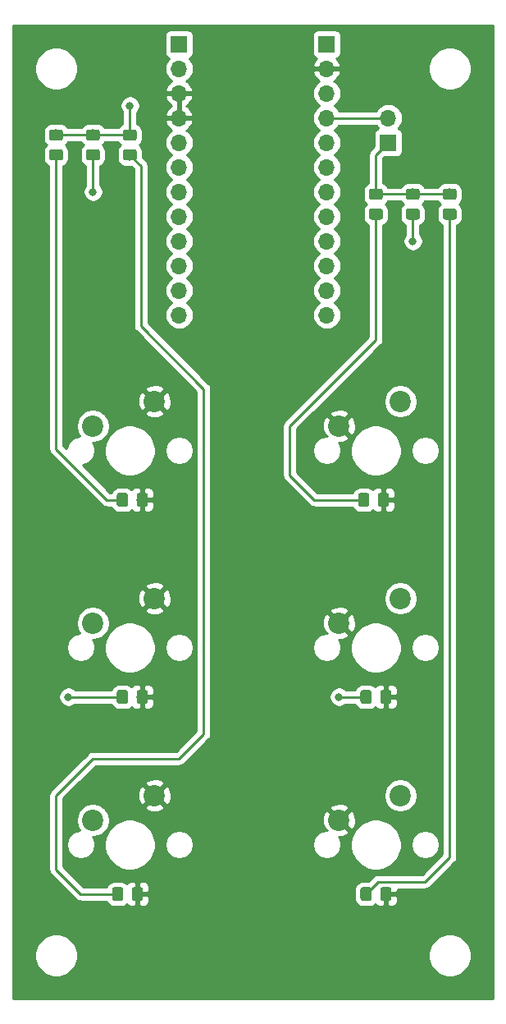
<source format=gbr>
G04 #@! TF.GenerationSoftware,KiCad,Pcbnew,5.1.4*
G04 #@! TF.CreationDate,2019-10-29T06:47:26+01:00*
G04 #@! TF.ProjectId,MediaKeys,4d656469-614b-4657-9973-2e6b69636164,rev?*
G04 #@! TF.SameCoordinates,Original*
G04 #@! TF.FileFunction,Copper,L1,Top*
G04 #@! TF.FilePolarity,Positive*
%FSLAX46Y46*%
G04 Gerber Fmt 4.6, Leading zero omitted, Abs format (unit mm)*
G04 Created by KiCad (PCBNEW 5.1.4) date 2019-10-29 06:47:26*
%MOMM*%
%LPD*%
G04 APERTURE LIST*
%ADD10C,2.200000*%
%ADD11C,0.100000*%
%ADD12C,1.150000*%
%ADD13O,1.700000X1.700000*%
%ADD14R,1.700000X1.700000*%
%ADD15C,0.800000*%
%ADD16C,0.250000*%
%ADD17C,0.254000*%
G04 APERTURE END LIST*
D10*
X46990000Y-90170000D03*
X53340000Y-87630000D03*
X72390000Y-130810000D03*
X78740000Y-128270000D03*
X46990000Y-130810000D03*
X53340000Y-128270000D03*
X72390000Y-110490000D03*
X78740000Y-107950000D03*
X46990000Y-110490000D03*
X53340000Y-107950000D03*
X72390000Y-90170000D03*
X78740000Y-87630000D03*
D11*
G36*
X84294505Y-67761204D02*
G01*
X84318773Y-67764804D01*
X84342572Y-67770765D01*
X84365671Y-67779030D01*
X84387850Y-67789520D01*
X84408893Y-67802132D01*
X84428599Y-67816747D01*
X84446777Y-67833223D01*
X84463253Y-67851401D01*
X84477868Y-67871107D01*
X84490480Y-67892150D01*
X84500970Y-67914329D01*
X84509235Y-67937428D01*
X84515196Y-67961227D01*
X84518796Y-67985495D01*
X84520000Y-68009999D01*
X84520000Y-68660001D01*
X84518796Y-68684505D01*
X84515196Y-68708773D01*
X84509235Y-68732572D01*
X84500970Y-68755671D01*
X84490480Y-68777850D01*
X84477868Y-68798893D01*
X84463253Y-68818599D01*
X84446777Y-68836777D01*
X84428599Y-68853253D01*
X84408893Y-68867868D01*
X84387850Y-68880480D01*
X84365671Y-68890970D01*
X84342572Y-68899235D01*
X84318773Y-68905196D01*
X84294505Y-68908796D01*
X84270001Y-68910000D01*
X83369999Y-68910000D01*
X83345495Y-68908796D01*
X83321227Y-68905196D01*
X83297428Y-68899235D01*
X83274329Y-68890970D01*
X83252150Y-68880480D01*
X83231107Y-68867868D01*
X83211401Y-68853253D01*
X83193223Y-68836777D01*
X83176747Y-68818599D01*
X83162132Y-68798893D01*
X83149520Y-68777850D01*
X83139030Y-68755671D01*
X83130765Y-68732572D01*
X83124804Y-68708773D01*
X83121204Y-68684505D01*
X83120000Y-68660001D01*
X83120000Y-68009999D01*
X83121204Y-67985495D01*
X83124804Y-67961227D01*
X83130765Y-67937428D01*
X83139030Y-67914329D01*
X83149520Y-67892150D01*
X83162132Y-67871107D01*
X83176747Y-67851401D01*
X83193223Y-67833223D01*
X83211401Y-67816747D01*
X83231107Y-67802132D01*
X83252150Y-67789520D01*
X83274329Y-67779030D01*
X83297428Y-67770765D01*
X83321227Y-67764804D01*
X83345495Y-67761204D01*
X83369999Y-67760000D01*
X84270001Y-67760000D01*
X84294505Y-67761204D01*
X84294505Y-67761204D01*
G37*
D12*
X83820000Y-68335000D03*
D11*
G36*
X84294505Y-65711204D02*
G01*
X84318773Y-65714804D01*
X84342572Y-65720765D01*
X84365671Y-65729030D01*
X84387850Y-65739520D01*
X84408893Y-65752132D01*
X84428599Y-65766747D01*
X84446777Y-65783223D01*
X84463253Y-65801401D01*
X84477868Y-65821107D01*
X84490480Y-65842150D01*
X84500970Y-65864329D01*
X84509235Y-65887428D01*
X84515196Y-65911227D01*
X84518796Y-65935495D01*
X84520000Y-65959999D01*
X84520000Y-66610001D01*
X84518796Y-66634505D01*
X84515196Y-66658773D01*
X84509235Y-66682572D01*
X84500970Y-66705671D01*
X84490480Y-66727850D01*
X84477868Y-66748893D01*
X84463253Y-66768599D01*
X84446777Y-66786777D01*
X84428599Y-66803253D01*
X84408893Y-66817868D01*
X84387850Y-66830480D01*
X84365671Y-66840970D01*
X84342572Y-66849235D01*
X84318773Y-66855196D01*
X84294505Y-66858796D01*
X84270001Y-66860000D01*
X83369999Y-66860000D01*
X83345495Y-66858796D01*
X83321227Y-66855196D01*
X83297428Y-66849235D01*
X83274329Y-66840970D01*
X83252150Y-66830480D01*
X83231107Y-66817868D01*
X83211401Y-66803253D01*
X83193223Y-66786777D01*
X83176747Y-66768599D01*
X83162132Y-66748893D01*
X83149520Y-66727850D01*
X83139030Y-66705671D01*
X83130765Y-66682572D01*
X83124804Y-66658773D01*
X83121204Y-66634505D01*
X83120000Y-66610001D01*
X83120000Y-65959999D01*
X83121204Y-65935495D01*
X83124804Y-65911227D01*
X83130765Y-65887428D01*
X83139030Y-65864329D01*
X83149520Y-65842150D01*
X83162132Y-65821107D01*
X83176747Y-65801401D01*
X83193223Y-65783223D01*
X83211401Y-65766747D01*
X83231107Y-65752132D01*
X83252150Y-65739520D01*
X83274329Y-65729030D01*
X83297428Y-65720765D01*
X83321227Y-65714804D01*
X83345495Y-65711204D01*
X83369999Y-65710000D01*
X84270001Y-65710000D01*
X84294505Y-65711204D01*
X84294505Y-65711204D01*
G37*
D12*
X83820000Y-66285000D03*
D11*
G36*
X51274505Y-61656204D02*
G01*
X51298773Y-61659804D01*
X51322572Y-61665765D01*
X51345671Y-61674030D01*
X51367850Y-61684520D01*
X51388893Y-61697132D01*
X51408599Y-61711747D01*
X51426777Y-61728223D01*
X51443253Y-61746401D01*
X51457868Y-61766107D01*
X51470480Y-61787150D01*
X51480970Y-61809329D01*
X51489235Y-61832428D01*
X51495196Y-61856227D01*
X51498796Y-61880495D01*
X51500000Y-61904999D01*
X51500000Y-62555001D01*
X51498796Y-62579505D01*
X51495196Y-62603773D01*
X51489235Y-62627572D01*
X51480970Y-62650671D01*
X51470480Y-62672850D01*
X51457868Y-62693893D01*
X51443253Y-62713599D01*
X51426777Y-62731777D01*
X51408599Y-62748253D01*
X51388893Y-62762868D01*
X51367850Y-62775480D01*
X51345671Y-62785970D01*
X51322572Y-62794235D01*
X51298773Y-62800196D01*
X51274505Y-62803796D01*
X51250001Y-62805000D01*
X50349999Y-62805000D01*
X50325495Y-62803796D01*
X50301227Y-62800196D01*
X50277428Y-62794235D01*
X50254329Y-62785970D01*
X50232150Y-62775480D01*
X50211107Y-62762868D01*
X50191401Y-62748253D01*
X50173223Y-62731777D01*
X50156747Y-62713599D01*
X50142132Y-62693893D01*
X50129520Y-62672850D01*
X50119030Y-62650671D01*
X50110765Y-62627572D01*
X50104804Y-62603773D01*
X50101204Y-62579505D01*
X50100000Y-62555001D01*
X50100000Y-61904999D01*
X50101204Y-61880495D01*
X50104804Y-61856227D01*
X50110765Y-61832428D01*
X50119030Y-61809329D01*
X50129520Y-61787150D01*
X50142132Y-61766107D01*
X50156747Y-61746401D01*
X50173223Y-61728223D01*
X50191401Y-61711747D01*
X50211107Y-61697132D01*
X50232150Y-61684520D01*
X50254329Y-61674030D01*
X50277428Y-61665765D01*
X50301227Y-61659804D01*
X50325495Y-61656204D01*
X50349999Y-61655000D01*
X51250001Y-61655000D01*
X51274505Y-61656204D01*
X51274505Y-61656204D01*
G37*
D12*
X50800000Y-62230000D03*
D11*
G36*
X51274505Y-59606204D02*
G01*
X51298773Y-59609804D01*
X51322572Y-59615765D01*
X51345671Y-59624030D01*
X51367850Y-59634520D01*
X51388893Y-59647132D01*
X51408599Y-59661747D01*
X51426777Y-59678223D01*
X51443253Y-59696401D01*
X51457868Y-59716107D01*
X51470480Y-59737150D01*
X51480970Y-59759329D01*
X51489235Y-59782428D01*
X51495196Y-59806227D01*
X51498796Y-59830495D01*
X51500000Y-59854999D01*
X51500000Y-60505001D01*
X51498796Y-60529505D01*
X51495196Y-60553773D01*
X51489235Y-60577572D01*
X51480970Y-60600671D01*
X51470480Y-60622850D01*
X51457868Y-60643893D01*
X51443253Y-60663599D01*
X51426777Y-60681777D01*
X51408599Y-60698253D01*
X51388893Y-60712868D01*
X51367850Y-60725480D01*
X51345671Y-60735970D01*
X51322572Y-60744235D01*
X51298773Y-60750196D01*
X51274505Y-60753796D01*
X51250001Y-60755000D01*
X50349999Y-60755000D01*
X50325495Y-60753796D01*
X50301227Y-60750196D01*
X50277428Y-60744235D01*
X50254329Y-60735970D01*
X50232150Y-60725480D01*
X50211107Y-60712868D01*
X50191401Y-60698253D01*
X50173223Y-60681777D01*
X50156747Y-60663599D01*
X50142132Y-60643893D01*
X50129520Y-60622850D01*
X50119030Y-60600671D01*
X50110765Y-60577572D01*
X50104804Y-60553773D01*
X50101204Y-60529505D01*
X50100000Y-60505001D01*
X50100000Y-59854999D01*
X50101204Y-59830495D01*
X50104804Y-59806227D01*
X50110765Y-59782428D01*
X50119030Y-59759329D01*
X50129520Y-59737150D01*
X50142132Y-59716107D01*
X50156747Y-59696401D01*
X50173223Y-59678223D01*
X50191401Y-59661747D01*
X50211107Y-59647132D01*
X50232150Y-59634520D01*
X50254329Y-59624030D01*
X50277428Y-59615765D01*
X50301227Y-59609804D01*
X50325495Y-59606204D01*
X50349999Y-59605000D01*
X51250001Y-59605000D01*
X51274505Y-59606204D01*
X51274505Y-59606204D01*
G37*
D12*
X50800000Y-60180000D03*
D11*
G36*
X80484505Y-67761204D02*
G01*
X80508773Y-67764804D01*
X80532572Y-67770765D01*
X80555671Y-67779030D01*
X80577850Y-67789520D01*
X80598893Y-67802132D01*
X80618599Y-67816747D01*
X80636777Y-67833223D01*
X80653253Y-67851401D01*
X80667868Y-67871107D01*
X80680480Y-67892150D01*
X80690970Y-67914329D01*
X80699235Y-67937428D01*
X80705196Y-67961227D01*
X80708796Y-67985495D01*
X80710000Y-68009999D01*
X80710000Y-68660001D01*
X80708796Y-68684505D01*
X80705196Y-68708773D01*
X80699235Y-68732572D01*
X80690970Y-68755671D01*
X80680480Y-68777850D01*
X80667868Y-68798893D01*
X80653253Y-68818599D01*
X80636777Y-68836777D01*
X80618599Y-68853253D01*
X80598893Y-68867868D01*
X80577850Y-68880480D01*
X80555671Y-68890970D01*
X80532572Y-68899235D01*
X80508773Y-68905196D01*
X80484505Y-68908796D01*
X80460001Y-68910000D01*
X79559999Y-68910000D01*
X79535495Y-68908796D01*
X79511227Y-68905196D01*
X79487428Y-68899235D01*
X79464329Y-68890970D01*
X79442150Y-68880480D01*
X79421107Y-68867868D01*
X79401401Y-68853253D01*
X79383223Y-68836777D01*
X79366747Y-68818599D01*
X79352132Y-68798893D01*
X79339520Y-68777850D01*
X79329030Y-68755671D01*
X79320765Y-68732572D01*
X79314804Y-68708773D01*
X79311204Y-68684505D01*
X79310000Y-68660001D01*
X79310000Y-68009999D01*
X79311204Y-67985495D01*
X79314804Y-67961227D01*
X79320765Y-67937428D01*
X79329030Y-67914329D01*
X79339520Y-67892150D01*
X79352132Y-67871107D01*
X79366747Y-67851401D01*
X79383223Y-67833223D01*
X79401401Y-67816747D01*
X79421107Y-67802132D01*
X79442150Y-67789520D01*
X79464329Y-67779030D01*
X79487428Y-67770765D01*
X79511227Y-67764804D01*
X79535495Y-67761204D01*
X79559999Y-67760000D01*
X80460001Y-67760000D01*
X80484505Y-67761204D01*
X80484505Y-67761204D01*
G37*
D12*
X80010000Y-68335000D03*
D11*
G36*
X80484505Y-65711204D02*
G01*
X80508773Y-65714804D01*
X80532572Y-65720765D01*
X80555671Y-65729030D01*
X80577850Y-65739520D01*
X80598893Y-65752132D01*
X80618599Y-65766747D01*
X80636777Y-65783223D01*
X80653253Y-65801401D01*
X80667868Y-65821107D01*
X80680480Y-65842150D01*
X80690970Y-65864329D01*
X80699235Y-65887428D01*
X80705196Y-65911227D01*
X80708796Y-65935495D01*
X80710000Y-65959999D01*
X80710000Y-66610001D01*
X80708796Y-66634505D01*
X80705196Y-66658773D01*
X80699235Y-66682572D01*
X80690970Y-66705671D01*
X80680480Y-66727850D01*
X80667868Y-66748893D01*
X80653253Y-66768599D01*
X80636777Y-66786777D01*
X80618599Y-66803253D01*
X80598893Y-66817868D01*
X80577850Y-66830480D01*
X80555671Y-66840970D01*
X80532572Y-66849235D01*
X80508773Y-66855196D01*
X80484505Y-66858796D01*
X80460001Y-66860000D01*
X79559999Y-66860000D01*
X79535495Y-66858796D01*
X79511227Y-66855196D01*
X79487428Y-66849235D01*
X79464329Y-66840970D01*
X79442150Y-66830480D01*
X79421107Y-66817868D01*
X79401401Y-66803253D01*
X79383223Y-66786777D01*
X79366747Y-66768599D01*
X79352132Y-66748893D01*
X79339520Y-66727850D01*
X79329030Y-66705671D01*
X79320765Y-66682572D01*
X79314804Y-66658773D01*
X79311204Y-66634505D01*
X79310000Y-66610001D01*
X79310000Y-65959999D01*
X79311204Y-65935495D01*
X79314804Y-65911227D01*
X79320765Y-65887428D01*
X79329030Y-65864329D01*
X79339520Y-65842150D01*
X79352132Y-65821107D01*
X79366747Y-65801401D01*
X79383223Y-65783223D01*
X79401401Y-65766747D01*
X79421107Y-65752132D01*
X79442150Y-65739520D01*
X79464329Y-65729030D01*
X79487428Y-65720765D01*
X79511227Y-65714804D01*
X79535495Y-65711204D01*
X79559999Y-65710000D01*
X80460001Y-65710000D01*
X80484505Y-65711204D01*
X80484505Y-65711204D01*
G37*
D12*
X80010000Y-66285000D03*
D11*
G36*
X47464505Y-61656204D02*
G01*
X47488773Y-61659804D01*
X47512572Y-61665765D01*
X47535671Y-61674030D01*
X47557850Y-61684520D01*
X47578893Y-61697132D01*
X47598599Y-61711747D01*
X47616777Y-61728223D01*
X47633253Y-61746401D01*
X47647868Y-61766107D01*
X47660480Y-61787150D01*
X47670970Y-61809329D01*
X47679235Y-61832428D01*
X47685196Y-61856227D01*
X47688796Y-61880495D01*
X47690000Y-61904999D01*
X47690000Y-62555001D01*
X47688796Y-62579505D01*
X47685196Y-62603773D01*
X47679235Y-62627572D01*
X47670970Y-62650671D01*
X47660480Y-62672850D01*
X47647868Y-62693893D01*
X47633253Y-62713599D01*
X47616777Y-62731777D01*
X47598599Y-62748253D01*
X47578893Y-62762868D01*
X47557850Y-62775480D01*
X47535671Y-62785970D01*
X47512572Y-62794235D01*
X47488773Y-62800196D01*
X47464505Y-62803796D01*
X47440001Y-62805000D01*
X46539999Y-62805000D01*
X46515495Y-62803796D01*
X46491227Y-62800196D01*
X46467428Y-62794235D01*
X46444329Y-62785970D01*
X46422150Y-62775480D01*
X46401107Y-62762868D01*
X46381401Y-62748253D01*
X46363223Y-62731777D01*
X46346747Y-62713599D01*
X46332132Y-62693893D01*
X46319520Y-62672850D01*
X46309030Y-62650671D01*
X46300765Y-62627572D01*
X46294804Y-62603773D01*
X46291204Y-62579505D01*
X46290000Y-62555001D01*
X46290000Y-61904999D01*
X46291204Y-61880495D01*
X46294804Y-61856227D01*
X46300765Y-61832428D01*
X46309030Y-61809329D01*
X46319520Y-61787150D01*
X46332132Y-61766107D01*
X46346747Y-61746401D01*
X46363223Y-61728223D01*
X46381401Y-61711747D01*
X46401107Y-61697132D01*
X46422150Y-61684520D01*
X46444329Y-61674030D01*
X46467428Y-61665765D01*
X46491227Y-61659804D01*
X46515495Y-61656204D01*
X46539999Y-61655000D01*
X47440001Y-61655000D01*
X47464505Y-61656204D01*
X47464505Y-61656204D01*
G37*
D12*
X46990000Y-62230000D03*
D11*
G36*
X47464505Y-59606204D02*
G01*
X47488773Y-59609804D01*
X47512572Y-59615765D01*
X47535671Y-59624030D01*
X47557850Y-59634520D01*
X47578893Y-59647132D01*
X47598599Y-59661747D01*
X47616777Y-59678223D01*
X47633253Y-59696401D01*
X47647868Y-59716107D01*
X47660480Y-59737150D01*
X47670970Y-59759329D01*
X47679235Y-59782428D01*
X47685196Y-59806227D01*
X47688796Y-59830495D01*
X47690000Y-59854999D01*
X47690000Y-60505001D01*
X47688796Y-60529505D01*
X47685196Y-60553773D01*
X47679235Y-60577572D01*
X47670970Y-60600671D01*
X47660480Y-60622850D01*
X47647868Y-60643893D01*
X47633253Y-60663599D01*
X47616777Y-60681777D01*
X47598599Y-60698253D01*
X47578893Y-60712868D01*
X47557850Y-60725480D01*
X47535671Y-60735970D01*
X47512572Y-60744235D01*
X47488773Y-60750196D01*
X47464505Y-60753796D01*
X47440001Y-60755000D01*
X46539999Y-60755000D01*
X46515495Y-60753796D01*
X46491227Y-60750196D01*
X46467428Y-60744235D01*
X46444329Y-60735970D01*
X46422150Y-60725480D01*
X46401107Y-60712868D01*
X46381401Y-60698253D01*
X46363223Y-60681777D01*
X46346747Y-60663599D01*
X46332132Y-60643893D01*
X46319520Y-60622850D01*
X46309030Y-60600671D01*
X46300765Y-60577572D01*
X46294804Y-60553773D01*
X46291204Y-60529505D01*
X46290000Y-60505001D01*
X46290000Y-59854999D01*
X46291204Y-59830495D01*
X46294804Y-59806227D01*
X46300765Y-59782428D01*
X46309030Y-59759329D01*
X46319520Y-59737150D01*
X46332132Y-59716107D01*
X46346747Y-59696401D01*
X46363223Y-59678223D01*
X46381401Y-59661747D01*
X46401107Y-59647132D01*
X46422150Y-59634520D01*
X46444329Y-59624030D01*
X46467428Y-59615765D01*
X46491227Y-59609804D01*
X46515495Y-59606204D01*
X46539999Y-59605000D01*
X47440001Y-59605000D01*
X47464505Y-59606204D01*
X47464505Y-59606204D01*
G37*
D12*
X46990000Y-60180000D03*
D11*
G36*
X76674505Y-67761204D02*
G01*
X76698773Y-67764804D01*
X76722572Y-67770765D01*
X76745671Y-67779030D01*
X76767850Y-67789520D01*
X76788893Y-67802132D01*
X76808599Y-67816747D01*
X76826777Y-67833223D01*
X76843253Y-67851401D01*
X76857868Y-67871107D01*
X76870480Y-67892150D01*
X76880970Y-67914329D01*
X76889235Y-67937428D01*
X76895196Y-67961227D01*
X76898796Y-67985495D01*
X76900000Y-68009999D01*
X76900000Y-68660001D01*
X76898796Y-68684505D01*
X76895196Y-68708773D01*
X76889235Y-68732572D01*
X76880970Y-68755671D01*
X76870480Y-68777850D01*
X76857868Y-68798893D01*
X76843253Y-68818599D01*
X76826777Y-68836777D01*
X76808599Y-68853253D01*
X76788893Y-68867868D01*
X76767850Y-68880480D01*
X76745671Y-68890970D01*
X76722572Y-68899235D01*
X76698773Y-68905196D01*
X76674505Y-68908796D01*
X76650001Y-68910000D01*
X75749999Y-68910000D01*
X75725495Y-68908796D01*
X75701227Y-68905196D01*
X75677428Y-68899235D01*
X75654329Y-68890970D01*
X75632150Y-68880480D01*
X75611107Y-68867868D01*
X75591401Y-68853253D01*
X75573223Y-68836777D01*
X75556747Y-68818599D01*
X75542132Y-68798893D01*
X75529520Y-68777850D01*
X75519030Y-68755671D01*
X75510765Y-68732572D01*
X75504804Y-68708773D01*
X75501204Y-68684505D01*
X75500000Y-68660001D01*
X75500000Y-68009999D01*
X75501204Y-67985495D01*
X75504804Y-67961227D01*
X75510765Y-67937428D01*
X75519030Y-67914329D01*
X75529520Y-67892150D01*
X75542132Y-67871107D01*
X75556747Y-67851401D01*
X75573223Y-67833223D01*
X75591401Y-67816747D01*
X75611107Y-67802132D01*
X75632150Y-67789520D01*
X75654329Y-67779030D01*
X75677428Y-67770765D01*
X75701227Y-67764804D01*
X75725495Y-67761204D01*
X75749999Y-67760000D01*
X76650001Y-67760000D01*
X76674505Y-67761204D01*
X76674505Y-67761204D01*
G37*
D12*
X76200000Y-68335000D03*
D11*
G36*
X76674505Y-65711204D02*
G01*
X76698773Y-65714804D01*
X76722572Y-65720765D01*
X76745671Y-65729030D01*
X76767850Y-65739520D01*
X76788893Y-65752132D01*
X76808599Y-65766747D01*
X76826777Y-65783223D01*
X76843253Y-65801401D01*
X76857868Y-65821107D01*
X76870480Y-65842150D01*
X76880970Y-65864329D01*
X76889235Y-65887428D01*
X76895196Y-65911227D01*
X76898796Y-65935495D01*
X76900000Y-65959999D01*
X76900000Y-66610001D01*
X76898796Y-66634505D01*
X76895196Y-66658773D01*
X76889235Y-66682572D01*
X76880970Y-66705671D01*
X76870480Y-66727850D01*
X76857868Y-66748893D01*
X76843253Y-66768599D01*
X76826777Y-66786777D01*
X76808599Y-66803253D01*
X76788893Y-66817868D01*
X76767850Y-66830480D01*
X76745671Y-66840970D01*
X76722572Y-66849235D01*
X76698773Y-66855196D01*
X76674505Y-66858796D01*
X76650001Y-66860000D01*
X75749999Y-66860000D01*
X75725495Y-66858796D01*
X75701227Y-66855196D01*
X75677428Y-66849235D01*
X75654329Y-66840970D01*
X75632150Y-66830480D01*
X75611107Y-66817868D01*
X75591401Y-66803253D01*
X75573223Y-66786777D01*
X75556747Y-66768599D01*
X75542132Y-66748893D01*
X75529520Y-66727850D01*
X75519030Y-66705671D01*
X75510765Y-66682572D01*
X75504804Y-66658773D01*
X75501204Y-66634505D01*
X75500000Y-66610001D01*
X75500000Y-65959999D01*
X75501204Y-65935495D01*
X75504804Y-65911227D01*
X75510765Y-65887428D01*
X75519030Y-65864329D01*
X75529520Y-65842150D01*
X75542132Y-65821107D01*
X75556747Y-65801401D01*
X75573223Y-65783223D01*
X75591401Y-65766747D01*
X75611107Y-65752132D01*
X75632150Y-65739520D01*
X75654329Y-65729030D01*
X75677428Y-65720765D01*
X75701227Y-65714804D01*
X75725495Y-65711204D01*
X75749999Y-65710000D01*
X76650001Y-65710000D01*
X76674505Y-65711204D01*
X76674505Y-65711204D01*
G37*
D12*
X76200000Y-66285000D03*
D11*
G36*
X43654505Y-61656204D02*
G01*
X43678773Y-61659804D01*
X43702572Y-61665765D01*
X43725671Y-61674030D01*
X43747850Y-61684520D01*
X43768893Y-61697132D01*
X43788599Y-61711747D01*
X43806777Y-61728223D01*
X43823253Y-61746401D01*
X43837868Y-61766107D01*
X43850480Y-61787150D01*
X43860970Y-61809329D01*
X43869235Y-61832428D01*
X43875196Y-61856227D01*
X43878796Y-61880495D01*
X43880000Y-61904999D01*
X43880000Y-62555001D01*
X43878796Y-62579505D01*
X43875196Y-62603773D01*
X43869235Y-62627572D01*
X43860970Y-62650671D01*
X43850480Y-62672850D01*
X43837868Y-62693893D01*
X43823253Y-62713599D01*
X43806777Y-62731777D01*
X43788599Y-62748253D01*
X43768893Y-62762868D01*
X43747850Y-62775480D01*
X43725671Y-62785970D01*
X43702572Y-62794235D01*
X43678773Y-62800196D01*
X43654505Y-62803796D01*
X43630001Y-62805000D01*
X42729999Y-62805000D01*
X42705495Y-62803796D01*
X42681227Y-62800196D01*
X42657428Y-62794235D01*
X42634329Y-62785970D01*
X42612150Y-62775480D01*
X42591107Y-62762868D01*
X42571401Y-62748253D01*
X42553223Y-62731777D01*
X42536747Y-62713599D01*
X42522132Y-62693893D01*
X42509520Y-62672850D01*
X42499030Y-62650671D01*
X42490765Y-62627572D01*
X42484804Y-62603773D01*
X42481204Y-62579505D01*
X42480000Y-62555001D01*
X42480000Y-61904999D01*
X42481204Y-61880495D01*
X42484804Y-61856227D01*
X42490765Y-61832428D01*
X42499030Y-61809329D01*
X42509520Y-61787150D01*
X42522132Y-61766107D01*
X42536747Y-61746401D01*
X42553223Y-61728223D01*
X42571401Y-61711747D01*
X42591107Y-61697132D01*
X42612150Y-61684520D01*
X42634329Y-61674030D01*
X42657428Y-61665765D01*
X42681227Y-61659804D01*
X42705495Y-61656204D01*
X42729999Y-61655000D01*
X43630001Y-61655000D01*
X43654505Y-61656204D01*
X43654505Y-61656204D01*
G37*
D12*
X43180000Y-62230000D03*
D11*
G36*
X43654505Y-59606204D02*
G01*
X43678773Y-59609804D01*
X43702572Y-59615765D01*
X43725671Y-59624030D01*
X43747850Y-59634520D01*
X43768893Y-59647132D01*
X43788599Y-59661747D01*
X43806777Y-59678223D01*
X43823253Y-59696401D01*
X43837868Y-59716107D01*
X43850480Y-59737150D01*
X43860970Y-59759329D01*
X43869235Y-59782428D01*
X43875196Y-59806227D01*
X43878796Y-59830495D01*
X43880000Y-59854999D01*
X43880000Y-60505001D01*
X43878796Y-60529505D01*
X43875196Y-60553773D01*
X43869235Y-60577572D01*
X43860970Y-60600671D01*
X43850480Y-60622850D01*
X43837868Y-60643893D01*
X43823253Y-60663599D01*
X43806777Y-60681777D01*
X43788599Y-60698253D01*
X43768893Y-60712868D01*
X43747850Y-60725480D01*
X43725671Y-60735970D01*
X43702572Y-60744235D01*
X43678773Y-60750196D01*
X43654505Y-60753796D01*
X43630001Y-60755000D01*
X42729999Y-60755000D01*
X42705495Y-60753796D01*
X42681227Y-60750196D01*
X42657428Y-60744235D01*
X42634329Y-60735970D01*
X42612150Y-60725480D01*
X42591107Y-60712868D01*
X42571401Y-60698253D01*
X42553223Y-60681777D01*
X42536747Y-60663599D01*
X42522132Y-60643893D01*
X42509520Y-60622850D01*
X42499030Y-60600671D01*
X42490765Y-60577572D01*
X42484804Y-60553773D01*
X42481204Y-60529505D01*
X42480000Y-60505001D01*
X42480000Y-59854999D01*
X42481204Y-59830495D01*
X42484804Y-59806227D01*
X42490765Y-59782428D01*
X42499030Y-59759329D01*
X42509520Y-59737150D01*
X42522132Y-59716107D01*
X42536747Y-59696401D01*
X42553223Y-59678223D01*
X42571401Y-59661747D01*
X42591107Y-59647132D01*
X42612150Y-59634520D01*
X42634329Y-59624030D01*
X42657428Y-59615765D01*
X42681227Y-59609804D01*
X42705495Y-59606204D01*
X42729999Y-59605000D01*
X43630001Y-59605000D01*
X43654505Y-59606204D01*
X43654505Y-59606204D01*
G37*
D12*
X43180000Y-60180000D03*
D13*
X77470000Y-58420000D03*
D14*
X77470000Y-60960000D03*
D11*
G36*
X75524505Y-137731204D02*
G01*
X75548773Y-137734804D01*
X75572572Y-137740765D01*
X75595671Y-137749030D01*
X75617850Y-137759520D01*
X75638893Y-137772132D01*
X75658599Y-137786747D01*
X75676777Y-137803223D01*
X75693253Y-137821401D01*
X75707868Y-137841107D01*
X75720480Y-137862150D01*
X75730970Y-137884329D01*
X75739235Y-137907428D01*
X75745196Y-137931227D01*
X75748796Y-137955495D01*
X75750000Y-137979999D01*
X75750000Y-138880001D01*
X75748796Y-138904505D01*
X75745196Y-138928773D01*
X75739235Y-138952572D01*
X75730970Y-138975671D01*
X75720480Y-138997850D01*
X75707868Y-139018893D01*
X75693253Y-139038599D01*
X75676777Y-139056777D01*
X75658599Y-139073253D01*
X75638893Y-139087868D01*
X75617850Y-139100480D01*
X75595671Y-139110970D01*
X75572572Y-139119235D01*
X75548773Y-139125196D01*
X75524505Y-139128796D01*
X75500001Y-139130000D01*
X74849999Y-139130000D01*
X74825495Y-139128796D01*
X74801227Y-139125196D01*
X74777428Y-139119235D01*
X74754329Y-139110970D01*
X74732150Y-139100480D01*
X74711107Y-139087868D01*
X74691401Y-139073253D01*
X74673223Y-139056777D01*
X74656747Y-139038599D01*
X74642132Y-139018893D01*
X74629520Y-138997850D01*
X74619030Y-138975671D01*
X74610765Y-138952572D01*
X74604804Y-138928773D01*
X74601204Y-138904505D01*
X74600000Y-138880001D01*
X74600000Y-137979999D01*
X74601204Y-137955495D01*
X74604804Y-137931227D01*
X74610765Y-137907428D01*
X74619030Y-137884329D01*
X74629520Y-137862150D01*
X74642132Y-137841107D01*
X74656747Y-137821401D01*
X74673223Y-137803223D01*
X74691401Y-137786747D01*
X74711107Y-137772132D01*
X74732150Y-137759520D01*
X74754329Y-137749030D01*
X74777428Y-137740765D01*
X74801227Y-137734804D01*
X74825495Y-137731204D01*
X74849999Y-137730000D01*
X75500001Y-137730000D01*
X75524505Y-137731204D01*
X75524505Y-137731204D01*
G37*
D12*
X75175000Y-138430000D03*
D11*
G36*
X77574505Y-137731204D02*
G01*
X77598773Y-137734804D01*
X77622572Y-137740765D01*
X77645671Y-137749030D01*
X77667850Y-137759520D01*
X77688893Y-137772132D01*
X77708599Y-137786747D01*
X77726777Y-137803223D01*
X77743253Y-137821401D01*
X77757868Y-137841107D01*
X77770480Y-137862150D01*
X77780970Y-137884329D01*
X77789235Y-137907428D01*
X77795196Y-137931227D01*
X77798796Y-137955495D01*
X77800000Y-137979999D01*
X77800000Y-138880001D01*
X77798796Y-138904505D01*
X77795196Y-138928773D01*
X77789235Y-138952572D01*
X77780970Y-138975671D01*
X77770480Y-138997850D01*
X77757868Y-139018893D01*
X77743253Y-139038599D01*
X77726777Y-139056777D01*
X77708599Y-139073253D01*
X77688893Y-139087868D01*
X77667850Y-139100480D01*
X77645671Y-139110970D01*
X77622572Y-139119235D01*
X77598773Y-139125196D01*
X77574505Y-139128796D01*
X77550001Y-139130000D01*
X76899999Y-139130000D01*
X76875495Y-139128796D01*
X76851227Y-139125196D01*
X76827428Y-139119235D01*
X76804329Y-139110970D01*
X76782150Y-139100480D01*
X76761107Y-139087868D01*
X76741401Y-139073253D01*
X76723223Y-139056777D01*
X76706747Y-139038599D01*
X76692132Y-139018893D01*
X76679520Y-138997850D01*
X76669030Y-138975671D01*
X76660765Y-138952572D01*
X76654804Y-138928773D01*
X76651204Y-138904505D01*
X76650000Y-138880001D01*
X76650000Y-137979999D01*
X76651204Y-137955495D01*
X76654804Y-137931227D01*
X76660765Y-137907428D01*
X76669030Y-137884329D01*
X76679520Y-137862150D01*
X76692132Y-137841107D01*
X76706747Y-137821401D01*
X76723223Y-137803223D01*
X76741401Y-137786747D01*
X76761107Y-137772132D01*
X76782150Y-137759520D01*
X76804329Y-137749030D01*
X76827428Y-137740765D01*
X76851227Y-137734804D01*
X76875495Y-137731204D01*
X76899999Y-137730000D01*
X77550001Y-137730000D01*
X77574505Y-137731204D01*
X77574505Y-137731204D01*
G37*
D12*
X77225000Y-138430000D03*
D11*
G36*
X49879505Y-137731204D02*
G01*
X49903773Y-137734804D01*
X49927572Y-137740765D01*
X49950671Y-137749030D01*
X49972850Y-137759520D01*
X49993893Y-137772132D01*
X50013599Y-137786747D01*
X50031777Y-137803223D01*
X50048253Y-137821401D01*
X50062868Y-137841107D01*
X50075480Y-137862150D01*
X50085970Y-137884329D01*
X50094235Y-137907428D01*
X50100196Y-137931227D01*
X50103796Y-137955495D01*
X50105000Y-137979999D01*
X50105000Y-138880001D01*
X50103796Y-138904505D01*
X50100196Y-138928773D01*
X50094235Y-138952572D01*
X50085970Y-138975671D01*
X50075480Y-138997850D01*
X50062868Y-139018893D01*
X50048253Y-139038599D01*
X50031777Y-139056777D01*
X50013599Y-139073253D01*
X49993893Y-139087868D01*
X49972850Y-139100480D01*
X49950671Y-139110970D01*
X49927572Y-139119235D01*
X49903773Y-139125196D01*
X49879505Y-139128796D01*
X49855001Y-139130000D01*
X49204999Y-139130000D01*
X49180495Y-139128796D01*
X49156227Y-139125196D01*
X49132428Y-139119235D01*
X49109329Y-139110970D01*
X49087150Y-139100480D01*
X49066107Y-139087868D01*
X49046401Y-139073253D01*
X49028223Y-139056777D01*
X49011747Y-139038599D01*
X48997132Y-139018893D01*
X48984520Y-138997850D01*
X48974030Y-138975671D01*
X48965765Y-138952572D01*
X48959804Y-138928773D01*
X48956204Y-138904505D01*
X48955000Y-138880001D01*
X48955000Y-137979999D01*
X48956204Y-137955495D01*
X48959804Y-137931227D01*
X48965765Y-137907428D01*
X48974030Y-137884329D01*
X48984520Y-137862150D01*
X48997132Y-137841107D01*
X49011747Y-137821401D01*
X49028223Y-137803223D01*
X49046401Y-137786747D01*
X49066107Y-137772132D01*
X49087150Y-137759520D01*
X49109329Y-137749030D01*
X49132428Y-137740765D01*
X49156227Y-137734804D01*
X49180495Y-137731204D01*
X49204999Y-137730000D01*
X49855001Y-137730000D01*
X49879505Y-137731204D01*
X49879505Y-137731204D01*
G37*
D12*
X49530000Y-138430000D03*
D11*
G36*
X51929505Y-137731204D02*
G01*
X51953773Y-137734804D01*
X51977572Y-137740765D01*
X52000671Y-137749030D01*
X52022850Y-137759520D01*
X52043893Y-137772132D01*
X52063599Y-137786747D01*
X52081777Y-137803223D01*
X52098253Y-137821401D01*
X52112868Y-137841107D01*
X52125480Y-137862150D01*
X52135970Y-137884329D01*
X52144235Y-137907428D01*
X52150196Y-137931227D01*
X52153796Y-137955495D01*
X52155000Y-137979999D01*
X52155000Y-138880001D01*
X52153796Y-138904505D01*
X52150196Y-138928773D01*
X52144235Y-138952572D01*
X52135970Y-138975671D01*
X52125480Y-138997850D01*
X52112868Y-139018893D01*
X52098253Y-139038599D01*
X52081777Y-139056777D01*
X52063599Y-139073253D01*
X52043893Y-139087868D01*
X52022850Y-139100480D01*
X52000671Y-139110970D01*
X51977572Y-139119235D01*
X51953773Y-139125196D01*
X51929505Y-139128796D01*
X51905001Y-139130000D01*
X51254999Y-139130000D01*
X51230495Y-139128796D01*
X51206227Y-139125196D01*
X51182428Y-139119235D01*
X51159329Y-139110970D01*
X51137150Y-139100480D01*
X51116107Y-139087868D01*
X51096401Y-139073253D01*
X51078223Y-139056777D01*
X51061747Y-139038599D01*
X51047132Y-139018893D01*
X51034520Y-138997850D01*
X51024030Y-138975671D01*
X51015765Y-138952572D01*
X51009804Y-138928773D01*
X51006204Y-138904505D01*
X51005000Y-138880001D01*
X51005000Y-137979999D01*
X51006204Y-137955495D01*
X51009804Y-137931227D01*
X51015765Y-137907428D01*
X51024030Y-137884329D01*
X51034520Y-137862150D01*
X51047132Y-137841107D01*
X51061747Y-137821401D01*
X51078223Y-137803223D01*
X51096401Y-137786747D01*
X51116107Y-137772132D01*
X51137150Y-137759520D01*
X51159329Y-137749030D01*
X51182428Y-137740765D01*
X51206227Y-137734804D01*
X51230495Y-137731204D01*
X51254999Y-137730000D01*
X51905001Y-137730000D01*
X51929505Y-137731204D01*
X51929505Y-137731204D01*
G37*
D12*
X51580000Y-138430000D03*
D11*
G36*
X75524505Y-117411204D02*
G01*
X75548773Y-117414804D01*
X75572572Y-117420765D01*
X75595671Y-117429030D01*
X75617850Y-117439520D01*
X75638893Y-117452132D01*
X75658599Y-117466747D01*
X75676777Y-117483223D01*
X75693253Y-117501401D01*
X75707868Y-117521107D01*
X75720480Y-117542150D01*
X75730970Y-117564329D01*
X75739235Y-117587428D01*
X75745196Y-117611227D01*
X75748796Y-117635495D01*
X75750000Y-117659999D01*
X75750000Y-118560001D01*
X75748796Y-118584505D01*
X75745196Y-118608773D01*
X75739235Y-118632572D01*
X75730970Y-118655671D01*
X75720480Y-118677850D01*
X75707868Y-118698893D01*
X75693253Y-118718599D01*
X75676777Y-118736777D01*
X75658599Y-118753253D01*
X75638893Y-118767868D01*
X75617850Y-118780480D01*
X75595671Y-118790970D01*
X75572572Y-118799235D01*
X75548773Y-118805196D01*
X75524505Y-118808796D01*
X75500001Y-118810000D01*
X74849999Y-118810000D01*
X74825495Y-118808796D01*
X74801227Y-118805196D01*
X74777428Y-118799235D01*
X74754329Y-118790970D01*
X74732150Y-118780480D01*
X74711107Y-118767868D01*
X74691401Y-118753253D01*
X74673223Y-118736777D01*
X74656747Y-118718599D01*
X74642132Y-118698893D01*
X74629520Y-118677850D01*
X74619030Y-118655671D01*
X74610765Y-118632572D01*
X74604804Y-118608773D01*
X74601204Y-118584505D01*
X74600000Y-118560001D01*
X74600000Y-117659999D01*
X74601204Y-117635495D01*
X74604804Y-117611227D01*
X74610765Y-117587428D01*
X74619030Y-117564329D01*
X74629520Y-117542150D01*
X74642132Y-117521107D01*
X74656747Y-117501401D01*
X74673223Y-117483223D01*
X74691401Y-117466747D01*
X74711107Y-117452132D01*
X74732150Y-117439520D01*
X74754329Y-117429030D01*
X74777428Y-117420765D01*
X74801227Y-117414804D01*
X74825495Y-117411204D01*
X74849999Y-117410000D01*
X75500001Y-117410000D01*
X75524505Y-117411204D01*
X75524505Y-117411204D01*
G37*
D12*
X75175000Y-118110000D03*
D11*
G36*
X77574505Y-117411204D02*
G01*
X77598773Y-117414804D01*
X77622572Y-117420765D01*
X77645671Y-117429030D01*
X77667850Y-117439520D01*
X77688893Y-117452132D01*
X77708599Y-117466747D01*
X77726777Y-117483223D01*
X77743253Y-117501401D01*
X77757868Y-117521107D01*
X77770480Y-117542150D01*
X77780970Y-117564329D01*
X77789235Y-117587428D01*
X77795196Y-117611227D01*
X77798796Y-117635495D01*
X77800000Y-117659999D01*
X77800000Y-118560001D01*
X77798796Y-118584505D01*
X77795196Y-118608773D01*
X77789235Y-118632572D01*
X77780970Y-118655671D01*
X77770480Y-118677850D01*
X77757868Y-118698893D01*
X77743253Y-118718599D01*
X77726777Y-118736777D01*
X77708599Y-118753253D01*
X77688893Y-118767868D01*
X77667850Y-118780480D01*
X77645671Y-118790970D01*
X77622572Y-118799235D01*
X77598773Y-118805196D01*
X77574505Y-118808796D01*
X77550001Y-118810000D01*
X76899999Y-118810000D01*
X76875495Y-118808796D01*
X76851227Y-118805196D01*
X76827428Y-118799235D01*
X76804329Y-118790970D01*
X76782150Y-118780480D01*
X76761107Y-118767868D01*
X76741401Y-118753253D01*
X76723223Y-118736777D01*
X76706747Y-118718599D01*
X76692132Y-118698893D01*
X76679520Y-118677850D01*
X76669030Y-118655671D01*
X76660765Y-118632572D01*
X76654804Y-118608773D01*
X76651204Y-118584505D01*
X76650000Y-118560001D01*
X76650000Y-117659999D01*
X76651204Y-117635495D01*
X76654804Y-117611227D01*
X76660765Y-117587428D01*
X76669030Y-117564329D01*
X76679520Y-117542150D01*
X76692132Y-117521107D01*
X76706747Y-117501401D01*
X76723223Y-117483223D01*
X76741401Y-117466747D01*
X76761107Y-117452132D01*
X76782150Y-117439520D01*
X76804329Y-117429030D01*
X76827428Y-117420765D01*
X76851227Y-117414804D01*
X76875495Y-117411204D01*
X76899999Y-117410000D01*
X77550001Y-117410000D01*
X77574505Y-117411204D01*
X77574505Y-117411204D01*
G37*
D12*
X77225000Y-118110000D03*
D11*
G36*
X50369505Y-117411204D02*
G01*
X50393773Y-117414804D01*
X50417572Y-117420765D01*
X50440671Y-117429030D01*
X50462850Y-117439520D01*
X50483893Y-117452132D01*
X50503599Y-117466747D01*
X50521777Y-117483223D01*
X50538253Y-117501401D01*
X50552868Y-117521107D01*
X50565480Y-117542150D01*
X50575970Y-117564329D01*
X50584235Y-117587428D01*
X50590196Y-117611227D01*
X50593796Y-117635495D01*
X50595000Y-117659999D01*
X50595000Y-118560001D01*
X50593796Y-118584505D01*
X50590196Y-118608773D01*
X50584235Y-118632572D01*
X50575970Y-118655671D01*
X50565480Y-118677850D01*
X50552868Y-118698893D01*
X50538253Y-118718599D01*
X50521777Y-118736777D01*
X50503599Y-118753253D01*
X50483893Y-118767868D01*
X50462850Y-118780480D01*
X50440671Y-118790970D01*
X50417572Y-118799235D01*
X50393773Y-118805196D01*
X50369505Y-118808796D01*
X50345001Y-118810000D01*
X49694999Y-118810000D01*
X49670495Y-118808796D01*
X49646227Y-118805196D01*
X49622428Y-118799235D01*
X49599329Y-118790970D01*
X49577150Y-118780480D01*
X49556107Y-118767868D01*
X49536401Y-118753253D01*
X49518223Y-118736777D01*
X49501747Y-118718599D01*
X49487132Y-118698893D01*
X49474520Y-118677850D01*
X49464030Y-118655671D01*
X49455765Y-118632572D01*
X49449804Y-118608773D01*
X49446204Y-118584505D01*
X49445000Y-118560001D01*
X49445000Y-117659999D01*
X49446204Y-117635495D01*
X49449804Y-117611227D01*
X49455765Y-117587428D01*
X49464030Y-117564329D01*
X49474520Y-117542150D01*
X49487132Y-117521107D01*
X49501747Y-117501401D01*
X49518223Y-117483223D01*
X49536401Y-117466747D01*
X49556107Y-117452132D01*
X49577150Y-117439520D01*
X49599329Y-117429030D01*
X49622428Y-117420765D01*
X49646227Y-117414804D01*
X49670495Y-117411204D01*
X49694999Y-117410000D01*
X50345001Y-117410000D01*
X50369505Y-117411204D01*
X50369505Y-117411204D01*
G37*
D12*
X50020000Y-118110000D03*
D11*
G36*
X52419505Y-117411204D02*
G01*
X52443773Y-117414804D01*
X52467572Y-117420765D01*
X52490671Y-117429030D01*
X52512850Y-117439520D01*
X52533893Y-117452132D01*
X52553599Y-117466747D01*
X52571777Y-117483223D01*
X52588253Y-117501401D01*
X52602868Y-117521107D01*
X52615480Y-117542150D01*
X52625970Y-117564329D01*
X52634235Y-117587428D01*
X52640196Y-117611227D01*
X52643796Y-117635495D01*
X52645000Y-117659999D01*
X52645000Y-118560001D01*
X52643796Y-118584505D01*
X52640196Y-118608773D01*
X52634235Y-118632572D01*
X52625970Y-118655671D01*
X52615480Y-118677850D01*
X52602868Y-118698893D01*
X52588253Y-118718599D01*
X52571777Y-118736777D01*
X52553599Y-118753253D01*
X52533893Y-118767868D01*
X52512850Y-118780480D01*
X52490671Y-118790970D01*
X52467572Y-118799235D01*
X52443773Y-118805196D01*
X52419505Y-118808796D01*
X52395001Y-118810000D01*
X51744999Y-118810000D01*
X51720495Y-118808796D01*
X51696227Y-118805196D01*
X51672428Y-118799235D01*
X51649329Y-118790970D01*
X51627150Y-118780480D01*
X51606107Y-118767868D01*
X51586401Y-118753253D01*
X51568223Y-118736777D01*
X51551747Y-118718599D01*
X51537132Y-118698893D01*
X51524520Y-118677850D01*
X51514030Y-118655671D01*
X51505765Y-118632572D01*
X51499804Y-118608773D01*
X51496204Y-118584505D01*
X51495000Y-118560001D01*
X51495000Y-117659999D01*
X51496204Y-117635495D01*
X51499804Y-117611227D01*
X51505765Y-117587428D01*
X51514030Y-117564329D01*
X51524520Y-117542150D01*
X51537132Y-117521107D01*
X51551747Y-117501401D01*
X51568223Y-117483223D01*
X51586401Y-117466747D01*
X51606107Y-117452132D01*
X51627150Y-117439520D01*
X51649329Y-117429030D01*
X51672428Y-117420765D01*
X51696227Y-117414804D01*
X51720495Y-117411204D01*
X51744999Y-117410000D01*
X52395001Y-117410000D01*
X52419505Y-117411204D01*
X52419505Y-117411204D01*
G37*
D12*
X52070000Y-118110000D03*
D11*
G36*
X75279505Y-97091204D02*
G01*
X75303773Y-97094804D01*
X75327572Y-97100765D01*
X75350671Y-97109030D01*
X75372850Y-97119520D01*
X75393893Y-97132132D01*
X75413599Y-97146747D01*
X75431777Y-97163223D01*
X75448253Y-97181401D01*
X75462868Y-97201107D01*
X75475480Y-97222150D01*
X75485970Y-97244329D01*
X75494235Y-97267428D01*
X75500196Y-97291227D01*
X75503796Y-97315495D01*
X75505000Y-97339999D01*
X75505000Y-98240001D01*
X75503796Y-98264505D01*
X75500196Y-98288773D01*
X75494235Y-98312572D01*
X75485970Y-98335671D01*
X75475480Y-98357850D01*
X75462868Y-98378893D01*
X75448253Y-98398599D01*
X75431777Y-98416777D01*
X75413599Y-98433253D01*
X75393893Y-98447868D01*
X75372850Y-98460480D01*
X75350671Y-98470970D01*
X75327572Y-98479235D01*
X75303773Y-98485196D01*
X75279505Y-98488796D01*
X75255001Y-98490000D01*
X74604999Y-98490000D01*
X74580495Y-98488796D01*
X74556227Y-98485196D01*
X74532428Y-98479235D01*
X74509329Y-98470970D01*
X74487150Y-98460480D01*
X74466107Y-98447868D01*
X74446401Y-98433253D01*
X74428223Y-98416777D01*
X74411747Y-98398599D01*
X74397132Y-98378893D01*
X74384520Y-98357850D01*
X74374030Y-98335671D01*
X74365765Y-98312572D01*
X74359804Y-98288773D01*
X74356204Y-98264505D01*
X74355000Y-98240001D01*
X74355000Y-97339999D01*
X74356204Y-97315495D01*
X74359804Y-97291227D01*
X74365765Y-97267428D01*
X74374030Y-97244329D01*
X74384520Y-97222150D01*
X74397132Y-97201107D01*
X74411747Y-97181401D01*
X74428223Y-97163223D01*
X74446401Y-97146747D01*
X74466107Y-97132132D01*
X74487150Y-97119520D01*
X74509329Y-97109030D01*
X74532428Y-97100765D01*
X74556227Y-97094804D01*
X74580495Y-97091204D01*
X74604999Y-97090000D01*
X75255001Y-97090000D01*
X75279505Y-97091204D01*
X75279505Y-97091204D01*
G37*
D12*
X74930000Y-97790000D03*
D11*
G36*
X77329505Y-97091204D02*
G01*
X77353773Y-97094804D01*
X77377572Y-97100765D01*
X77400671Y-97109030D01*
X77422850Y-97119520D01*
X77443893Y-97132132D01*
X77463599Y-97146747D01*
X77481777Y-97163223D01*
X77498253Y-97181401D01*
X77512868Y-97201107D01*
X77525480Y-97222150D01*
X77535970Y-97244329D01*
X77544235Y-97267428D01*
X77550196Y-97291227D01*
X77553796Y-97315495D01*
X77555000Y-97339999D01*
X77555000Y-98240001D01*
X77553796Y-98264505D01*
X77550196Y-98288773D01*
X77544235Y-98312572D01*
X77535970Y-98335671D01*
X77525480Y-98357850D01*
X77512868Y-98378893D01*
X77498253Y-98398599D01*
X77481777Y-98416777D01*
X77463599Y-98433253D01*
X77443893Y-98447868D01*
X77422850Y-98460480D01*
X77400671Y-98470970D01*
X77377572Y-98479235D01*
X77353773Y-98485196D01*
X77329505Y-98488796D01*
X77305001Y-98490000D01*
X76654999Y-98490000D01*
X76630495Y-98488796D01*
X76606227Y-98485196D01*
X76582428Y-98479235D01*
X76559329Y-98470970D01*
X76537150Y-98460480D01*
X76516107Y-98447868D01*
X76496401Y-98433253D01*
X76478223Y-98416777D01*
X76461747Y-98398599D01*
X76447132Y-98378893D01*
X76434520Y-98357850D01*
X76424030Y-98335671D01*
X76415765Y-98312572D01*
X76409804Y-98288773D01*
X76406204Y-98264505D01*
X76405000Y-98240001D01*
X76405000Y-97339999D01*
X76406204Y-97315495D01*
X76409804Y-97291227D01*
X76415765Y-97267428D01*
X76424030Y-97244329D01*
X76434520Y-97222150D01*
X76447132Y-97201107D01*
X76461747Y-97181401D01*
X76478223Y-97163223D01*
X76496401Y-97146747D01*
X76516107Y-97132132D01*
X76537150Y-97119520D01*
X76559329Y-97109030D01*
X76582428Y-97100765D01*
X76606227Y-97094804D01*
X76630495Y-97091204D01*
X76654999Y-97090000D01*
X77305001Y-97090000D01*
X77329505Y-97091204D01*
X77329505Y-97091204D01*
G37*
D12*
X76980000Y-97790000D03*
D11*
G36*
X50369505Y-97091204D02*
G01*
X50393773Y-97094804D01*
X50417572Y-97100765D01*
X50440671Y-97109030D01*
X50462850Y-97119520D01*
X50483893Y-97132132D01*
X50503599Y-97146747D01*
X50521777Y-97163223D01*
X50538253Y-97181401D01*
X50552868Y-97201107D01*
X50565480Y-97222150D01*
X50575970Y-97244329D01*
X50584235Y-97267428D01*
X50590196Y-97291227D01*
X50593796Y-97315495D01*
X50595000Y-97339999D01*
X50595000Y-98240001D01*
X50593796Y-98264505D01*
X50590196Y-98288773D01*
X50584235Y-98312572D01*
X50575970Y-98335671D01*
X50565480Y-98357850D01*
X50552868Y-98378893D01*
X50538253Y-98398599D01*
X50521777Y-98416777D01*
X50503599Y-98433253D01*
X50483893Y-98447868D01*
X50462850Y-98460480D01*
X50440671Y-98470970D01*
X50417572Y-98479235D01*
X50393773Y-98485196D01*
X50369505Y-98488796D01*
X50345001Y-98490000D01*
X49694999Y-98490000D01*
X49670495Y-98488796D01*
X49646227Y-98485196D01*
X49622428Y-98479235D01*
X49599329Y-98470970D01*
X49577150Y-98460480D01*
X49556107Y-98447868D01*
X49536401Y-98433253D01*
X49518223Y-98416777D01*
X49501747Y-98398599D01*
X49487132Y-98378893D01*
X49474520Y-98357850D01*
X49464030Y-98335671D01*
X49455765Y-98312572D01*
X49449804Y-98288773D01*
X49446204Y-98264505D01*
X49445000Y-98240001D01*
X49445000Y-97339999D01*
X49446204Y-97315495D01*
X49449804Y-97291227D01*
X49455765Y-97267428D01*
X49464030Y-97244329D01*
X49474520Y-97222150D01*
X49487132Y-97201107D01*
X49501747Y-97181401D01*
X49518223Y-97163223D01*
X49536401Y-97146747D01*
X49556107Y-97132132D01*
X49577150Y-97119520D01*
X49599329Y-97109030D01*
X49622428Y-97100765D01*
X49646227Y-97094804D01*
X49670495Y-97091204D01*
X49694999Y-97090000D01*
X50345001Y-97090000D01*
X50369505Y-97091204D01*
X50369505Y-97091204D01*
G37*
D12*
X50020000Y-97790000D03*
D11*
G36*
X52419505Y-97091204D02*
G01*
X52443773Y-97094804D01*
X52467572Y-97100765D01*
X52490671Y-97109030D01*
X52512850Y-97119520D01*
X52533893Y-97132132D01*
X52553599Y-97146747D01*
X52571777Y-97163223D01*
X52588253Y-97181401D01*
X52602868Y-97201107D01*
X52615480Y-97222150D01*
X52625970Y-97244329D01*
X52634235Y-97267428D01*
X52640196Y-97291227D01*
X52643796Y-97315495D01*
X52645000Y-97339999D01*
X52645000Y-98240001D01*
X52643796Y-98264505D01*
X52640196Y-98288773D01*
X52634235Y-98312572D01*
X52625970Y-98335671D01*
X52615480Y-98357850D01*
X52602868Y-98378893D01*
X52588253Y-98398599D01*
X52571777Y-98416777D01*
X52553599Y-98433253D01*
X52533893Y-98447868D01*
X52512850Y-98460480D01*
X52490671Y-98470970D01*
X52467572Y-98479235D01*
X52443773Y-98485196D01*
X52419505Y-98488796D01*
X52395001Y-98490000D01*
X51744999Y-98490000D01*
X51720495Y-98488796D01*
X51696227Y-98485196D01*
X51672428Y-98479235D01*
X51649329Y-98470970D01*
X51627150Y-98460480D01*
X51606107Y-98447868D01*
X51586401Y-98433253D01*
X51568223Y-98416777D01*
X51551747Y-98398599D01*
X51537132Y-98378893D01*
X51524520Y-98357850D01*
X51514030Y-98335671D01*
X51505765Y-98312572D01*
X51499804Y-98288773D01*
X51496204Y-98264505D01*
X51495000Y-98240001D01*
X51495000Y-97339999D01*
X51496204Y-97315495D01*
X51499804Y-97291227D01*
X51505765Y-97267428D01*
X51514030Y-97244329D01*
X51524520Y-97222150D01*
X51537132Y-97201107D01*
X51551747Y-97181401D01*
X51568223Y-97163223D01*
X51586401Y-97146747D01*
X51606107Y-97132132D01*
X51627150Y-97119520D01*
X51649329Y-97109030D01*
X51672428Y-97100765D01*
X51696227Y-97094804D01*
X51720495Y-97091204D01*
X51744999Y-97090000D01*
X52395001Y-97090000D01*
X52419505Y-97091204D01*
X52419505Y-97091204D01*
G37*
D12*
X52070000Y-97790000D03*
D13*
X55880000Y-78740000D03*
X55880000Y-76200000D03*
X55880000Y-73660000D03*
X55880000Y-71120000D03*
X55880000Y-68580000D03*
X55880000Y-66040000D03*
X55880000Y-63500000D03*
X55880000Y-60960000D03*
X55880000Y-58420000D03*
X55880000Y-55880000D03*
X55880000Y-53340000D03*
D14*
X55880000Y-50800000D03*
D13*
X71120000Y-78740000D03*
X71120000Y-76200000D03*
X71120000Y-73660000D03*
X71120000Y-71120000D03*
X71120000Y-68580000D03*
X71120000Y-66040000D03*
X71120000Y-63500000D03*
X71120000Y-60960000D03*
X71120000Y-58420000D03*
X71120000Y-55880000D03*
X71120000Y-53340000D03*
D14*
X71120000Y-50800000D03*
D15*
X50800000Y-57150000D03*
X44450000Y-118110000D03*
X46990000Y-66040000D03*
X72390000Y-118110000D03*
X80010000Y-71120000D03*
D16*
X77470000Y-60960000D02*
X76200000Y-62230000D01*
X76200000Y-62230000D02*
X76200000Y-66285000D01*
X76200000Y-66285000D02*
X80010000Y-66285000D01*
X80010000Y-66285000D02*
X83820000Y-66285000D01*
X43180000Y-60180000D02*
X46990000Y-60180000D01*
X46990000Y-60180000D02*
X50800000Y-60180000D01*
X50800000Y-60180000D02*
X50800000Y-57150000D01*
X50800000Y-57150000D02*
X50800000Y-57150000D01*
X49345000Y-97790000D02*
X50020000Y-97790000D01*
X48424588Y-97790000D02*
X49345000Y-97790000D01*
X43180000Y-92545412D02*
X48424588Y-97790000D01*
X43180000Y-62230000D02*
X43180000Y-92545412D01*
X74930000Y-97790000D02*
X69850000Y-97790000D01*
X69850000Y-97790000D02*
X67310000Y-95250000D01*
X67310000Y-95250000D02*
X67310000Y-90170000D01*
X76200000Y-81280000D02*
X76200000Y-68335000D01*
X67310000Y-90170000D02*
X76200000Y-81280000D01*
X50020000Y-118110000D02*
X44450000Y-118110000D01*
X44450000Y-118110000D02*
X44450000Y-118110000D01*
X44450000Y-118110000D02*
X45720000Y-118110000D01*
X46990000Y-66040000D02*
X46990000Y-62230000D01*
X75175000Y-118110000D02*
X72390000Y-118110000D01*
X72390000Y-118110000D02*
X72390000Y-118110000D01*
X80010000Y-71120000D02*
X80010000Y-68335000D01*
X51914999Y-63344999D02*
X51914999Y-79854999D01*
X50800000Y-62230000D02*
X51914999Y-63344999D01*
X51914999Y-79854999D02*
X58420000Y-86360000D01*
X58420000Y-86360000D02*
X58420000Y-121920000D01*
X58420000Y-121920000D02*
X55880000Y-124460000D01*
X46990000Y-124460000D02*
X43180000Y-128270000D01*
X55880000Y-124460000D02*
X46990000Y-124460000D01*
X43180000Y-128270000D02*
X43180000Y-135890000D01*
X43180000Y-135890000D02*
X45720000Y-138430000D01*
X45720000Y-138430000D02*
X49530000Y-138430000D01*
X76445000Y-137160000D02*
X81280000Y-137160000D01*
X75175000Y-138430000D02*
X76445000Y-137160000D01*
X81280000Y-137160000D02*
X83820000Y-134620000D01*
X83820000Y-132080000D02*
X83820000Y-68335000D01*
X83820000Y-134620000D02*
X83820000Y-132080000D01*
X71120000Y-58420000D02*
X77470000Y-58420000D01*
D17*
G36*
X88240001Y-149200000D02*
G01*
X38760000Y-149200000D01*
X38760000Y-144559872D01*
X40945000Y-144559872D01*
X40945000Y-145000128D01*
X41030890Y-145431925D01*
X41199369Y-145838669D01*
X41443962Y-146204729D01*
X41755271Y-146516038D01*
X42121331Y-146760631D01*
X42528075Y-146929110D01*
X42959872Y-147015000D01*
X43400128Y-147015000D01*
X43831925Y-146929110D01*
X44238669Y-146760631D01*
X44604729Y-146516038D01*
X44916038Y-146204729D01*
X45160631Y-145838669D01*
X45329110Y-145431925D01*
X45415000Y-145000128D01*
X45415000Y-144559872D01*
X81585000Y-144559872D01*
X81585000Y-145000128D01*
X81670890Y-145431925D01*
X81839369Y-145838669D01*
X82083962Y-146204729D01*
X82395271Y-146516038D01*
X82761331Y-146760631D01*
X83168075Y-146929110D01*
X83599872Y-147015000D01*
X84040128Y-147015000D01*
X84471925Y-146929110D01*
X84878669Y-146760631D01*
X85244729Y-146516038D01*
X85556038Y-146204729D01*
X85800631Y-145838669D01*
X85969110Y-145431925D01*
X86055000Y-145000128D01*
X86055000Y-144559872D01*
X85969110Y-144128075D01*
X85800631Y-143721331D01*
X85556038Y-143355271D01*
X85244729Y-143043962D01*
X84878669Y-142799369D01*
X84471925Y-142630890D01*
X84040128Y-142545000D01*
X83599872Y-142545000D01*
X83168075Y-142630890D01*
X82761331Y-142799369D01*
X82395271Y-143043962D01*
X82083962Y-143355271D01*
X81839369Y-143721331D01*
X81670890Y-144128075D01*
X81585000Y-144559872D01*
X45415000Y-144559872D01*
X45329110Y-144128075D01*
X45160631Y-143721331D01*
X44916038Y-143355271D01*
X44604729Y-143043962D01*
X44238669Y-142799369D01*
X43831925Y-142630890D01*
X43400128Y-142545000D01*
X42959872Y-142545000D01*
X42528075Y-142630890D01*
X42121331Y-142799369D01*
X41755271Y-143043962D01*
X41443962Y-143355271D01*
X41199369Y-143721331D01*
X41030890Y-144128075D01*
X40945000Y-144559872D01*
X38760000Y-144559872D01*
X38760000Y-118008061D01*
X43415000Y-118008061D01*
X43415000Y-118211939D01*
X43454774Y-118411898D01*
X43532795Y-118600256D01*
X43646063Y-118769774D01*
X43790226Y-118913937D01*
X43959744Y-119027205D01*
X44148102Y-119105226D01*
X44348061Y-119145000D01*
X44551939Y-119145000D01*
X44751898Y-119105226D01*
X44940256Y-119027205D01*
X45109774Y-118913937D01*
X45153711Y-118870000D01*
X48865473Y-118870000D01*
X48874528Y-118899851D01*
X48956595Y-119053387D01*
X49067038Y-119187962D01*
X49201613Y-119298405D01*
X49355149Y-119380472D01*
X49521745Y-119431008D01*
X49694999Y-119448072D01*
X50345001Y-119448072D01*
X50518255Y-119431008D01*
X50684851Y-119380472D01*
X50838387Y-119298405D01*
X50972962Y-119187962D01*
X50978342Y-119181406D01*
X51043815Y-119261185D01*
X51140506Y-119340537D01*
X51250820Y-119399502D01*
X51370518Y-119435812D01*
X51495000Y-119448072D01*
X51784250Y-119445000D01*
X51943000Y-119286250D01*
X51943000Y-118237000D01*
X52197000Y-118237000D01*
X52197000Y-119286250D01*
X52355750Y-119445000D01*
X52645000Y-119448072D01*
X52769482Y-119435812D01*
X52889180Y-119399502D01*
X52999494Y-119340537D01*
X53096185Y-119261185D01*
X53175537Y-119164494D01*
X53234502Y-119054180D01*
X53270812Y-118934482D01*
X53283072Y-118810000D01*
X53280000Y-118395750D01*
X53121250Y-118237000D01*
X52197000Y-118237000D01*
X51943000Y-118237000D01*
X51923000Y-118237000D01*
X51923000Y-117983000D01*
X51943000Y-117983000D01*
X51943000Y-116933750D01*
X52197000Y-116933750D01*
X52197000Y-117983000D01*
X53121250Y-117983000D01*
X53280000Y-117824250D01*
X53283072Y-117410000D01*
X53270812Y-117285518D01*
X53234502Y-117165820D01*
X53175537Y-117055506D01*
X53096185Y-116958815D01*
X52999494Y-116879463D01*
X52889180Y-116820498D01*
X52769482Y-116784188D01*
X52645000Y-116771928D01*
X52355750Y-116775000D01*
X52197000Y-116933750D01*
X51943000Y-116933750D01*
X51784250Y-116775000D01*
X51495000Y-116771928D01*
X51370518Y-116784188D01*
X51250820Y-116820498D01*
X51140506Y-116879463D01*
X51043815Y-116958815D01*
X50978342Y-117038594D01*
X50972962Y-117032038D01*
X50838387Y-116921595D01*
X50684851Y-116839528D01*
X50518255Y-116788992D01*
X50345001Y-116771928D01*
X49694999Y-116771928D01*
X49521745Y-116788992D01*
X49355149Y-116839528D01*
X49201613Y-116921595D01*
X49067038Y-117032038D01*
X48956595Y-117166613D01*
X48874528Y-117320149D01*
X48865473Y-117350000D01*
X45153711Y-117350000D01*
X45109774Y-117306063D01*
X44940256Y-117192795D01*
X44751898Y-117114774D01*
X44551939Y-117075000D01*
X44348061Y-117075000D01*
X44148102Y-117114774D01*
X43959744Y-117192795D01*
X43790226Y-117306063D01*
X43646063Y-117450226D01*
X43532795Y-117619744D01*
X43454774Y-117808102D01*
X43415000Y-118008061D01*
X38760000Y-118008061D01*
X38760000Y-112883740D01*
X44235000Y-112883740D01*
X44235000Y-113176260D01*
X44292068Y-113463158D01*
X44404010Y-113733411D01*
X44566525Y-113976632D01*
X44773368Y-114183475D01*
X45016589Y-114345990D01*
X45286842Y-114457932D01*
X45573740Y-114515000D01*
X45866260Y-114515000D01*
X46153158Y-114457932D01*
X46423411Y-114345990D01*
X46666632Y-114183475D01*
X46873475Y-113976632D01*
X47035990Y-113733411D01*
X47147932Y-113463158D01*
X47205000Y-113176260D01*
X47205000Y-112883740D01*
X47182471Y-112770475D01*
X48165000Y-112770475D01*
X48165000Y-113289525D01*
X48266261Y-113798601D01*
X48464893Y-114278141D01*
X48753262Y-114709715D01*
X49120285Y-115076738D01*
X49551859Y-115365107D01*
X50031399Y-115563739D01*
X50540475Y-115665000D01*
X51059525Y-115665000D01*
X51568601Y-115563739D01*
X52048141Y-115365107D01*
X52479715Y-115076738D01*
X52846738Y-114709715D01*
X53135107Y-114278141D01*
X53333739Y-113798601D01*
X53435000Y-113289525D01*
X53435000Y-112883740D01*
X54395000Y-112883740D01*
X54395000Y-113176260D01*
X54452068Y-113463158D01*
X54564010Y-113733411D01*
X54726525Y-113976632D01*
X54933368Y-114183475D01*
X55176589Y-114345990D01*
X55446842Y-114457932D01*
X55733740Y-114515000D01*
X56026260Y-114515000D01*
X56313158Y-114457932D01*
X56583411Y-114345990D01*
X56826632Y-114183475D01*
X57033475Y-113976632D01*
X57195990Y-113733411D01*
X57307932Y-113463158D01*
X57365000Y-113176260D01*
X57365000Y-112883740D01*
X57307932Y-112596842D01*
X57195990Y-112326589D01*
X57033475Y-112083368D01*
X56826632Y-111876525D01*
X56583411Y-111714010D01*
X56313158Y-111602068D01*
X56026260Y-111545000D01*
X55733740Y-111545000D01*
X55446842Y-111602068D01*
X55176589Y-111714010D01*
X54933368Y-111876525D01*
X54726525Y-112083368D01*
X54564010Y-112326589D01*
X54452068Y-112596842D01*
X54395000Y-112883740D01*
X53435000Y-112883740D01*
X53435000Y-112770475D01*
X53333739Y-112261399D01*
X53135107Y-111781859D01*
X52846738Y-111350285D01*
X52479715Y-110983262D01*
X52048141Y-110694893D01*
X51568601Y-110496261D01*
X51059525Y-110395000D01*
X50540475Y-110395000D01*
X50031399Y-110496261D01*
X49551859Y-110694893D01*
X49120285Y-110983262D01*
X48753262Y-111350285D01*
X48464893Y-111781859D01*
X48266261Y-112261399D01*
X48165000Y-112770475D01*
X47182471Y-112770475D01*
X47147932Y-112596842D01*
X47035990Y-112326589D01*
X46968110Y-112225000D01*
X47160883Y-112225000D01*
X47496081Y-112158325D01*
X47811831Y-112027537D01*
X48095998Y-111837663D01*
X48337663Y-111595998D01*
X48527537Y-111311831D01*
X48658325Y-110996081D01*
X48725000Y-110660883D01*
X48725000Y-110319117D01*
X48658325Y-109983919D01*
X48527537Y-109668169D01*
X48337663Y-109384002D01*
X48110373Y-109156712D01*
X52312893Y-109156712D01*
X52420726Y-109431338D01*
X52727384Y-109582216D01*
X53057585Y-109670369D01*
X53398639Y-109692409D01*
X53737439Y-109647489D01*
X54060966Y-109537336D01*
X54259274Y-109431338D01*
X54367107Y-109156712D01*
X53340000Y-108129605D01*
X52312893Y-109156712D01*
X48110373Y-109156712D01*
X48095998Y-109142337D01*
X47811831Y-108952463D01*
X47496081Y-108821675D01*
X47160883Y-108755000D01*
X46819117Y-108755000D01*
X46483919Y-108821675D01*
X46168169Y-108952463D01*
X45884002Y-109142337D01*
X45642337Y-109384002D01*
X45452463Y-109668169D01*
X45321675Y-109983919D01*
X45255000Y-110319117D01*
X45255000Y-110660883D01*
X45321675Y-110996081D01*
X45452463Y-111311831D01*
X45608261Y-111545000D01*
X45573740Y-111545000D01*
X45286842Y-111602068D01*
X45016589Y-111714010D01*
X44773368Y-111876525D01*
X44566525Y-112083368D01*
X44404010Y-112326589D01*
X44292068Y-112596842D01*
X44235000Y-112883740D01*
X38760000Y-112883740D01*
X38760000Y-108008639D01*
X51597591Y-108008639D01*
X51642511Y-108347439D01*
X51752664Y-108670966D01*
X51858662Y-108869274D01*
X52133288Y-108977107D01*
X53160395Y-107950000D01*
X53519605Y-107950000D01*
X54546712Y-108977107D01*
X54821338Y-108869274D01*
X54972216Y-108562616D01*
X55060369Y-108232415D01*
X55082409Y-107891361D01*
X55037489Y-107552561D01*
X54927336Y-107229034D01*
X54821338Y-107030726D01*
X54546712Y-106922893D01*
X53519605Y-107950000D01*
X53160395Y-107950000D01*
X52133288Y-106922893D01*
X51858662Y-107030726D01*
X51707784Y-107337384D01*
X51619631Y-107667585D01*
X51597591Y-108008639D01*
X38760000Y-108008639D01*
X38760000Y-106743288D01*
X52312893Y-106743288D01*
X53340000Y-107770395D01*
X54367107Y-106743288D01*
X54259274Y-106468662D01*
X53952616Y-106317784D01*
X53622415Y-106229631D01*
X53281361Y-106207591D01*
X52942561Y-106252511D01*
X52619034Y-106362664D01*
X52420726Y-106468662D01*
X52312893Y-106743288D01*
X38760000Y-106743288D01*
X38760000Y-59854999D01*
X41841928Y-59854999D01*
X41841928Y-60505001D01*
X41858992Y-60678255D01*
X41909528Y-60844851D01*
X41991595Y-60998387D01*
X42102038Y-61132962D01*
X42189816Y-61205000D01*
X42102038Y-61277038D01*
X41991595Y-61411613D01*
X41909528Y-61565149D01*
X41858992Y-61731745D01*
X41841928Y-61904999D01*
X41841928Y-62555001D01*
X41858992Y-62728255D01*
X41909528Y-62894851D01*
X41991595Y-63048387D01*
X42102038Y-63182962D01*
X42236613Y-63293405D01*
X42390149Y-63375472D01*
X42420000Y-63384527D01*
X42420001Y-92508079D01*
X42416324Y-92545412D01*
X42430998Y-92694397D01*
X42474454Y-92837658D01*
X42545026Y-92969688D01*
X42616201Y-93056414D01*
X42640000Y-93085413D01*
X42668998Y-93109211D01*
X47860793Y-98301008D01*
X47884587Y-98330001D01*
X47913580Y-98353795D01*
X47913584Y-98353799D01*
X47984273Y-98411811D01*
X48000312Y-98424974D01*
X48132341Y-98495546D01*
X48275602Y-98539003D01*
X48387255Y-98550000D01*
X48387264Y-98550000D01*
X48424587Y-98553676D01*
X48461910Y-98550000D01*
X48865473Y-98550000D01*
X48874528Y-98579851D01*
X48956595Y-98733387D01*
X49067038Y-98867962D01*
X49201613Y-98978405D01*
X49355149Y-99060472D01*
X49521745Y-99111008D01*
X49694999Y-99128072D01*
X50345001Y-99128072D01*
X50518255Y-99111008D01*
X50684851Y-99060472D01*
X50838387Y-98978405D01*
X50972962Y-98867962D01*
X50978342Y-98861406D01*
X51043815Y-98941185D01*
X51140506Y-99020537D01*
X51250820Y-99079502D01*
X51370518Y-99115812D01*
X51495000Y-99128072D01*
X51784250Y-99125000D01*
X51943000Y-98966250D01*
X51943000Y-97917000D01*
X52197000Y-97917000D01*
X52197000Y-98966250D01*
X52355750Y-99125000D01*
X52645000Y-99128072D01*
X52769482Y-99115812D01*
X52889180Y-99079502D01*
X52999494Y-99020537D01*
X53096185Y-98941185D01*
X53175537Y-98844494D01*
X53234502Y-98734180D01*
X53270812Y-98614482D01*
X53283072Y-98490000D01*
X53280000Y-98075750D01*
X53121250Y-97917000D01*
X52197000Y-97917000D01*
X51943000Y-97917000D01*
X51923000Y-97917000D01*
X51923000Y-97663000D01*
X51943000Y-97663000D01*
X51943000Y-96613750D01*
X52197000Y-96613750D01*
X52197000Y-97663000D01*
X53121250Y-97663000D01*
X53280000Y-97504250D01*
X53283072Y-97090000D01*
X53270812Y-96965518D01*
X53234502Y-96845820D01*
X53175537Y-96735506D01*
X53096185Y-96638815D01*
X52999494Y-96559463D01*
X52889180Y-96500498D01*
X52769482Y-96464188D01*
X52645000Y-96451928D01*
X52355750Y-96455000D01*
X52197000Y-96613750D01*
X51943000Y-96613750D01*
X51784250Y-96455000D01*
X51495000Y-96451928D01*
X51370518Y-96464188D01*
X51250820Y-96500498D01*
X51140506Y-96559463D01*
X51043815Y-96638815D01*
X50978342Y-96718594D01*
X50972962Y-96712038D01*
X50838387Y-96601595D01*
X50684851Y-96519528D01*
X50518255Y-96468992D01*
X50345001Y-96451928D01*
X49694999Y-96451928D01*
X49521745Y-96468992D01*
X49355149Y-96519528D01*
X49201613Y-96601595D01*
X49067038Y-96712038D01*
X48956595Y-96846613D01*
X48874528Y-97000149D01*
X48865473Y-97030000D01*
X48739391Y-97030000D01*
X45898064Y-94188674D01*
X46153158Y-94137932D01*
X46423411Y-94025990D01*
X46666632Y-93863475D01*
X46873475Y-93656632D01*
X47035990Y-93413411D01*
X47147932Y-93143158D01*
X47205000Y-92856260D01*
X47205000Y-92563740D01*
X47182471Y-92450475D01*
X48165000Y-92450475D01*
X48165000Y-92969525D01*
X48266261Y-93478601D01*
X48464893Y-93958141D01*
X48753262Y-94389715D01*
X49120285Y-94756738D01*
X49551859Y-95045107D01*
X50031399Y-95243739D01*
X50540475Y-95345000D01*
X51059525Y-95345000D01*
X51568601Y-95243739D01*
X52048141Y-95045107D01*
X52479715Y-94756738D01*
X52846738Y-94389715D01*
X53135107Y-93958141D01*
X53333739Y-93478601D01*
X53435000Y-92969525D01*
X53435000Y-92563740D01*
X54395000Y-92563740D01*
X54395000Y-92856260D01*
X54452068Y-93143158D01*
X54564010Y-93413411D01*
X54726525Y-93656632D01*
X54933368Y-93863475D01*
X55176589Y-94025990D01*
X55446842Y-94137932D01*
X55733740Y-94195000D01*
X56026260Y-94195000D01*
X56313158Y-94137932D01*
X56583411Y-94025990D01*
X56826632Y-93863475D01*
X57033475Y-93656632D01*
X57195990Y-93413411D01*
X57307932Y-93143158D01*
X57365000Y-92856260D01*
X57365000Y-92563740D01*
X57307932Y-92276842D01*
X57195990Y-92006589D01*
X57033475Y-91763368D01*
X56826632Y-91556525D01*
X56583411Y-91394010D01*
X56313158Y-91282068D01*
X56026260Y-91225000D01*
X55733740Y-91225000D01*
X55446842Y-91282068D01*
X55176589Y-91394010D01*
X54933368Y-91556525D01*
X54726525Y-91763368D01*
X54564010Y-92006589D01*
X54452068Y-92276842D01*
X54395000Y-92563740D01*
X53435000Y-92563740D01*
X53435000Y-92450475D01*
X53333739Y-91941399D01*
X53135107Y-91461859D01*
X52846738Y-91030285D01*
X52479715Y-90663262D01*
X52048141Y-90374893D01*
X51568601Y-90176261D01*
X51059525Y-90075000D01*
X50540475Y-90075000D01*
X50031399Y-90176261D01*
X49551859Y-90374893D01*
X49120285Y-90663262D01*
X48753262Y-91030285D01*
X48464893Y-91461859D01*
X48266261Y-91941399D01*
X48165000Y-92450475D01*
X47182471Y-92450475D01*
X47147932Y-92276842D01*
X47035990Y-92006589D01*
X46968110Y-91905000D01*
X47160883Y-91905000D01*
X47496081Y-91838325D01*
X47811831Y-91707537D01*
X48095998Y-91517663D01*
X48337663Y-91275998D01*
X48527537Y-90991831D01*
X48658325Y-90676081D01*
X48725000Y-90340883D01*
X48725000Y-89999117D01*
X48658325Y-89663919D01*
X48527537Y-89348169D01*
X48337663Y-89064002D01*
X48110373Y-88836712D01*
X52312893Y-88836712D01*
X52420726Y-89111338D01*
X52727384Y-89262216D01*
X53057585Y-89350369D01*
X53398639Y-89372409D01*
X53737439Y-89327489D01*
X54060966Y-89217336D01*
X54259274Y-89111338D01*
X54367107Y-88836712D01*
X53340000Y-87809605D01*
X52312893Y-88836712D01*
X48110373Y-88836712D01*
X48095998Y-88822337D01*
X47811831Y-88632463D01*
X47496081Y-88501675D01*
X47160883Y-88435000D01*
X46819117Y-88435000D01*
X46483919Y-88501675D01*
X46168169Y-88632463D01*
X45884002Y-88822337D01*
X45642337Y-89064002D01*
X45452463Y-89348169D01*
X45321675Y-89663919D01*
X45255000Y-89999117D01*
X45255000Y-90340883D01*
X45321675Y-90676081D01*
X45452463Y-90991831D01*
X45608261Y-91225000D01*
X45573740Y-91225000D01*
X45286842Y-91282068D01*
X45016589Y-91394010D01*
X44773368Y-91556525D01*
X44566525Y-91763368D01*
X44404010Y-92006589D01*
X44292068Y-92276842D01*
X44241326Y-92531937D01*
X43940000Y-92230611D01*
X43940000Y-87688639D01*
X51597591Y-87688639D01*
X51642511Y-88027439D01*
X51752664Y-88350966D01*
X51858662Y-88549274D01*
X52133288Y-88657107D01*
X53160395Y-87630000D01*
X53519605Y-87630000D01*
X54546712Y-88657107D01*
X54821338Y-88549274D01*
X54972216Y-88242616D01*
X55060369Y-87912415D01*
X55082409Y-87571361D01*
X55037489Y-87232561D01*
X54927336Y-86909034D01*
X54821338Y-86710726D01*
X54546712Y-86602893D01*
X53519605Y-87630000D01*
X53160395Y-87630000D01*
X52133288Y-86602893D01*
X51858662Y-86710726D01*
X51707784Y-87017384D01*
X51619631Y-87347585D01*
X51597591Y-87688639D01*
X43940000Y-87688639D01*
X43940000Y-86423288D01*
X52312893Y-86423288D01*
X53340000Y-87450395D01*
X54367107Y-86423288D01*
X54259274Y-86148662D01*
X53952616Y-85997784D01*
X53622415Y-85909631D01*
X53281361Y-85887591D01*
X52942561Y-85932511D01*
X52619034Y-86042664D01*
X52420726Y-86148662D01*
X52312893Y-86423288D01*
X43940000Y-86423288D01*
X43940000Y-63384527D01*
X43969851Y-63375472D01*
X44123387Y-63293405D01*
X44257962Y-63182962D01*
X44368405Y-63048387D01*
X44450472Y-62894851D01*
X44501008Y-62728255D01*
X44518072Y-62555001D01*
X44518072Y-61904999D01*
X44501008Y-61731745D01*
X44450472Y-61565149D01*
X44368405Y-61411613D01*
X44257962Y-61277038D01*
X44170184Y-61205000D01*
X44257962Y-61132962D01*
X44368405Y-60998387D01*
X44399614Y-60940000D01*
X45770386Y-60940000D01*
X45801595Y-60998387D01*
X45912038Y-61132962D01*
X45999816Y-61205000D01*
X45912038Y-61277038D01*
X45801595Y-61411613D01*
X45719528Y-61565149D01*
X45668992Y-61731745D01*
X45651928Y-61904999D01*
X45651928Y-62555001D01*
X45668992Y-62728255D01*
X45719528Y-62894851D01*
X45801595Y-63048387D01*
X45912038Y-63182962D01*
X46046613Y-63293405D01*
X46200149Y-63375472D01*
X46230001Y-63384527D01*
X46230000Y-65336289D01*
X46186063Y-65380226D01*
X46072795Y-65549744D01*
X45994774Y-65738102D01*
X45955000Y-65938061D01*
X45955000Y-66141939D01*
X45994774Y-66341898D01*
X46072795Y-66530256D01*
X46186063Y-66699774D01*
X46330226Y-66843937D01*
X46499744Y-66957205D01*
X46688102Y-67035226D01*
X46888061Y-67075000D01*
X47091939Y-67075000D01*
X47291898Y-67035226D01*
X47480256Y-66957205D01*
X47649774Y-66843937D01*
X47793937Y-66699774D01*
X47907205Y-66530256D01*
X47985226Y-66341898D01*
X48025000Y-66141939D01*
X48025000Y-65938061D01*
X47985226Y-65738102D01*
X47907205Y-65549744D01*
X47793937Y-65380226D01*
X47750000Y-65336289D01*
X47750000Y-63384527D01*
X47779851Y-63375472D01*
X47933387Y-63293405D01*
X48067962Y-63182962D01*
X48178405Y-63048387D01*
X48260472Y-62894851D01*
X48311008Y-62728255D01*
X48328072Y-62555001D01*
X48328072Y-61904999D01*
X48311008Y-61731745D01*
X48260472Y-61565149D01*
X48178405Y-61411613D01*
X48067962Y-61277038D01*
X47980184Y-61205000D01*
X48067962Y-61132962D01*
X48178405Y-60998387D01*
X48209614Y-60940000D01*
X49580386Y-60940000D01*
X49611595Y-60998387D01*
X49722038Y-61132962D01*
X49809816Y-61205000D01*
X49722038Y-61277038D01*
X49611595Y-61411613D01*
X49529528Y-61565149D01*
X49478992Y-61731745D01*
X49461928Y-61904999D01*
X49461928Y-62555001D01*
X49478992Y-62728255D01*
X49529528Y-62894851D01*
X49611595Y-63048387D01*
X49722038Y-63182962D01*
X49856613Y-63293405D01*
X50010149Y-63375472D01*
X50176745Y-63426008D01*
X50349999Y-63443072D01*
X50938270Y-63443072D01*
X51154999Y-63659801D01*
X51155000Y-79817666D01*
X51151323Y-79854999D01*
X51165997Y-80003984D01*
X51209453Y-80147245D01*
X51280025Y-80279275D01*
X51351200Y-80366001D01*
X51374999Y-80395000D01*
X51403997Y-80418798D01*
X57660000Y-86674802D01*
X57660001Y-121605196D01*
X55565199Y-123700000D01*
X47027325Y-123700000D01*
X46990000Y-123696324D01*
X46952675Y-123700000D01*
X46952667Y-123700000D01*
X46841014Y-123710997D01*
X46697753Y-123754454D01*
X46565724Y-123825026D01*
X46449999Y-123919999D01*
X46426201Y-123948997D01*
X42669003Y-127706196D01*
X42639999Y-127729999D01*
X42612162Y-127763919D01*
X42545026Y-127845724D01*
X42474455Y-127977753D01*
X42474454Y-127977754D01*
X42430997Y-128121015D01*
X42420000Y-128232668D01*
X42420000Y-128232678D01*
X42416324Y-128270000D01*
X42420000Y-128307322D01*
X42420001Y-135852668D01*
X42416324Y-135890000D01*
X42430998Y-136038985D01*
X42474454Y-136182246D01*
X42545026Y-136314276D01*
X42612362Y-136396324D01*
X42640000Y-136430001D01*
X42668998Y-136453799D01*
X45156205Y-138941008D01*
X45179999Y-138970001D01*
X45208992Y-138993795D01*
X45208996Y-138993799D01*
X45279685Y-139051811D01*
X45295724Y-139064974D01*
X45427753Y-139135546D01*
X45571014Y-139179003D01*
X45682667Y-139190000D01*
X45682676Y-139190000D01*
X45719999Y-139193676D01*
X45757322Y-139190000D01*
X48375473Y-139190000D01*
X48384528Y-139219851D01*
X48466595Y-139373387D01*
X48577038Y-139507962D01*
X48711613Y-139618405D01*
X48865149Y-139700472D01*
X49031745Y-139751008D01*
X49204999Y-139768072D01*
X49855001Y-139768072D01*
X50028255Y-139751008D01*
X50194851Y-139700472D01*
X50348387Y-139618405D01*
X50482962Y-139507962D01*
X50488342Y-139501406D01*
X50553815Y-139581185D01*
X50650506Y-139660537D01*
X50760820Y-139719502D01*
X50880518Y-139755812D01*
X51005000Y-139768072D01*
X51294250Y-139765000D01*
X51453000Y-139606250D01*
X51453000Y-138557000D01*
X51707000Y-138557000D01*
X51707000Y-139606250D01*
X51865750Y-139765000D01*
X52155000Y-139768072D01*
X52279482Y-139755812D01*
X52399180Y-139719502D01*
X52509494Y-139660537D01*
X52606185Y-139581185D01*
X52685537Y-139484494D01*
X52744502Y-139374180D01*
X52780812Y-139254482D01*
X52793072Y-139130000D01*
X52790000Y-138715750D01*
X52631250Y-138557000D01*
X51707000Y-138557000D01*
X51453000Y-138557000D01*
X51433000Y-138557000D01*
X51433000Y-138303000D01*
X51453000Y-138303000D01*
X51453000Y-137253750D01*
X51707000Y-137253750D01*
X51707000Y-138303000D01*
X52631250Y-138303000D01*
X52790000Y-138144250D01*
X52793072Y-137730000D01*
X52780812Y-137605518D01*
X52744502Y-137485820D01*
X52685537Y-137375506D01*
X52606185Y-137278815D01*
X52509494Y-137199463D01*
X52399180Y-137140498D01*
X52279482Y-137104188D01*
X52155000Y-137091928D01*
X51865750Y-137095000D01*
X51707000Y-137253750D01*
X51453000Y-137253750D01*
X51294250Y-137095000D01*
X51005000Y-137091928D01*
X50880518Y-137104188D01*
X50760820Y-137140498D01*
X50650506Y-137199463D01*
X50553815Y-137278815D01*
X50488342Y-137358594D01*
X50482962Y-137352038D01*
X50348387Y-137241595D01*
X50194851Y-137159528D01*
X50028255Y-137108992D01*
X49855001Y-137091928D01*
X49204999Y-137091928D01*
X49031745Y-137108992D01*
X48865149Y-137159528D01*
X48711613Y-137241595D01*
X48577038Y-137352038D01*
X48466595Y-137486613D01*
X48384528Y-137640149D01*
X48375473Y-137670000D01*
X46034803Y-137670000D01*
X43940000Y-135575199D01*
X43940000Y-133203740D01*
X44235000Y-133203740D01*
X44235000Y-133496260D01*
X44292068Y-133783158D01*
X44404010Y-134053411D01*
X44566525Y-134296632D01*
X44773368Y-134503475D01*
X45016589Y-134665990D01*
X45286842Y-134777932D01*
X45573740Y-134835000D01*
X45866260Y-134835000D01*
X46153158Y-134777932D01*
X46423411Y-134665990D01*
X46666632Y-134503475D01*
X46873475Y-134296632D01*
X47035990Y-134053411D01*
X47147932Y-133783158D01*
X47205000Y-133496260D01*
X47205000Y-133203740D01*
X47182471Y-133090475D01*
X48165000Y-133090475D01*
X48165000Y-133609525D01*
X48266261Y-134118601D01*
X48464893Y-134598141D01*
X48753262Y-135029715D01*
X49120285Y-135396738D01*
X49551859Y-135685107D01*
X50031399Y-135883739D01*
X50540475Y-135985000D01*
X51059525Y-135985000D01*
X51568601Y-135883739D01*
X52048141Y-135685107D01*
X52479715Y-135396738D01*
X52846738Y-135029715D01*
X53135107Y-134598141D01*
X53333739Y-134118601D01*
X53435000Y-133609525D01*
X53435000Y-133203740D01*
X54395000Y-133203740D01*
X54395000Y-133496260D01*
X54452068Y-133783158D01*
X54564010Y-134053411D01*
X54726525Y-134296632D01*
X54933368Y-134503475D01*
X55176589Y-134665990D01*
X55446842Y-134777932D01*
X55733740Y-134835000D01*
X56026260Y-134835000D01*
X56313158Y-134777932D01*
X56583411Y-134665990D01*
X56826632Y-134503475D01*
X57033475Y-134296632D01*
X57195990Y-134053411D01*
X57307932Y-133783158D01*
X57365000Y-133496260D01*
X57365000Y-133203740D01*
X69635000Y-133203740D01*
X69635000Y-133496260D01*
X69692068Y-133783158D01*
X69804010Y-134053411D01*
X69966525Y-134296632D01*
X70173368Y-134503475D01*
X70416589Y-134665990D01*
X70686842Y-134777932D01*
X70973740Y-134835000D01*
X71266260Y-134835000D01*
X71553158Y-134777932D01*
X71823411Y-134665990D01*
X72066632Y-134503475D01*
X72273475Y-134296632D01*
X72435990Y-134053411D01*
X72547932Y-133783158D01*
X72605000Y-133496260D01*
X72605000Y-133203740D01*
X72582471Y-133090475D01*
X73565000Y-133090475D01*
X73565000Y-133609525D01*
X73666261Y-134118601D01*
X73864893Y-134598141D01*
X74153262Y-135029715D01*
X74520285Y-135396738D01*
X74951859Y-135685107D01*
X75431399Y-135883739D01*
X75940475Y-135985000D01*
X76459525Y-135985000D01*
X76968601Y-135883739D01*
X77448141Y-135685107D01*
X77879715Y-135396738D01*
X78246738Y-135029715D01*
X78535107Y-134598141D01*
X78733739Y-134118601D01*
X78835000Y-133609525D01*
X78835000Y-133203740D01*
X79795000Y-133203740D01*
X79795000Y-133496260D01*
X79852068Y-133783158D01*
X79964010Y-134053411D01*
X80126525Y-134296632D01*
X80333368Y-134503475D01*
X80576589Y-134665990D01*
X80846842Y-134777932D01*
X81133740Y-134835000D01*
X81426260Y-134835000D01*
X81713158Y-134777932D01*
X81983411Y-134665990D01*
X82226632Y-134503475D01*
X82433475Y-134296632D01*
X82595990Y-134053411D01*
X82707932Y-133783158D01*
X82765000Y-133496260D01*
X82765000Y-133203740D01*
X82707932Y-132916842D01*
X82595990Y-132646589D01*
X82433475Y-132403368D01*
X82226632Y-132196525D01*
X81983411Y-132034010D01*
X81713158Y-131922068D01*
X81426260Y-131865000D01*
X81133740Y-131865000D01*
X80846842Y-131922068D01*
X80576589Y-132034010D01*
X80333368Y-132196525D01*
X80126525Y-132403368D01*
X79964010Y-132646589D01*
X79852068Y-132916842D01*
X79795000Y-133203740D01*
X78835000Y-133203740D01*
X78835000Y-133090475D01*
X78733739Y-132581399D01*
X78535107Y-132101859D01*
X78246738Y-131670285D01*
X77879715Y-131303262D01*
X77448141Y-131014893D01*
X76968601Y-130816261D01*
X76459525Y-130715000D01*
X75940475Y-130715000D01*
X75431399Y-130816261D01*
X74951859Y-131014893D01*
X74520285Y-131303262D01*
X74153262Y-131670285D01*
X73864893Y-132101859D01*
X73666261Y-132581399D01*
X73565000Y-133090475D01*
X72582471Y-133090475D01*
X72547932Y-132916842D01*
X72435990Y-132646589D01*
X72369650Y-132547304D01*
X72448639Y-132552409D01*
X72787439Y-132507489D01*
X73110966Y-132397336D01*
X73309274Y-132291338D01*
X73417107Y-132016712D01*
X72390000Y-130989605D01*
X72375858Y-131003748D01*
X72196253Y-130824143D01*
X72210395Y-130810000D01*
X72569605Y-130810000D01*
X73596712Y-131837107D01*
X73871338Y-131729274D01*
X74022216Y-131422616D01*
X74110369Y-131092415D01*
X74132409Y-130751361D01*
X74087489Y-130412561D01*
X73977336Y-130089034D01*
X73871338Y-129890726D01*
X73596712Y-129782893D01*
X72569605Y-130810000D01*
X72210395Y-130810000D01*
X71183288Y-129782893D01*
X70908662Y-129890726D01*
X70757784Y-130197384D01*
X70669631Y-130527585D01*
X70647591Y-130868639D01*
X70692511Y-131207439D01*
X70802664Y-131530966D01*
X70908662Y-131729274D01*
X71183286Y-131837106D01*
X71155392Y-131865000D01*
X70973740Y-131865000D01*
X70686842Y-131922068D01*
X70416589Y-132034010D01*
X70173368Y-132196525D01*
X69966525Y-132403368D01*
X69804010Y-132646589D01*
X69692068Y-132916842D01*
X69635000Y-133203740D01*
X57365000Y-133203740D01*
X57307932Y-132916842D01*
X57195990Y-132646589D01*
X57033475Y-132403368D01*
X56826632Y-132196525D01*
X56583411Y-132034010D01*
X56313158Y-131922068D01*
X56026260Y-131865000D01*
X55733740Y-131865000D01*
X55446842Y-131922068D01*
X55176589Y-132034010D01*
X54933368Y-132196525D01*
X54726525Y-132403368D01*
X54564010Y-132646589D01*
X54452068Y-132916842D01*
X54395000Y-133203740D01*
X53435000Y-133203740D01*
X53435000Y-133090475D01*
X53333739Y-132581399D01*
X53135107Y-132101859D01*
X52846738Y-131670285D01*
X52479715Y-131303262D01*
X52048141Y-131014893D01*
X51568601Y-130816261D01*
X51059525Y-130715000D01*
X50540475Y-130715000D01*
X50031399Y-130816261D01*
X49551859Y-131014893D01*
X49120285Y-131303262D01*
X48753262Y-131670285D01*
X48464893Y-132101859D01*
X48266261Y-132581399D01*
X48165000Y-133090475D01*
X47182471Y-133090475D01*
X47147932Y-132916842D01*
X47035990Y-132646589D01*
X46968110Y-132545000D01*
X47160883Y-132545000D01*
X47496081Y-132478325D01*
X47811831Y-132347537D01*
X48095998Y-132157663D01*
X48337663Y-131915998D01*
X48527537Y-131631831D01*
X48658325Y-131316081D01*
X48725000Y-130980883D01*
X48725000Y-130639117D01*
X48658325Y-130303919D01*
X48527537Y-129988169D01*
X48337663Y-129704002D01*
X48110373Y-129476712D01*
X52312893Y-129476712D01*
X52420726Y-129751338D01*
X52727384Y-129902216D01*
X53057585Y-129990369D01*
X53398639Y-130012409D01*
X53737439Y-129967489D01*
X54060966Y-129857336D01*
X54259274Y-129751338D01*
X54317406Y-129603288D01*
X71362893Y-129603288D01*
X72390000Y-130630395D01*
X73417107Y-129603288D01*
X73309274Y-129328662D01*
X73002616Y-129177784D01*
X72672415Y-129089631D01*
X72331361Y-129067591D01*
X71992561Y-129112511D01*
X71669034Y-129222664D01*
X71470726Y-129328662D01*
X71362893Y-129603288D01*
X54317406Y-129603288D01*
X54367107Y-129476712D01*
X53340000Y-128449605D01*
X52312893Y-129476712D01*
X48110373Y-129476712D01*
X48095998Y-129462337D01*
X47811831Y-129272463D01*
X47496081Y-129141675D01*
X47160883Y-129075000D01*
X46819117Y-129075000D01*
X46483919Y-129141675D01*
X46168169Y-129272463D01*
X45884002Y-129462337D01*
X45642337Y-129704002D01*
X45452463Y-129988169D01*
X45321675Y-130303919D01*
X45255000Y-130639117D01*
X45255000Y-130980883D01*
X45321675Y-131316081D01*
X45452463Y-131631831D01*
X45608261Y-131865000D01*
X45573740Y-131865000D01*
X45286842Y-131922068D01*
X45016589Y-132034010D01*
X44773368Y-132196525D01*
X44566525Y-132403368D01*
X44404010Y-132646589D01*
X44292068Y-132916842D01*
X44235000Y-133203740D01*
X43940000Y-133203740D01*
X43940000Y-128584801D01*
X44196162Y-128328639D01*
X51597591Y-128328639D01*
X51642511Y-128667439D01*
X51752664Y-128990966D01*
X51858662Y-129189274D01*
X52133288Y-129297107D01*
X53160395Y-128270000D01*
X53519605Y-128270000D01*
X54546712Y-129297107D01*
X54821338Y-129189274D01*
X54972216Y-128882616D01*
X55060369Y-128552415D01*
X55082409Y-128211361D01*
X55067528Y-128099117D01*
X77005000Y-128099117D01*
X77005000Y-128440883D01*
X77071675Y-128776081D01*
X77202463Y-129091831D01*
X77392337Y-129375998D01*
X77634002Y-129617663D01*
X77918169Y-129807537D01*
X78233919Y-129938325D01*
X78569117Y-130005000D01*
X78910883Y-130005000D01*
X79246081Y-129938325D01*
X79561831Y-129807537D01*
X79845998Y-129617663D01*
X80087663Y-129375998D01*
X80277537Y-129091831D01*
X80408325Y-128776081D01*
X80475000Y-128440883D01*
X80475000Y-128099117D01*
X80408325Y-127763919D01*
X80277537Y-127448169D01*
X80087663Y-127164002D01*
X79845998Y-126922337D01*
X79561831Y-126732463D01*
X79246081Y-126601675D01*
X78910883Y-126535000D01*
X78569117Y-126535000D01*
X78233919Y-126601675D01*
X77918169Y-126732463D01*
X77634002Y-126922337D01*
X77392337Y-127164002D01*
X77202463Y-127448169D01*
X77071675Y-127763919D01*
X77005000Y-128099117D01*
X55067528Y-128099117D01*
X55037489Y-127872561D01*
X54927336Y-127549034D01*
X54821338Y-127350726D01*
X54546712Y-127242893D01*
X53519605Y-128270000D01*
X53160395Y-128270000D01*
X52133288Y-127242893D01*
X51858662Y-127350726D01*
X51707784Y-127657384D01*
X51619631Y-127987585D01*
X51597591Y-128328639D01*
X44196162Y-128328639D01*
X45461513Y-127063288D01*
X52312893Y-127063288D01*
X53340000Y-128090395D01*
X54367107Y-127063288D01*
X54259274Y-126788662D01*
X53952616Y-126637784D01*
X53622415Y-126549631D01*
X53281361Y-126527591D01*
X52942561Y-126572511D01*
X52619034Y-126682664D01*
X52420726Y-126788662D01*
X52312893Y-127063288D01*
X45461513Y-127063288D01*
X47304802Y-125220000D01*
X55842678Y-125220000D01*
X55880000Y-125223676D01*
X55917322Y-125220000D01*
X55917333Y-125220000D01*
X56028986Y-125209003D01*
X56172247Y-125165546D01*
X56304276Y-125094974D01*
X56420001Y-125000001D01*
X56443804Y-124970997D01*
X58931008Y-122483795D01*
X58960001Y-122460001D01*
X58983795Y-122431008D01*
X58983799Y-122431004D01*
X59054973Y-122344277D01*
X59054974Y-122344276D01*
X59125546Y-122212247D01*
X59169003Y-122068986D01*
X59180000Y-121957333D01*
X59180000Y-121957324D01*
X59183676Y-121920001D01*
X59180000Y-121882678D01*
X59180000Y-118008061D01*
X71355000Y-118008061D01*
X71355000Y-118211939D01*
X71394774Y-118411898D01*
X71472795Y-118600256D01*
X71586063Y-118769774D01*
X71730226Y-118913937D01*
X71899744Y-119027205D01*
X72088102Y-119105226D01*
X72288061Y-119145000D01*
X72491939Y-119145000D01*
X72691898Y-119105226D01*
X72880256Y-119027205D01*
X73049774Y-118913937D01*
X73093711Y-118870000D01*
X74020473Y-118870000D01*
X74029528Y-118899851D01*
X74111595Y-119053387D01*
X74222038Y-119187962D01*
X74356613Y-119298405D01*
X74510149Y-119380472D01*
X74676745Y-119431008D01*
X74849999Y-119448072D01*
X75500001Y-119448072D01*
X75673255Y-119431008D01*
X75839851Y-119380472D01*
X75993387Y-119298405D01*
X76127962Y-119187962D01*
X76133342Y-119181406D01*
X76198815Y-119261185D01*
X76295506Y-119340537D01*
X76405820Y-119399502D01*
X76525518Y-119435812D01*
X76650000Y-119448072D01*
X76939250Y-119445000D01*
X77098000Y-119286250D01*
X77098000Y-118237000D01*
X77352000Y-118237000D01*
X77352000Y-119286250D01*
X77510750Y-119445000D01*
X77800000Y-119448072D01*
X77924482Y-119435812D01*
X78044180Y-119399502D01*
X78154494Y-119340537D01*
X78251185Y-119261185D01*
X78330537Y-119164494D01*
X78389502Y-119054180D01*
X78425812Y-118934482D01*
X78438072Y-118810000D01*
X78435000Y-118395750D01*
X78276250Y-118237000D01*
X77352000Y-118237000D01*
X77098000Y-118237000D01*
X77078000Y-118237000D01*
X77078000Y-117983000D01*
X77098000Y-117983000D01*
X77098000Y-116933750D01*
X77352000Y-116933750D01*
X77352000Y-117983000D01*
X78276250Y-117983000D01*
X78435000Y-117824250D01*
X78438072Y-117410000D01*
X78425812Y-117285518D01*
X78389502Y-117165820D01*
X78330537Y-117055506D01*
X78251185Y-116958815D01*
X78154494Y-116879463D01*
X78044180Y-116820498D01*
X77924482Y-116784188D01*
X77800000Y-116771928D01*
X77510750Y-116775000D01*
X77352000Y-116933750D01*
X77098000Y-116933750D01*
X76939250Y-116775000D01*
X76650000Y-116771928D01*
X76525518Y-116784188D01*
X76405820Y-116820498D01*
X76295506Y-116879463D01*
X76198815Y-116958815D01*
X76133342Y-117038594D01*
X76127962Y-117032038D01*
X75993387Y-116921595D01*
X75839851Y-116839528D01*
X75673255Y-116788992D01*
X75500001Y-116771928D01*
X74849999Y-116771928D01*
X74676745Y-116788992D01*
X74510149Y-116839528D01*
X74356613Y-116921595D01*
X74222038Y-117032038D01*
X74111595Y-117166613D01*
X74029528Y-117320149D01*
X74020473Y-117350000D01*
X73093711Y-117350000D01*
X73049774Y-117306063D01*
X72880256Y-117192795D01*
X72691898Y-117114774D01*
X72491939Y-117075000D01*
X72288061Y-117075000D01*
X72088102Y-117114774D01*
X71899744Y-117192795D01*
X71730226Y-117306063D01*
X71586063Y-117450226D01*
X71472795Y-117619744D01*
X71394774Y-117808102D01*
X71355000Y-118008061D01*
X59180000Y-118008061D01*
X59180000Y-112883740D01*
X69635000Y-112883740D01*
X69635000Y-113176260D01*
X69692068Y-113463158D01*
X69804010Y-113733411D01*
X69966525Y-113976632D01*
X70173368Y-114183475D01*
X70416589Y-114345990D01*
X70686842Y-114457932D01*
X70973740Y-114515000D01*
X71266260Y-114515000D01*
X71553158Y-114457932D01*
X71823411Y-114345990D01*
X72066632Y-114183475D01*
X72273475Y-113976632D01*
X72435990Y-113733411D01*
X72547932Y-113463158D01*
X72605000Y-113176260D01*
X72605000Y-112883740D01*
X72582471Y-112770475D01*
X73565000Y-112770475D01*
X73565000Y-113289525D01*
X73666261Y-113798601D01*
X73864893Y-114278141D01*
X74153262Y-114709715D01*
X74520285Y-115076738D01*
X74951859Y-115365107D01*
X75431399Y-115563739D01*
X75940475Y-115665000D01*
X76459525Y-115665000D01*
X76968601Y-115563739D01*
X77448141Y-115365107D01*
X77879715Y-115076738D01*
X78246738Y-114709715D01*
X78535107Y-114278141D01*
X78733739Y-113798601D01*
X78835000Y-113289525D01*
X78835000Y-112883740D01*
X79795000Y-112883740D01*
X79795000Y-113176260D01*
X79852068Y-113463158D01*
X79964010Y-113733411D01*
X80126525Y-113976632D01*
X80333368Y-114183475D01*
X80576589Y-114345990D01*
X80846842Y-114457932D01*
X81133740Y-114515000D01*
X81426260Y-114515000D01*
X81713158Y-114457932D01*
X81983411Y-114345990D01*
X82226632Y-114183475D01*
X82433475Y-113976632D01*
X82595990Y-113733411D01*
X82707932Y-113463158D01*
X82765000Y-113176260D01*
X82765000Y-112883740D01*
X82707932Y-112596842D01*
X82595990Y-112326589D01*
X82433475Y-112083368D01*
X82226632Y-111876525D01*
X81983411Y-111714010D01*
X81713158Y-111602068D01*
X81426260Y-111545000D01*
X81133740Y-111545000D01*
X80846842Y-111602068D01*
X80576589Y-111714010D01*
X80333368Y-111876525D01*
X80126525Y-112083368D01*
X79964010Y-112326589D01*
X79852068Y-112596842D01*
X79795000Y-112883740D01*
X78835000Y-112883740D01*
X78835000Y-112770475D01*
X78733739Y-112261399D01*
X78535107Y-111781859D01*
X78246738Y-111350285D01*
X77879715Y-110983262D01*
X77448141Y-110694893D01*
X76968601Y-110496261D01*
X76459525Y-110395000D01*
X75940475Y-110395000D01*
X75431399Y-110496261D01*
X74951859Y-110694893D01*
X74520285Y-110983262D01*
X74153262Y-111350285D01*
X73864893Y-111781859D01*
X73666261Y-112261399D01*
X73565000Y-112770475D01*
X72582471Y-112770475D01*
X72547932Y-112596842D01*
X72435990Y-112326589D01*
X72369650Y-112227304D01*
X72448639Y-112232409D01*
X72787439Y-112187489D01*
X73110966Y-112077336D01*
X73309274Y-111971338D01*
X73417107Y-111696712D01*
X72390000Y-110669605D01*
X72375858Y-110683748D01*
X72196253Y-110504143D01*
X72210395Y-110490000D01*
X72569605Y-110490000D01*
X73596712Y-111517107D01*
X73871338Y-111409274D01*
X74022216Y-111102616D01*
X74110369Y-110772415D01*
X74132409Y-110431361D01*
X74087489Y-110092561D01*
X73977336Y-109769034D01*
X73871338Y-109570726D01*
X73596712Y-109462893D01*
X72569605Y-110490000D01*
X72210395Y-110490000D01*
X71183288Y-109462893D01*
X70908662Y-109570726D01*
X70757784Y-109877384D01*
X70669631Y-110207585D01*
X70647591Y-110548639D01*
X70692511Y-110887439D01*
X70802664Y-111210966D01*
X70908662Y-111409274D01*
X71183286Y-111517106D01*
X71155392Y-111545000D01*
X70973740Y-111545000D01*
X70686842Y-111602068D01*
X70416589Y-111714010D01*
X70173368Y-111876525D01*
X69966525Y-112083368D01*
X69804010Y-112326589D01*
X69692068Y-112596842D01*
X69635000Y-112883740D01*
X59180000Y-112883740D01*
X59180000Y-109283288D01*
X71362893Y-109283288D01*
X72390000Y-110310395D01*
X73417107Y-109283288D01*
X73309274Y-109008662D01*
X73002616Y-108857784D01*
X72672415Y-108769631D01*
X72331361Y-108747591D01*
X71992561Y-108792511D01*
X71669034Y-108902664D01*
X71470726Y-109008662D01*
X71362893Y-109283288D01*
X59180000Y-109283288D01*
X59180000Y-107779117D01*
X77005000Y-107779117D01*
X77005000Y-108120883D01*
X77071675Y-108456081D01*
X77202463Y-108771831D01*
X77392337Y-109055998D01*
X77634002Y-109297663D01*
X77918169Y-109487537D01*
X78233919Y-109618325D01*
X78569117Y-109685000D01*
X78910883Y-109685000D01*
X79246081Y-109618325D01*
X79561831Y-109487537D01*
X79845998Y-109297663D01*
X80087663Y-109055998D01*
X80277537Y-108771831D01*
X80408325Y-108456081D01*
X80475000Y-108120883D01*
X80475000Y-107779117D01*
X80408325Y-107443919D01*
X80277537Y-107128169D01*
X80087663Y-106844002D01*
X79845998Y-106602337D01*
X79561831Y-106412463D01*
X79246081Y-106281675D01*
X78910883Y-106215000D01*
X78569117Y-106215000D01*
X78233919Y-106281675D01*
X77918169Y-106412463D01*
X77634002Y-106602337D01*
X77392337Y-106844002D01*
X77202463Y-107128169D01*
X77071675Y-107443919D01*
X77005000Y-107779117D01*
X59180000Y-107779117D01*
X59180000Y-90170000D01*
X66546324Y-90170000D01*
X66550001Y-90207332D01*
X66550000Y-95212677D01*
X66546324Y-95250000D01*
X66550000Y-95287322D01*
X66550000Y-95287332D01*
X66560997Y-95398985D01*
X66604454Y-95542246D01*
X66675026Y-95674276D01*
X66714871Y-95722826D01*
X66769999Y-95790001D01*
X66799003Y-95813804D01*
X69286205Y-98301008D01*
X69309999Y-98330001D01*
X69338992Y-98353795D01*
X69338996Y-98353799D01*
X69409685Y-98411811D01*
X69425724Y-98424974D01*
X69557753Y-98495546D01*
X69701014Y-98539003D01*
X69812667Y-98550000D01*
X69812676Y-98550000D01*
X69849999Y-98553676D01*
X69887322Y-98550000D01*
X73775473Y-98550000D01*
X73784528Y-98579851D01*
X73866595Y-98733387D01*
X73977038Y-98867962D01*
X74111613Y-98978405D01*
X74265149Y-99060472D01*
X74431745Y-99111008D01*
X74604999Y-99128072D01*
X75255001Y-99128072D01*
X75428255Y-99111008D01*
X75594851Y-99060472D01*
X75748387Y-98978405D01*
X75882962Y-98867962D01*
X75888342Y-98861406D01*
X75953815Y-98941185D01*
X76050506Y-99020537D01*
X76160820Y-99079502D01*
X76280518Y-99115812D01*
X76405000Y-99128072D01*
X76694250Y-99125000D01*
X76853000Y-98966250D01*
X76853000Y-97917000D01*
X77107000Y-97917000D01*
X77107000Y-98966250D01*
X77265750Y-99125000D01*
X77555000Y-99128072D01*
X77679482Y-99115812D01*
X77799180Y-99079502D01*
X77909494Y-99020537D01*
X78006185Y-98941185D01*
X78085537Y-98844494D01*
X78144502Y-98734180D01*
X78180812Y-98614482D01*
X78193072Y-98490000D01*
X78190000Y-98075750D01*
X78031250Y-97917000D01*
X77107000Y-97917000D01*
X76853000Y-97917000D01*
X76833000Y-97917000D01*
X76833000Y-97663000D01*
X76853000Y-97663000D01*
X76853000Y-96613750D01*
X77107000Y-96613750D01*
X77107000Y-97663000D01*
X78031250Y-97663000D01*
X78190000Y-97504250D01*
X78193072Y-97090000D01*
X78180812Y-96965518D01*
X78144502Y-96845820D01*
X78085537Y-96735506D01*
X78006185Y-96638815D01*
X77909494Y-96559463D01*
X77799180Y-96500498D01*
X77679482Y-96464188D01*
X77555000Y-96451928D01*
X77265750Y-96455000D01*
X77107000Y-96613750D01*
X76853000Y-96613750D01*
X76694250Y-96455000D01*
X76405000Y-96451928D01*
X76280518Y-96464188D01*
X76160820Y-96500498D01*
X76050506Y-96559463D01*
X75953815Y-96638815D01*
X75888342Y-96718594D01*
X75882962Y-96712038D01*
X75748387Y-96601595D01*
X75594851Y-96519528D01*
X75428255Y-96468992D01*
X75255001Y-96451928D01*
X74604999Y-96451928D01*
X74431745Y-96468992D01*
X74265149Y-96519528D01*
X74111613Y-96601595D01*
X73977038Y-96712038D01*
X73866595Y-96846613D01*
X73784528Y-97000149D01*
X73775473Y-97030000D01*
X70164803Y-97030000D01*
X68070000Y-94935199D01*
X68070000Y-92563740D01*
X69635000Y-92563740D01*
X69635000Y-92856260D01*
X69692068Y-93143158D01*
X69804010Y-93413411D01*
X69966525Y-93656632D01*
X70173368Y-93863475D01*
X70416589Y-94025990D01*
X70686842Y-94137932D01*
X70973740Y-94195000D01*
X71266260Y-94195000D01*
X71553158Y-94137932D01*
X71823411Y-94025990D01*
X72066632Y-93863475D01*
X72273475Y-93656632D01*
X72435990Y-93413411D01*
X72547932Y-93143158D01*
X72605000Y-92856260D01*
X72605000Y-92563740D01*
X72582471Y-92450475D01*
X73565000Y-92450475D01*
X73565000Y-92969525D01*
X73666261Y-93478601D01*
X73864893Y-93958141D01*
X74153262Y-94389715D01*
X74520285Y-94756738D01*
X74951859Y-95045107D01*
X75431399Y-95243739D01*
X75940475Y-95345000D01*
X76459525Y-95345000D01*
X76968601Y-95243739D01*
X77448141Y-95045107D01*
X77879715Y-94756738D01*
X78246738Y-94389715D01*
X78535107Y-93958141D01*
X78733739Y-93478601D01*
X78835000Y-92969525D01*
X78835000Y-92563740D01*
X79795000Y-92563740D01*
X79795000Y-92856260D01*
X79852068Y-93143158D01*
X79964010Y-93413411D01*
X80126525Y-93656632D01*
X80333368Y-93863475D01*
X80576589Y-94025990D01*
X80846842Y-94137932D01*
X81133740Y-94195000D01*
X81426260Y-94195000D01*
X81713158Y-94137932D01*
X81983411Y-94025990D01*
X82226632Y-93863475D01*
X82433475Y-93656632D01*
X82595990Y-93413411D01*
X82707932Y-93143158D01*
X82765000Y-92856260D01*
X82765000Y-92563740D01*
X82707932Y-92276842D01*
X82595990Y-92006589D01*
X82433475Y-91763368D01*
X82226632Y-91556525D01*
X81983411Y-91394010D01*
X81713158Y-91282068D01*
X81426260Y-91225000D01*
X81133740Y-91225000D01*
X80846842Y-91282068D01*
X80576589Y-91394010D01*
X80333368Y-91556525D01*
X80126525Y-91763368D01*
X79964010Y-92006589D01*
X79852068Y-92276842D01*
X79795000Y-92563740D01*
X78835000Y-92563740D01*
X78835000Y-92450475D01*
X78733739Y-91941399D01*
X78535107Y-91461859D01*
X78246738Y-91030285D01*
X77879715Y-90663262D01*
X77448141Y-90374893D01*
X76968601Y-90176261D01*
X76459525Y-90075000D01*
X75940475Y-90075000D01*
X75431399Y-90176261D01*
X74951859Y-90374893D01*
X74520285Y-90663262D01*
X74153262Y-91030285D01*
X73864893Y-91461859D01*
X73666261Y-91941399D01*
X73565000Y-92450475D01*
X72582471Y-92450475D01*
X72547932Y-92276842D01*
X72435990Y-92006589D01*
X72369650Y-91907304D01*
X72448639Y-91912409D01*
X72787439Y-91867489D01*
X73110966Y-91757336D01*
X73309274Y-91651338D01*
X73417107Y-91376712D01*
X72390000Y-90349605D01*
X72375858Y-90363748D01*
X72196253Y-90184143D01*
X72210395Y-90170000D01*
X72569605Y-90170000D01*
X73596712Y-91197107D01*
X73871338Y-91089274D01*
X74022216Y-90782616D01*
X74110369Y-90452415D01*
X74132409Y-90111361D01*
X74087489Y-89772561D01*
X73977336Y-89449034D01*
X73871338Y-89250726D01*
X73596712Y-89142893D01*
X72569605Y-90170000D01*
X72210395Y-90170000D01*
X71183288Y-89142893D01*
X70908662Y-89250726D01*
X70757784Y-89557384D01*
X70669631Y-89887585D01*
X70647591Y-90228639D01*
X70692511Y-90567439D01*
X70802664Y-90890966D01*
X70908662Y-91089274D01*
X71183286Y-91197106D01*
X71155392Y-91225000D01*
X70973740Y-91225000D01*
X70686842Y-91282068D01*
X70416589Y-91394010D01*
X70173368Y-91556525D01*
X69966525Y-91763368D01*
X69804010Y-92006589D01*
X69692068Y-92276842D01*
X69635000Y-92563740D01*
X68070000Y-92563740D01*
X68070000Y-90484801D01*
X69591513Y-88963288D01*
X71362893Y-88963288D01*
X72390000Y-89990395D01*
X73417107Y-88963288D01*
X73309274Y-88688662D01*
X73002616Y-88537784D01*
X72672415Y-88449631D01*
X72331361Y-88427591D01*
X71992561Y-88472511D01*
X71669034Y-88582664D01*
X71470726Y-88688662D01*
X71362893Y-88963288D01*
X69591513Y-88963288D01*
X71095684Y-87459117D01*
X77005000Y-87459117D01*
X77005000Y-87800883D01*
X77071675Y-88136081D01*
X77202463Y-88451831D01*
X77392337Y-88735998D01*
X77634002Y-88977663D01*
X77918169Y-89167537D01*
X78233919Y-89298325D01*
X78569117Y-89365000D01*
X78910883Y-89365000D01*
X79246081Y-89298325D01*
X79561831Y-89167537D01*
X79845998Y-88977663D01*
X80087663Y-88735998D01*
X80277537Y-88451831D01*
X80408325Y-88136081D01*
X80475000Y-87800883D01*
X80475000Y-87459117D01*
X80408325Y-87123919D01*
X80277537Y-86808169D01*
X80087663Y-86524002D01*
X79845998Y-86282337D01*
X79561831Y-86092463D01*
X79246081Y-85961675D01*
X78910883Y-85895000D01*
X78569117Y-85895000D01*
X78233919Y-85961675D01*
X77918169Y-86092463D01*
X77634002Y-86282337D01*
X77392337Y-86524002D01*
X77202463Y-86808169D01*
X77071675Y-87123919D01*
X77005000Y-87459117D01*
X71095684Y-87459117D01*
X76711004Y-81843798D01*
X76740001Y-81820001D01*
X76834974Y-81704276D01*
X76905546Y-81572247D01*
X76949003Y-81428986D01*
X76960000Y-81317333D01*
X76960000Y-81317332D01*
X76963677Y-81280000D01*
X76960000Y-81242667D01*
X76960000Y-69489527D01*
X76989851Y-69480472D01*
X77143387Y-69398405D01*
X77277962Y-69287962D01*
X77388405Y-69153387D01*
X77470472Y-68999851D01*
X77521008Y-68833255D01*
X77538072Y-68660001D01*
X77538072Y-68009999D01*
X77521008Y-67836745D01*
X77470472Y-67670149D01*
X77388405Y-67516613D01*
X77277962Y-67382038D01*
X77190184Y-67310000D01*
X77277962Y-67237962D01*
X77388405Y-67103387D01*
X77419614Y-67045000D01*
X78790386Y-67045000D01*
X78821595Y-67103387D01*
X78932038Y-67237962D01*
X79019816Y-67310000D01*
X78932038Y-67382038D01*
X78821595Y-67516613D01*
X78739528Y-67670149D01*
X78688992Y-67836745D01*
X78671928Y-68009999D01*
X78671928Y-68660001D01*
X78688992Y-68833255D01*
X78739528Y-68999851D01*
X78821595Y-69153387D01*
X78932038Y-69287962D01*
X79066613Y-69398405D01*
X79220149Y-69480472D01*
X79250001Y-69489527D01*
X79250000Y-70416289D01*
X79206063Y-70460226D01*
X79092795Y-70629744D01*
X79014774Y-70818102D01*
X78975000Y-71018061D01*
X78975000Y-71221939D01*
X79014774Y-71421898D01*
X79092795Y-71610256D01*
X79206063Y-71779774D01*
X79350226Y-71923937D01*
X79519744Y-72037205D01*
X79708102Y-72115226D01*
X79908061Y-72155000D01*
X80111939Y-72155000D01*
X80311898Y-72115226D01*
X80500256Y-72037205D01*
X80669774Y-71923937D01*
X80813937Y-71779774D01*
X80927205Y-71610256D01*
X81005226Y-71421898D01*
X81045000Y-71221939D01*
X81045000Y-71018061D01*
X81005226Y-70818102D01*
X80927205Y-70629744D01*
X80813937Y-70460226D01*
X80770000Y-70416289D01*
X80770000Y-69489527D01*
X80799851Y-69480472D01*
X80953387Y-69398405D01*
X81087962Y-69287962D01*
X81198405Y-69153387D01*
X81280472Y-68999851D01*
X81331008Y-68833255D01*
X81348072Y-68660001D01*
X81348072Y-68009999D01*
X81331008Y-67836745D01*
X81280472Y-67670149D01*
X81198405Y-67516613D01*
X81087962Y-67382038D01*
X81000184Y-67310000D01*
X81087962Y-67237962D01*
X81198405Y-67103387D01*
X81229614Y-67045000D01*
X82600386Y-67045000D01*
X82631595Y-67103387D01*
X82742038Y-67237962D01*
X82829816Y-67310000D01*
X82742038Y-67382038D01*
X82631595Y-67516613D01*
X82549528Y-67670149D01*
X82498992Y-67836745D01*
X82481928Y-68009999D01*
X82481928Y-68660001D01*
X82498992Y-68833255D01*
X82549528Y-68999851D01*
X82631595Y-69153387D01*
X82742038Y-69287962D01*
X82876613Y-69398405D01*
X83030149Y-69480472D01*
X83060001Y-69489527D01*
X83060000Y-132117332D01*
X83060001Y-132117342D01*
X83060000Y-134305197D01*
X80965199Y-136400000D01*
X76482322Y-136400000D01*
X76444999Y-136396324D01*
X76407676Y-136400000D01*
X76407667Y-136400000D01*
X76296014Y-136410997D01*
X76152753Y-136454454D01*
X76020724Y-136525026D01*
X75904999Y-136619999D01*
X75881201Y-136648997D01*
X75438270Y-137091928D01*
X74849999Y-137091928D01*
X74676745Y-137108992D01*
X74510149Y-137159528D01*
X74356613Y-137241595D01*
X74222038Y-137352038D01*
X74111595Y-137486613D01*
X74029528Y-137640149D01*
X73978992Y-137806745D01*
X73961928Y-137979999D01*
X73961928Y-138880001D01*
X73978992Y-139053255D01*
X74029528Y-139219851D01*
X74111595Y-139373387D01*
X74222038Y-139507962D01*
X74356613Y-139618405D01*
X74510149Y-139700472D01*
X74676745Y-139751008D01*
X74849999Y-139768072D01*
X75500001Y-139768072D01*
X75673255Y-139751008D01*
X75839851Y-139700472D01*
X75993387Y-139618405D01*
X76127962Y-139507962D01*
X76133342Y-139501406D01*
X76198815Y-139581185D01*
X76295506Y-139660537D01*
X76405820Y-139719502D01*
X76525518Y-139755812D01*
X76650000Y-139768072D01*
X76939250Y-139765000D01*
X77098000Y-139606250D01*
X77098000Y-138557000D01*
X77352000Y-138557000D01*
X77352000Y-139606250D01*
X77510750Y-139765000D01*
X77800000Y-139768072D01*
X77924482Y-139755812D01*
X78044180Y-139719502D01*
X78154494Y-139660537D01*
X78251185Y-139581185D01*
X78330537Y-139484494D01*
X78389502Y-139374180D01*
X78425812Y-139254482D01*
X78438072Y-139130000D01*
X78435000Y-138715750D01*
X78276250Y-138557000D01*
X77352000Y-138557000D01*
X77098000Y-138557000D01*
X77078000Y-138557000D01*
X77078000Y-138303000D01*
X77098000Y-138303000D01*
X77098000Y-138283000D01*
X77352000Y-138283000D01*
X77352000Y-138303000D01*
X78276250Y-138303000D01*
X78435000Y-138144250D01*
X78436663Y-137920000D01*
X81242678Y-137920000D01*
X81280000Y-137923676D01*
X81317322Y-137920000D01*
X81317333Y-137920000D01*
X81428986Y-137909003D01*
X81572247Y-137865546D01*
X81704276Y-137794974D01*
X81820001Y-137700001D01*
X81843804Y-137670997D01*
X84331009Y-135183794D01*
X84360001Y-135160001D01*
X84383795Y-135131008D01*
X84383799Y-135131004D01*
X84454973Y-135044277D01*
X84454974Y-135044276D01*
X84525546Y-134912247D01*
X84569003Y-134768986D01*
X84580000Y-134657333D01*
X84580000Y-134657324D01*
X84583676Y-134620001D01*
X84580000Y-134582678D01*
X84580000Y-69489527D01*
X84609851Y-69480472D01*
X84763387Y-69398405D01*
X84897962Y-69287962D01*
X85008405Y-69153387D01*
X85090472Y-68999851D01*
X85141008Y-68833255D01*
X85158072Y-68660001D01*
X85158072Y-68009999D01*
X85141008Y-67836745D01*
X85090472Y-67670149D01*
X85008405Y-67516613D01*
X84897962Y-67382038D01*
X84810184Y-67310000D01*
X84897962Y-67237962D01*
X85008405Y-67103387D01*
X85090472Y-66949851D01*
X85141008Y-66783255D01*
X85158072Y-66610001D01*
X85158072Y-65959999D01*
X85141008Y-65786745D01*
X85090472Y-65620149D01*
X85008405Y-65466613D01*
X84897962Y-65332038D01*
X84763387Y-65221595D01*
X84609851Y-65139528D01*
X84443255Y-65088992D01*
X84270001Y-65071928D01*
X83369999Y-65071928D01*
X83196745Y-65088992D01*
X83030149Y-65139528D01*
X82876613Y-65221595D01*
X82742038Y-65332038D01*
X82631595Y-65466613D01*
X82600386Y-65525000D01*
X81229614Y-65525000D01*
X81198405Y-65466613D01*
X81087962Y-65332038D01*
X80953387Y-65221595D01*
X80799851Y-65139528D01*
X80633255Y-65088992D01*
X80460001Y-65071928D01*
X79559999Y-65071928D01*
X79386745Y-65088992D01*
X79220149Y-65139528D01*
X79066613Y-65221595D01*
X78932038Y-65332038D01*
X78821595Y-65466613D01*
X78790386Y-65525000D01*
X77419614Y-65525000D01*
X77388405Y-65466613D01*
X77277962Y-65332038D01*
X77143387Y-65221595D01*
X76989851Y-65139528D01*
X76960000Y-65130473D01*
X76960000Y-62544801D01*
X77056729Y-62448072D01*
X78320000Y-62448072D01*
X78444482Y-62435812D01*
X78564180Y-62399502D01*
X78674494Y-62340537D01*
X78771185Y-62261185D01*
X78850537Y-62164494D01*
X78909502Y-62054180D01*
X78945812Y-61934482D01*
X78958072Y-61810000D01*
X78958072Y-60110000D01*
X78945812Y-59985518D01*
X78909502Y-59865820D01*
X78850537Y-59755506D01*
X78771185Y-59658815D01*
X78674494Y-59579463D01*
X78564180Y-59520498D01*
X78495313Y-59499607D01*
X78525134Y-59475134D01*
X78710706Y-59249014D01*
X78848599Y-58991034D01*
X78933513Y-58711111D01*
X78962185Y-58420000D01*
X78933513Y-58128889D01*
X78848599Y-57848966D01*
X78710706Y-57590986D01*
X78525134Y-57364866D01*
X78299014Y-57179294D01*
X78041034Y-57041401D01*
X77761111Y-56956487D01*
X77542950Y-56935000D01*
X77397050Y-56935000D01*
X77178889Y-56956487D01*
X76898966Y-57041401D01*
X76640986Y-57179294D01*
X76414866Y-57364866D01*
X76229294Y-57590986D01*
X76192405Y-57660000D01*
X72397595Y-57660000D01*
X72360706Y-57590986D01*
X72175134Y-57364866D01*
X71949014Y-57179294D01*
X71894209Y-57150000D01*
X71949014Y-57120706D01*
X72175134Y-56935134D01*
X72360706Y-56709014D01*
X72498599Y-56451034D01*
X72583513Y-56171111D01*
X72612185Y-55880000D01*
X72583513Y-55588889D01*
X72498599Y-55308966D01*
X72360706Y-55050986D01*
X72175134Y-54824866D01*
X71949014Y-54639294D01*
X71884477Y-54604799D01*
X72001355Y-54535178D01*
X72217588Y-54340269D01*
X72391641Y-54106920D01*
X72516825Y-53844099D01*
X72561476Y-53696890D01*
X72440155Y-53467000D01*
X71247000Y-53467000D01*
X71247000Y-53487000D01*
X70993000Y-53487000D01*
X70993000Y-53467000D01*
X69799845Y-53467000D01*
X69678524Y-53696890D01*
X69723175Y-53844099D01*
X69848359Y-54106920D01*
X70022412Y-54340269D01*
X70238645Y-54535178D01*
X70355523Y-54604799D01*
X70290986Y-54639294D01*
X70064866Y-54824866D01*
X69879294Y-55050986D01*
X69741401Y-55308966D01*
X69656487Y-55588889D01*
X69627815Y-55880000D01*
X69656487Y-56171111D01*
X69741401Y-56451034D01*
X69879294Y-56709014D01*
X70064866Y-56935134D01*
X70290986Y-57120706D01*
X70345791Y-57150000D01*
X70290986Y-57179294D01*
X70064866Y-57364866D01*
X69879294Y-57590986D01*
X69741401Y-57848966D01*
X69656487Y-58128889D01*
X69627815Y-58420000D01*
X69656487Y-58711111D01*
X69741401Y-58991034D01*
X69879294Y-59249014D01*
X70064866Y-59475134D01*
X70290986Y-59660706D01*
X70345791Y-59690000D01*
X70290986Y-59719294D01*
X70064866Y-59904866D01*
X69879294Y-60130986D01*
X69741401Y-60388966D01*
X69656487Y-60668889D01*
X69627815Y-60960000D01*
X69656487Y-61251111D01*
X69741401Y-61531034D01*
X69879294Y-61789014D01*
X70064866Y-62015134D01*
X70290986Y-62200706D01*
X70345791Y-62230000D01*
X70290986Y-62259294D01*
X70064866Y-62444866D01*
X69879294Y-62670986D01*
X69741401Y-62928966D01*
X69656487Y-63208889D01*
X69627815Y-63500000D01*
X69656487Y-63791111D01*
X69741401Y-64071034D01*
X69879294Y-64329014D01*
X70064866Y-64555134D01*
X70290986Y-64740706D01*
X70345791Y-64770000D01*
X70290986Y-64799294D01*
X70064866Y-64984866D01*
X69879294Y-65210986D01*
X69741401Y-65468966D01*
X69656487Y-65748889D01*
X69627815Y-66040000D01*
X69656487Y-66331111D01*
X69741401Y-66611034D01*
X69879294Y-66869014D01*
X70064866Y-67095134D01*
X70290986Y-67280706D01*
X70345791Y-67310000D01*
X70290986Y-67339294D01*
X70064866Y-67524866D01*
X69879294Y-67750986D01*
X69741401Y-68008966D01*
X69656487Y-68288889D01*
X69627815Y-68580000D01*
X69656487Y-68871111D01*
X69741401Y-69151034D01*
X69879294Y-69409014D01*
X70064866Y-69635134D01*
X70290986Y-69820706D01*
X70345791Y-69850000D01*
X70290986Y-69879294D01*
X70064866Y-70064866D01*
X69879294Y-70290986D01*
X69741401Y-70548966D01*
X69656487Y-70828889D01*
X69627815Y-71120000D01*
X69656487Y-71411111D01*
X69741401Y-71691034D01*
X69879294Y-71949014D01*
X70064866Y-72175134D01*
X70290986Y-72360706D01*
X70345791Y-72390000D01*
X70290986Y-72419294D01*
X70064866Y-72604866D01*
X69879294Y-72830986D01*
X69741401Y-73088966D01*
X69656487Y-73368889D01*
X69627815Y-73660000D01*
X69656487Y-73951111D01*
X69741401Y-74231034D01*
X69879294Y-74489014D01*
X70064866Y-74715134D01*
X70290986Y-74900706D01*
X70345791Y-74930000D01*
X70290986Y-74959294D01*
X70064866Y-75144866D01*
X69879294Y-75370986D01*
X69741401Y-75628966D01*
X69656487Y-75908889D01*
X69627815Y-76200000D01*
X69656487Y-76491111D01*
X69741401Y-76771034D01*
X69879294Y-77029014D01*
X70064866Y-77255134D01*
X70290986Y-77440706D01*
X70345791Y-77470000D01*
X70290986Y-77499294D01*
X70064866Y-77684866D01*
X69879294Y-77910986D01*
X69741401Y-78168966D01*
X69656487Y-78448889D01*
X69627815Y-78740000D01*
X69656487Y-79031111D01*
X69741401Y-79311034D01*
X69879294Y-79569014D01*
X70064866Y-79795134D01*
X70290986Y-79980706D01*
X70548966Y-80118599D01*
X70828889Y-80203513D01*
X71047050Y-80225000D01*
X71192950Y-80225000D01*
X71411111Y-80203513D01*
X71691034Y-80118599D01*
X71949014Y-79980706D01*
X72175134Y-79795134D01*
X72360706Y-79569014D01*
X72498599Y-79311034D01*
X72583513Y-79031111D01*
X72612185Y-78740000D01*
X72583513Y-78448889D01*
X72498599Y-78168966D01*
X72360706Y-77910986D01*
X72175134Y-77684866D01*
X71949014Y-77499294D01*
X71894209Y-77470000D01*
X71949014Y-77440706D01*
X72175134Y-77255134D01*
X72360706Y-77029014D01*
X72498599Y-76771034D01*
X72583513Y-76491111D01*
X72612185Y-76200000D01*
X72583513Y-75908889D01*
X72498599Y-75628966D01*
X72360706Y-75370986D01*
X72175134Y-75144866D01*
X71949014Y-74959294D01*
X71894209Y-74930000D01*
X71949014Y-74900706D01*
X72175134Y-74715134D01*
X72360706Y-74489014D01*
X72498599Y-74231034D01*
X72583513Y-73951111D01*
X72612185Y-73660000D01*
X72583513Y-73368889D01*
X72498599Y-73088966D01*
X72360706Y-72830986D01*
X72175134Y-72604866D01*
X71949014Y-72419294D01*
X71894209Y-72390000D01*
X71949014Y-72360706D01*
X72175134Y-72175134D01*
X72360706Y-71949014D01*
X72498599Y-71691034D01*
X72583513Y-71411111D01*
X72612185Y-71120000D01*
X72583513Y-70828889D01*
X72498599Y-70548966D01*
X72360706Y-70290986D01*
X72175134Y-70064866D01*
X71949014Y-69879294D01*
X71894209Y-69850000D01*
X71949014Y-69820706D01*
X72175134Y-69635134D01*
X72360706Y-69409014D01*
X72498599Y-69151034D01*
X72583513Y-68871111D01*
X72612185Y-68580000D01*
X72583513Y-68288889D01*
X72498599Y-68008966D01*
X72360706Y-67750986D01*
X72175134Y-67524866D01*
X71949014Y-67339294D01*
X71894209Y-67310000D01*
X71949014Y-67280706D01*
X72175134Y-67095134D01*
X72360706Y-66869014D01*
X72498599Y-66611034D01*
X72583513Y-66331111D01*
X72612185Y-66040000D01*
X72583513Y-65748889D01*
X72498599Y-65468966D01*
X72360706Y-65210986D01*
X72175134Y-64984866D01*
X71949014Y-64799294D01*
X71894209Y-64770000D01*
X71949014Y-64740706D01*
X72175134Y-64555134D01*
X72360706Y-64329014D01*
X72498599Y-64071034D01*
X72583513Y-63791111D01*
X72612185Y-63500000D01*
X72583513Y-63208889D01*
X72498599Y-62928966D01*
X72360706Y-62670986D01*
X72175134Y-62444866D01*
X71949014Y-62259294D01*
X71894209Y-62230000D01*
X71949014Y-62200706D01*
X72175134Y-62015134D01*
X72360706Y-61789014D01*
X72498599Y-61531034D01*
X72583513Y-61251111D01*
X72612185Y-60960000D01*
X72583513Y-60668889D01*
X72498599Y-60388966D01*
X72360706Y-60130986D01*
X72175134Y-59904866D01*
X71949014Y-59719294D01*
X71894209Y-59690000D01*
X71949014Y-59660706D01*
X72175134Y-59475134D01*
X72360706Y-59249014D01*
X72397595Y-59180000D01*
X76192405Y-59180000D01*
X76229294Y-59249014D01*
X76414866Y-59475134D01*
X76444687Y-59499607D01*
X76375820Y-59520498D01*
X76265506Y-59579463D01*
X76168815Y-59658815D01*
X76089463Y-59755506D01*
X76030498Y-59865820D01*
X75994188Y-59985518D01*
X75981928Y-60110000D01*
X75981928Y-61373271D01*
X75689003Y-61666196D01*
X75659999Y-61689999D01*
X75604871Y-61757174D01*
X75565026Y-61805724D01*
X75511962Y-61904999D01*
X75494454Y-61937754D01*
X75450997Y-62081015D01*
X75440000Y-62192668D01*
X75440000Y-62192678D01*
X75436324Y-62230000D01*
X75440000Y-62267323D01*
X75440001Y-65130473D01*
X75410149Y-65139528D01*
X75256613Y-65221595D01*
X75122038Y-65332038D01*
X75011595Y-65466613D01*
X74929528Y-65620149D01*
X74878992Y-65786745D01*
X74861928Y-65959999D01*
X74861928Y-66610001D01*
X74878992Y-66783255D01*
X74929528Y-66949851D01*
X75011595Y-67103387D01*
X75122038Y-67237962D01*
X75209816Y-67310000D01*
X75122038Y-67382038D01*
X75011595Y-67516613D01*
X74929528Y-67670149D01*
X74878992Y-67836745D01*
X74861928Y-68009999D01*
X74861928Y-68660001D01*
X74878992Y-68833255D01*
X74929528Y-68999851D01*
X75011595Y-69153387D01*
X75122038Y-69287962D01*
X75256613Y-69398405D01*
X75410149Y-69480472D01*
X75440001Y-69489527D01*
X75440000Y-80965198D01*
X66798998Y-89606201D01*
X66770000Y-89629999D01*
X66746202Y-89658997D01*
X66746201Y-89658998D01*
X66675026Y-89745724D01*
X66604454Y-89877754D01*
X66574180Y-89977558D01*
X66560998Y-90021014D01*
X66550001Y-90132667D01*
X66546324Y-90170000D01*
X59180000Y-90170000D01*
X59180000Y-86397325D01*
X59183676Y-86360000D01*
X59180000Y-86322675D01*
X59180000Y-86322667D01*
X59169003Y-86211014D01*
X59125546Y-86067753D01*
X59054974Y-85935724D01*
X58960001Y-85819999D01*
X58931004Y-85796202D01*
X52674999Y-79540198D01*
X52674999Y-63382324D01*
X52678675Y-63344999D01*
X52674999Y-63307674D01*
X52674999Y-63307666D01*
X52664002Y-63196013D01*
X52620545Y-63052752D01*
X52549973Y-62920723D01*
X52455000Y-62804998D01*
X52426003Y-62781201D01*
X52138072Y-62493270D01*
X52138072Y-61904999D01*
X52121008Y-61731745D01*
X52070472Y-61565149D01*
X51988405Y-61411613D01*
X51877962Y-61277038D01*
X51790184Y-61205000D01*
X51877962Y-61132962D01*
X51988405Y-60998387D01*
X52008923Y-60960000D01*
X54387815Y-60960000D01*
X54416487Y-61251111D01*
X54501401Y-61531034D01*
X54639294Y-61789014D01*
X54824866Y-62015134D01*
X55050986Y-62200706D01*
X55105791Y-62230000D01*
X55050986Y-62259294D01*
X54824866Y-62444866D01*
X54639294Y-62670986D01*
X54501401Y-62928966D01*
X54416487Y-63208889D01*
X54387815Y-63500000D01*
X54416487Y-63791111D01*
X54501401Y-64071034D01*
X54639294Y-64329014D01*
X54824866Y-64555134D01*
X55050986Y-64740706D01*
X55105791Y-64770000D01*
X55050986Y-64799294D01*
X54824866Y-64984866D01*
X54639294Y-65210986D01*
X54501401Y-65468966D01*
X54416487Y-65748889D01*
X54387815Y-66040000D01*
X54416487Y-66331111D01*
X54501401Y-66611034D01*
X54639294Y-66869014D01*
X54824866Y-67095134D01*
X55050986Y-67280706D01*
X55105791Y-67310000D01*
X55050986Y-67339294D01*
X54824866Y-67524866D01*
X54639294Y-67750986D01*
X54501401Y-68008966D01*
X54416487Y-68288889D01*
X54387815Y-68580000D01*
X54416487Y-68871111D01*
X54501401Y-69151034D01*
X54639294Y-69409014D01*
X54824866Y-69635134D01*
X55050986Y-69820706D01*
X55105791Y-69850000D01*
X55050986Y-69879294D01*
X54824866Y-70064866D01*
X54639294Y-70290986D01*
X54501401Y-70548966D01*
X54416487Y-70828889D01*
X54387815Y-71120000D01*
X54416487Y-71411111D01*
X54501401Y-71691034D01*
X54639294Y-71949014D01*
X54824866Y-72175134D01*
X55050986Y-72360706D01*
X55105791Y-72390000D01*
X55050986Y-72419294D01*
X54824866Y-72604866D01*
X54639294Y-72830986D01*
X54501401Y-73088966D01*
X54416487Y-73368889D01*
X54387815Y-73660000D01*
X54416487Y-73951111D01*
X54501401Y-74231034D01*
X54639294Y-74489014D01*
X54824866Y-74715134D01*
X55050986Y-74900706D01*
X55105791Y-74930000D01*
X55050986Y-74959294D01*
X54824866Y-75144866D01*
X54639294Y-75370986D01*
X54501401Y-75628966D01*
X54416487Y-75908889D01*
X54387815Y-76200000D01*
X54416487Y-76491111D01*
X54501401Y-76771034D01*
X54639294Y-77029014D01*
X54824866Y-77255134D01*
X55050986Y-77440706D01*
X55105791Y-77470000D01*
X55050986Y-77499294D01*
X54824866Y-77684866D01*
X54639294Y-77910986D01*
X54501401Y-78168966D01*
X54416487Y-78448889D01*
X54387815Y-78740000D01*
X54416487Y-79031111D01*
X54501401Y-79311034D01*
X54639294Y-79569014D01*
X54824866Y-79795134D01*
X55050986Y-79980706D01*
X55308966Y-80118599D01*
X55588889Y-80203513D01*
X55807050Y-80225000D01*
X55952950Y-80225000D01*
X56171111Y-80203513D01*
X56451034Y-80118599D01*
X56709014Y-79980706D01*
X56935134Y-79795134D01*
X57120706Y-79569014D01*
X57258599Y-79311034D01*
X57343513Y-79031111D01*
X57372185Y-78740000D01*
X57343513Y-78448889D01*
X57258599Y-78168966D01*
X57120706Y-77910986D01*
X56935134Y-77684866D01*
X56709014Y-77499294D01*
X56654209Y-77470000D01*
X56709014Y-77440706D01*
X56935134Y-77255134D01*
X57120706Y-77029014D01*
X57258599Y-76771034D01*
X57343513Y-76491111D01*
X57372185Y-76200000D01*
X57343513Y-75908889D01*
X57258599Y-75628966D01*
X57120706Y-75370986D01*
X56935134Y-75144866D01*
X56709014Y-74959294D01*
X56654209Y-74930000D01*
X56709014Y-74900706D01*
X56935134Y-74715134D01*
X57120706Y-74489014D01*
X57258599Y-74231034D01*
X57343513Y-73951111D01*
X57372185Y-73660000D01*
X57343513Y-73368889D01*
X57258599Y-73088966D01*
X57120706Y-72830986D01*
X56935134Y-72604866D01*
X56709014Y-72419294D01*
X56654209Y-72390000D01*
X56709014Y-72360706D01*
X56935134Y-72175134D01*
X57120706Y-71949014D01*
X57258599Y-71691034D01*
X57343513Y-71411111D01*
X57372185Y-71120000D01*
X57343513Y-70828889D01*
X57258599Y-70548966D01*
X57120706Y-70290986D01*
X56935134Y-70064866D01*
X56709014Y-69879294D01*
X56654209Y-69850000D01*
X56709014Y-69820706D01*
X56935134Y-69635134D01*
X57120706Y-69409014D01*
X57258599Y-69151034D01*
X57343513Y-68871111D01*
X57372185Y-68580000D01*
X57343513Y-68288889D01*
X57258599Y-68008966D01*
X57120706Y-67750986D01*
X56935134Y-67524866D01*
X56709014Y-67339294D01*
X56654209Y-67310000D01*
X56709014Y-67280706D01*
X56935134Y-67095134D01*
X57120706Y-66869014D01*
X57258599Y-66611034D01*
X57343513Y-66331111D01*
X57372185Y-66040000D01*
X57343513Y-65748889D01*
X57258599Y-65468966D01*
X57120706Y-65210986D01*
X56935134Y-64984866D01*
X56709014Y-64799294D01*
X56654209Y-64770000D01*
X56709014Y-64740706D01*
X56935134Y-64555134D01*
X57120706Y-64329014D01*
X57258599Y-64071034D01*
X57343513Y-63791111D01*
X57372185Y-63500000D01*
X57343513Y-63208889D01*
X57258599Y-62928966D01*
X57120706Y-62670986D01*
X56935134Y-62444866D01*
X56709014Y-62259294D01*
X56654209Y-62230000D01*
X56709014Y-62200706D01*
X56935134Y-62015134D01*
X57120706Y-61789014D01*
X57258599Y-61531034D01*
X57343513Y-61251111D01*
X57372185Y-60960000D01*
X57343513Y-60668889D01*
X57258599Y-60388966D01*
X57120706Y-60130986D01*
X56935134Y-59904866D01*
X56709014Y-59719294D01*
X56644477Y-59684799D01*
X56761355Y-59615178D01*
X56977588Y-59420269D01*
X57151641Y-59186920D01*
X57276825Y-58924099D01*
X57321476Y-58776890D01*
X57200155Y-58547000D01*
X56007000Y-58547000D01*
X56007000Y-58567000D01*
X55753000Y-58567000D01*
X55753000Y-58547000D01*
X54559845Y-58547000D01*
X54438524Y-58776890D01*
X54483175Y-58924099D01*
X54608359Y-59186920D01*
X54782412Y-59420269D01*
X54998645Y-59615178D01*
X55115523Y-59684799D01*
X55050986Y-59719294D01*
X54824866Y-59904866D01*
X54639294Y-60130986D01*
X54501401Y-60388966D01*
X54416487Y-60668889D01*
X54387815Y-60960000D01*
X52008923Y-60960000D01*
X52070472Y-60844851D01*
X52121008Y-60678255D01*
X52138072Y-60505001D01*
X52138072Y-59854999D01*
X52121008Y-59681745D01*
X52070472Y-59515149D01*
X51988405Y-59361613D01*
X51877962Y-59227038D01*
X51743387Y-59116595D01*
X51589851Y-59034528D01*
X51560000Y-59025473D01*
X51560000Y-57853711D01*
X51603937Y-57809774D01*
X51717205Y-57640256D01*
X51795226Y-57451898D01*
X51835000Y-57251939D01*
X51835000Y-57048061D01*
X51795226Y-56848102D01*
X51717205Y-56659744D01*
X51603937Y-56490226D01*
X51459774Y-56346063D01*
X51296385Y-56236890D01*
X54438524Y-56236890D01*
X54483175Y-56384099D01*
X54608359Y-56646920D01*
X54782412Y-56880269D01*
X54998645Y-57075178D01*
X55124255Y-57150000D01*
X54998645Y-57224822D01*
X54782412Y-57419731D01*
X54608359Y-57653080D01*
X54483175Y-57915901D01*
X54438524Y-58063110D01*
X54559845Y-58293000D01*
X55753000Y-58293000D01*
X55753000Y-56007000D01*
X56007000Y-56007000D01*
X56007000Y-58293000D01*
X57200155Y-58293000D01*
X57321476Y-58063110D01*
X57276825Y-57915901D01*
X57151641Y-57653080D01*
X56977588Y-57419731D01*
X56761355Y-57224822D01*
X56635745Y-57150000D01*
X56761355Y-57075178D01*
X56977588Y-56880269D01*
X57151641Y-56646920D01*
X57276825Y-56384099D01*
X57321476Y-56236890D01*
X57200155Y-56007000D01*
X56007000Y-56007000D01*
X55753000Y-56007000D01*
X54559845Y-56007000D01*
X54438524Y-56236890D01*
X51296385Y-56236890D01*
X51290256Y-56232795D01*
X51101898Y-56154774D01*
X50901939Y-56115000D01*
X50698061Y-56115000D01*
X50498102Y-56154774D01*
X50309744Y-56232795D01*
X50140226Y-56346063D01*
X49996063Y-56490226D01*
X49882795Y-56659744D01*
X49804774Y-56848102D01*
X49765000Y-57048061D01*
X49765000Y-57251939D01*
X49804774Y-57451898D01*
X49882795Y-57640256D01*
X49996063Y-57809774D01*
X50040001Y-57853712D01*
X50040000Y-59025473D01*
X50010149Y-59034528D01*
X49856613Y-59116595D01*
X49722038Y-59227038D01*
X49611595Y-59361613D01*
X49580386Y-59420000D01*
X48209614Y-59420000D01*
X48178405Y-59361613D01*
X48067962Y-59227038D01*
X47933387Y-59116595D01*
X47779851Y-59034528D01*
X47613255Y-58983992D01*
X47440001Y-58966928D01*
X46539999Y-58966928D01*
X46366745Y-58983992D01*
X46200149Y-59034528D01*
X46046613Y-59116595D01*
X45912038Y-59227038D01*
X45801595Y-59361613D01*
X45770386Y-59420000D01*
X44399614Y-59420000D01*
X44368405Y-59361613D01*
X44257962Y-59227038D01*
X44123387Y-59116595D01*
X43969851Y-59034528D01*
X43803255Y-58983992D01*
X43630001Y-58966928D01*
X42729999Y-58966928D01*
X42556745Y-58983992D01*
X42390149Y-59034528D01*
X42236613Y-59116595D01*
X42102038Y-59227038D01*
X41991595Y-59361613D01*
X41909528Y-59515149D01*
X41858992Y-59681745D01*
X41841928Y-59854999D01*
X38760000Y-59854999D01*
X38760000Y-53119872D01*
X40945000Y-53119872D01*
X40945000Y-53560128D01*
X41030890Y-53991925D01*
X41199369Y-54398669D01*
X41443962Y-54764729D01*
X41755271Y-55076038D01*
X42121331Y-55320631D01*
X42528075Y-55489110D01*
X42959872Y-55575000D01*
X43400128Y-55575000D01*
X43831925Y-55489110D01*
X44238669Y-55320631D01*
X44604729Y-55076038D01*
X44916038Y-54764729D01*
X45160631Y-54398669D01*
X45329110Y-53991925D01*
X45415000Y-53560128D01*
X45415000Y-53340000D01*
X54387815Y-53340000D01*
X54416487Y-53631111D01*
X54501401Y-53911034D01*
X54639294Y-54169014D01*
X54824866Y-54395134D01*
X55050986Y-54580706D01*
X55115523Y-54615201D01*
X54998645Y-54684822D01*
X54782412Y-54879731D01*
X54608359Y-55113080D01*
X54483175Y-55375901D01*
X54438524Y-55523110D01*
X54559845Y-55753000D01*
X55753000Y-55753000D01*
X55753000Y-55733000D01*
X56007000Y-55733000D01*
X56007000Y-55753000D01*
X57200155Y-55753000D01*
X57321476Y-55523110D01*
X57276825Y-55375901D01*
X57151641Y-55113080D01*
X56977588Y-54879731D01*
X56761355Y-54684822D01*
X56644477Y-54615201D01*
X56709014Y-54580706D01*
X56935134Y-54395134D01*
X57120706Y-54169014D01*
X57258599Y-53911034D01*
X57343513Y-53631111D01*
X57372185Y-53340000D01*
X57343513Y-53048889D01*
X57258599Y-52768966D01*
X57120706Y-52510986D01*
X56935134Y-52284866D01*
X56905313Y-52260393D01*
X56974180Y-52239502D01*
X57084494Y-52180537D01*
X57181185Y-52101185D01*
X57260537Y-52004494D01*
X57319502Y-51894180D01*
X57355812Y-51774482D01*
X57368072Y-51650000D01*
X57368072Y-49950000D01*
X69631928Y-49950000D01*
X69631928Y-51650000D01*
X69644188Y-51774482D01*
X69680498Y-51894180D01*
X69739463Y-52004494D01*
X69818815Y-52101185D01*
X69915506Y-52180537D01*
X70025820Y-52239502D01*
X70106466Y-52263966D01*
X70022412Y-52339731D01*
X69848359Y-52573080D01*
X69723175Y-52835901D01*
X69678524Y-52983110D01*
X69799845Y-53213000D01*
X70993000Y-53213000D01*
X70993000Y-53193000D01*
X71247000Y-53193000D01*
X71247000Y-53213000D01*
X72440155Y-53213000D01*
X72489301Y-53119872D01*
X81585000Y-53119872D01*
X81585000Y-53560128D01*
X81670890Y-53991925D01*
X81839369Y-54398669D01*
X82083962Y-54764729D01*
X82395271Y-55076038D01*
X82761331Y-55320631D01*
X83168075Y-55489110D01*
X83599872Y-55575000D01*
X84040128Y-55575000D01*
X84471925Y-55489110D01*
X84878669Y-55320631D01*
X85244729Y-55076038D01*
X85556038Y-54764729D01*
X85800631Y-54398669D01*
X85969110Y-53991925D01*
X86055000Y-53560128D01*
X86055000Y-53119872D01*
X85969110Y-52688075D01*
X85800631Y-52281331D01*
X85556038Y-51915271D01*
X85244729Y-51603962D01*
X84878669Y-51359369D01*
X84471925Y-51190890D01*
X84040128Y-51105000D01*
X83599872Y-51105000D01*
X83168075Y-51190890D01*
X82761331Y-51359369D01*
X82395271Y-51603962D01*
X82083962Y-51915271D01*
X81839369Y-52281331D01*
X81670890Y-52688075D01*
X81585000Y-53119872D01*
X72489301Y-53119872D01*
X72561476Y-52983110D01*
X72516825Y-52835901D01*
X72391641Y-52573080D01*
X72217588Y-52339731D01*
X72133534Y-52263966D01*
X72214180Y-52239502D01*
X72324494Y-52180537D01*
X72421185Y-52101185D01*
X72500537Y-52004494D01*
X72559502Y-51894180D01*
X72595812Y-51774482D01*
X72608072Y-51650000D01*
X72608072Y-49950000D01*
X72595812Y-49825518D01*
X72559502Y-49705820D01*
X72500537Y-49595506D01*
X72421185Y-49498815D01*
X72324494Y-49419463D01*
X72214180Y-49360498D01*
X72094482Y-49324188D01*
X71970000Y-49311928D01*
X70270000Y-49311928D01*
X70145518Y-49324188D01*
X70025820Y-49360498D01*
X69915506Y-49419463D01*
X69818815Y-49498815D01*
X69739463Y-49595506D01*
X69680498Y-49705820D01*
X69644188Y-49825518D01*
X69631928Y-49950000D01*
X57368072Y-49950000D01*
X57355812Y-49825518D01*
X57319502Y-49705820D01*
X57260537Y-49595506D01*
X57181185Y-49498815D01*
X57084494Y-49419463D01*
X56974180Y-49360498D01*
X56854482Y-49324188D01*
X56730000Y-49311928D01*
X55030000Y-49311928D01*
X54905518Y-49324188D01*
X54785820Y-49360498D01*
X54675506Y-49419463D01*
X54578815Y-49498815D01*
X54499463Y-49595506D01*
X54440498Y-49705820D01*
X54404188Y-49825518D01*
X54391928Y-49950000D01*
X54391928Y-51650000D01*
X54404188Y-51774482D01*
X54440498Y-51894180D01*
X54499463Y-52004494D01*
X54578815Y-52101185D01*
X54675506Y-52180537D01*
X54785820Y-52239502D01*
X54854687Y-52260393D01*
X54824866Y-52284866D01*
X54639294Y-52510986D01*
X54501401Y-52768966D01*
X54416487Y-53048889D01*
X54387815Y-53340000D01*
X45415000Y-53340000D01*
X45415000Y-53119872D01*
X45329110Y-52688075D01*
X45160631Y-52281331D01*
X44916038Y-51915271D01*
X44604729Y-51603962D01*
X44238669Y-51359369D01*
X43831925Y-51190890D01*
X43400128Y-51105000D01*
X42959872Y-51105000D01*
X42528075Y-51190890D01*
X42121331Y-51359369D01*
X41755271Y-51603962D01*
X41443962Y-51915271D01*
X41199369Y-52281331D01*
X41030890Y-52688075D01*
X40945000Y-53119872D01*
X38760000Y-53119872D01*
X38760000Y-48920000D01*
X88240000Y-48920000D01*
X88240001Y-149200000D01*
X88240001Y-149200000D01*
G37*
X88240001Y-149200000D02*
X38760000Y-149200000D01*
X38760000Y-144559872D01*
X40945000Y-144559872D01*
X40945000Y-145000128D01*
X41030890Y-145431925D01*
X41199369Y-145838669D01*
X41443962Y-146204729D01*
X41755271Y-146516038D01*
X42121331Y-146760631D01*
X42528075Y-146929110D01*
X42959872Y-147015000D01*
X43400128Y-147015000D01*
X43831925Y-146929110D01*
X44238669Y-146760631D01*
X44604729Y-146516038D01*
X44916038Y-146204729D01*
X45160631Y-145838669D01*
X45329110Y-145431925D01*
X45415000Y-145000128D01*
X45415000Y-144559872D01*
X81585000Y-144559872D01*
X81585000Y-145000128D01*
X81670890Y-145431925D01*
X81839369Y-145838669D01*
X82083962Y-146204729D01*
X82395271Y-146516038D01*
X82761331Y-146760631D01*
X83168075Y-146929110D01*
X83599872Y-147015000D01*
X84040128Y-147015000D01*
X84471925Y-146929110D01*
X84878669Y-146760631D01*
X85244729Y-146516038D01*
X85556038Y-146204729D01*
X85800631Y-145838669D01*
X85969110Y-145431925D01*
X86055000Y-145000128D01*
X86055000Y-144559872D01*
X85969110Y-144128075D01*
X85800631Y-143721331D01*
X85556038Y-143355271D01*
X85244729Y-143043962D01*
X84878669Y-142799369D01*
X84471925Y-142630890D01*
X84040128Y-142545000D01*
X83599872Y-142545000D01*
X83168075Y-142630890D01*
X82761331Y-142799369D01*
X82395271Y-143043962D01*
X82083962Y-143355271D01*
X81839369Y-143721331D01*
X81670890Y-144128075D01*
X81585000Y-144559872D01*
X45415000Y-144559872D01*
X45329110Y-144128075D01*
X45160631Y-143721331D01*
X44916038Y-143355271D01*
X44604729Y-143043962D01*
X44238669Y-142799369D01*
X43831925Y-142630890D01*
X43400128Y-142545000D01*
X42959872Y-142545000D01*
X42528075Y-142630890D01*
X42121331Y-142799369D01*
X41755271Y-143043962D01*
X41443962Y-143355271D01*
X41199369Y-143721331D01*
X41030890Y-144128075D01*
X40945000Y-144559872D01*
X38760000Y-144559872D01*
X38760000Y-118008061D01*
X43415000Y-118008061D01*
X43415000Y-118211939D01*
X43454774Y-118411898D01*
X43532795Y-118600256D01*
X43646063Y-118769774D01*
X43790226Y-118913937D01*
X43959744Y-119027205D01*
X44148102Y-119105226D01*
X44348061Y-119145000D01*
X44551939Y-119145000D01*
X44751898Y-119105226D01*
X44940256Y-119027205D01*
X45109774Y-118913937D01*
X45153711Y-118870000D01*
X48865473Y-118870000D01*
X48874528Y-118899851D01*
X48956595Y-119053387D01*
X49067038Y-119187962D01*
X49201613Y-119298405D01*
X49355149Y-119380472D01*
X49521745Y-119431008D01*
X49694999Y-119448072D01*
X50345001Y-119448072D01*
X50518255Y-119431008D01*
X50684851Y-119380472D01*
X50838387Y-119298405D01*
X50972962Y-119187962D01*
X50978342Y-119181406D01*
X51043815Y-119261185D01*
X51140506Y-119340537D01*
X51250820Y-119399502D01*
X51370518Y-119435812D01*
X51495000Y-119448072D01*
X51784250Y-119445000D01*
X51943000Y-119286250D01*
X51943000Y-118237000D01*
X52197000Y-118237000D01*
X52197000Y-119286250D01*
X52355750Y-119445000D01*
X52645000Y-119448072D01*
X52769482Y-119435812D01*
X52889180Y-119399502D01*
X52999494Y-119340537D01*
X53096185Y-119261185D01*
X53175537Y-119164494D01*
X53234502Y-119054180D01*
X53270812Y-118934482D01*
X53283072Y-118810000D01*
X53280000Y-118395750D01*
X53121250Y-118237000D01*
X52197000Y-118237000D01*
X51943000Y-118237000D01*
X51923000Y-118237000D01*
X51923000Y-117983000D01*
X51943000Y-117983000D01*
X51943000Y-116933750D01*
X52197000Y-116933750D01*
X52197000Y-117983000D01*
X53121250Y-117983000D01*
X53280000Y-117824250D01*
X53283072Y-117410000D01*
X53270812Y-117285518D01*
X53234502Y-117165820D01*
X53175537Y-117055506D01*
X53096185Y-116958815D01*
X52999494Y-116879463D01*
X52889180Y-116820498D01*
X52769482Y-116784188D01*
X52645000Y-116771928D01*
X52355750Y-116775000D01*
X52197000Y-116933750D01*
X51943000Y-116933750D01*
X51784250Y-116775000D01*
X51495000Y-116771928D01*
X51370518Y-116784188D01*
X51250820Y-116820498D01*
X51140506Y-116879463D01*
X51043815Y-116958815D01*
X50978342Y-117038594D01*
X50972962Y-117032038D01*
X50838387Y-116921595D01*
X50684851Y-116839528D01*
X50518255Y-116788992D01*
X50345001Y-116771928D01*
X49694999Y-116771928D01*
X49521745Y-116788992D01*
X49355149Y-116839528D01*
X49201613Y-116921595D01*
X49067038Y-117032038D01*
X48956595Y-117166613D01*
X48874528Y-117320149D01*
X48865473Y-117350000D01*
X45153711Y-117350000D01*
X45109774Y-117306063D01*
X44940256Y-117192795D01*
X44751898Y-117114774D01*
X44551939Y-117075000D01*
X44348061Y-117075000D01*
X44148102Y-117114774D01*
X43959744Y-117192795D01*
X43790226Y-117306063D01*
X43646063Y-117450226D01*
X43532795Y-117619744D01*
X43454774Y-117808102D01*
X43415000Y-118008061D01*
X38760000Y-118008061D01*
X38760000Y-112883740D01*
X44235000Y-112883740D01*
X44235000Y-113176260D01*
X44292068Y-113463158D01*
X44404010Y-113733411D01*
X44566525Y-113976632D01*
X44773368Y-114183475D01*
X45016589Y-114345990D01*
X45286842Y-114457932D01*
X45573740Y-114515000D01*
X45866260Y-114515000D01*
X46153158Y-114457932D01*
X46423411Y-114345990D01*
X46666632Y-114183475D01*
X46873475Y-113976632D01*
X47035990Y-113733411D01*
X47147932Y-113463158D01*
X47205000Y-113176260D01*
X47205000Y-112883740D01*
X47182471Y-112770475D01*
X48165000Y-112770475D01*
X48165000Y-113289525D01*
X48266261Y-113798601D01*
X48464893Y-114278141D01*
X48753262Y-114709715D01*
X49120285Y-115076738D01*
X49551859Y-115365107D01*
X50031399Y-115563739D01*
X50540475Y-115665000D01*
X51059525Y-115665000D01*
X51568601Y-115563739D01*
X52048141Y-115365107D01*
X52479715Y-115076738D01*
X52846738Y-114709715D01*
X53135107Y-114278141D01*
X53333739Y-113798601D01*
X53435000Y-113289525D01*
X53435000Y-112883740D01*
X54395000Y-112883740D01*
X54395000Y-113176260D01*
X54452068Y-113463158D01*
X54564010Y-113733411D01*
X54726525Y-113976632D01*
X54933368Y-114183475D01*
X55176589Y-114345990D01*
X55446842Y-114457932D01*
X55733740Y-114515000D01*
X56026260Y-114515000D01*
X56313158Y-114457932D01*
X56583411Y-114345990D01*
X56826632Y-114183475D01*
X57033475Y-113976632D01*
X57195990Y-113733411D01*
X57307932Y-113463158D01*
X57365000Y-113176260D01*
X57365000Y-112883740D01*
X57307932Y-112596842D01*
X57195990Y-112326589D01*
X57033475Y-112083368D01*
X56826632Y-111876525D01*
X56583411Y-111714010D01*
X56313158Y-111602068D01*
X56026260Y-111545000D01*
X55733740Y-111545000D01*
X55446842Y-111602068D01*
X55176589Y-111714010D01*
X54933368Y-111876525D01*
X54726525Y-112083368D01*
X54564010Y-112326589D01*
X54452068Y-112596842D01*
X54395000Y-112883740D01*
X53435000Y-112883740D01*
X53435000Y-112770475D01*
X53333739Y-112261399D01*
X53135107Y-111781859D01*
X52846738Y-111350285D01*
X52479715Y-110983262D01*
X52048141Y-110694893D01*
X51568601Y-110496261D01*
X51059525Y-110395000D01*
X50540475Y-110395000D01*
X50031399Y-110496261D01*
X49551859Y-110694893D01*
X49120285Y-110983262D01*
X48753262Y-111350285D01*
X48464893Y-111781859D01*
X48266261Y-112261399D01*
X48165000Y-112770475D01*
X47182471Y-112770475D01*
X47147932Y-112596842D01*
X47035990Y-112326589D01*
X46968110Y-112225000D01*
X47160883Y-112225000D01*
X47496081Y-112158325D01*
X47811831Y-112027537D01*
X48095998Y-111837663D01*
X48337663Y-111595998D01*
X48527537Y-111311831D01*
X48658325Y-110996081D01*
X48725000Y-110660883D01*
X48725000Y-110319117D01*
X48658325Y-109983919D01*
X48527537Y-109668169D01*
X48337663Y-109384002D01*
X48110373Y-109156712D01*
X52312893Y-109156712D01*
X52420726Y-109431338D01*
X52727384Y-109582216D01*
X53057585Y-109670369D01*
X53398639Y-109692409D01*
X53737439Y-109647489D01*
X54060966Y-109537336D01*
X54259274Y-109431338D01*
X54367107Y-109156712D01*
X53340000Y-108129605D01*
X52312893Y-109156712D01*
X48110373Y-109156712D01*
X48095998Y-109142337D01*
X47811831Y-108952463D01*
X47496081Y-108821675D01*
X47160883Y-108755000D01*
X46819117Y-108755000D01*
X46483919Y-108821675D01*
X46168169Y-108952463D01*
X45884002Y-109142337D01*
X45642337Y-109384002D01*
X45452463Y-109668169D01*
X45321675Y-109983919D01*
X45255000Y-110319117D01*
X45255000Y-110660883D01*
X45321675Y-110996081D01*
X45452463Y-111311831D01*
X45608261Y-111545000D01*
X45573740Y-111545000D01*
X45286842Y-111602068D01*
X45016589Y-111714010D01*
X44773368Y-111876525D01*
X44566525Y-112083368D01*
X44404010Y-112326589D01*
X44292068Y-112596842D01*
X44235000Y-112883740D01*
X38760000Y-112883740D01*
X38760000Y-108008639D01*
X51597591Y-108008639D01*
X51642511Y-108347439D01*
X51752664Y-108670966D01*
X51858662Y-108869274D01*
X52133288Y-108977107D01*
X53160395Y-107950000D01*
X53519605Y-107950000D01*
X54546712Y-108977107D01*
X54821338Y-108869274D01*
X54972216Y-108562616D01*
X55060369Y-108232415D01*
X55082409Y-107891361D01*
X55037489Y-107552561D01*
X54927336Y-107229034D01*
X54821338Y-107030726D01*
X54546712Y-106922893D01*
X53519605Y-107950000D01*
X53160395Y-107950000D01*
X52133288Y-106922893D01*
X51858662Y-107030726D01*
X51707784Y-107337384D01*
X51619631Y-107667585D01*
X51597591Y-108008639D01*
X38760000Y-108008639D01*
X38760000Y-106743288D01*
X52312893Y-106743288D01*
X53340000Y-107770395D01*
X54367107Y-106743288D01*
X54259274Y-106468662D01*
X53952616Y-106317784D01*
X53622415Y-106229631D01*
X53281361Y-106207591D01*
X52942561Y-106252511D01*
X52619034Y-106362664D01*
X52420726Y-106468662D01*
X52312893Y-106743288D01*
X38760000Y-106743288D01*
X38760000Y-59854999D01*
X41841928Y-59854999D01*
X41841928Y-60505001D01*
X41858992Y-60678255D01*
X41909528Y-60844851D01*
X41991595Y-60998387D01*
X42102038Y-61132962D01*
X42189816Y-61205000D01*
X42102038Y-61277038D01*
X41991595Y-61411613D01*
X41909528Y-61565149D01*
X41858992Y-61731745D01*
X41841928Y-61904999D01*
X41841928Y-62555001D01*
X41858992Y-62728255D01*
X41909528Y-62894851D01*
X41991595Y-63048387D01*
X42102038Y-63182962D01*
X42236613Y-63293405D01*
X42390149Y-63375472D01*
X42420000Y-63384527D01*
X42420001Y-92508079D01*
X42416324Y-92545412D01*
X42430998Y-92694397D01*
X42474454Y-92837658D01*
X42545026Y-92969688D01*
X42616201Y-93056414D01*
X42640000Y-93085413D01*
X42668998Y-93109211D01*
X47860793Y-98301008D01*
X47884587Y-98330001D01*
X47913580Y-98353795D01*
X47913584Y-98353799D01*
X47984273Y-98411811D01*
X48000312Y-98424974D01*
X48132341Y-98495546D01*
X48275602Y-98539003D01*
X48387255Y-98550000D01*
X48387264Y-98550000D01*
X48424587Y-98553676D01*
X48461910Y-98550000D01*
X48865473Y-98550000D01*
X48874528Y-98579851D01*
X48956595Y-98733387D01*
X49067038Y-98867962D01*
X49201613Y-98978405D01*
X49355149Y-99060472D01*
X49521745Y-99111008D01*
X49694999Y-99128072D01*
X50345001Y-99128072D01*
X50518255Y-99111008D01*
X50684851Y-99060472D01*
X50838387Y-98978405D01*
X50972962Y-98867962D01*
X50978342Y-98861406D01*
X51043815Y-98941185D01*
X51140506Y-99020537D01*
X51250820Y-99079502D01*
X51370518Y-99115812D01*
X51495000Y-99128072D01*
X51784250Y-99125000D01*
X51943000Y-98966250D01*
X51943000Y-97917000D01*
X52197000Y-97917000D01*
X52197000Y-98966250D01*
X52355750Y-99125000D01*
X52645000Y-99128072D01*
X52769482Y-99115812D01*
X52889180Y-99079502D01*
X52999494Y-99020537D01*
X53096185Y-98941185D01*
X53175537Y-98844494D01*
X53234502Y-98734180D01*
X53270812Y-98614482D01*
X53283072Y-98490000D01*
X53280000Y-98075750D01*
X53121250Y-97917000D01*
X52197000Y-97917000D01*
X51943000Y-97917000D01*
X51923000Y-97917000D01*
X51923000Y-97663000D01*
X51943000Y-97663000D01*
X51943000Y-96613750D01*
X52197000Y-96613750D01*
X52197000Y-97663000D01*
X53121250Y-97663000D01*
X53280000Y-97504250D01*
X53283072Y-97090000D01*
X53270812Y-96965518D01*
X53234502Y-96845820D01*
X53175537Y-96735506D01*
X53096185Y-96638815D01*
X52999494Y-96559463D01*
X52889180Y-96500498D01*
X52769482Y-96464188D01*
X52645000Y-96451928D01*
X52355750Y-96455000D01*
X52197000Y-96613750D01*
X51943000Y-96613750D01*
X51784250Y-96455000D01*
X51495000Y-96451928D01*
X51370518Y-96464188D01*
X51250820Y-96500498D01*
X51140506Y-96559463D01*
X51043815Y-96638815D01*
X50978342Y-96718594D01*
X50972962Y-96712038D01*
X50838387Y-96601595D01*
X50684851Y-96519528D01*
X50518255Y-96468992D01*
X50345001Y-96451928D01*
X49694999Y-96451928D01*
X49521745Y-96468992D01*
X49355149Y-96519528D01*
X49201613Y-96601595D01*
X49067038Y-96712038D01*
X48956595Y-96846613D01*
X48874528Y-97000149D01*
X48865473Y-97030000D01*
X48739391Y-97030000D01*
X45898064Y-94188674D01*
X46153158Y-94137932D01*
X46423411Y-94025990D01*
X46666632Y-93863475D01*
X46873475Y-93656632D01*
X47035990Y-93413411D01*
X47147932Y-93143158D01*
X47205000Y-92856260D01*
X47205000Y-92563740D01*
X47182471Y-92450475D01*
X48165000Y-92450475D01*
X48165000Y-92969525D01*
X48266261Y-93478601D01*
X48464893Y-93958141D01*
X48753262Y-94389715D01*
X49120285Y-94756738D01*
X49551859Y-95045107D01*
X50031399Y-95243739D01*
X50540475Y-95345000D01*
X51059525Y-95345000D01*
X51568601Y-95243739D01*
X52048141Y-95045107D01*
X52479715Y-94756738D01*
X52846738Y-94389715D01*
X53135107Y-93958141D01*
X53333739Y-93478601D01*
X53435000Y-92969525D01*
X53435000Y-92563740D01*
X54395000Y-92563740D01*
X54395000Y-92856260D01*
X54452068Y-93143158D01*
X54564010Y-93413411D01*
X54726525Y-93656632D01*
X54933368Y-93863475D01*
X55176589Y-94025990D01*
X55446842Y-94137932D01*
X55733740Y-94195000D01*
X56026260Y-94195000D01*
X56313158Y-94137932D01*
X56583411Y-94025990D01*
X56826632Y-93863475D01*
X57033475Y-93656632D01*
X57195990Y-93413411D01*
X57307932Y-93143158D01*
X57365000Y-92856260D01*
X57365000Y-92563740D01*
X57307932Y-92276842D01*
X57195990Y-92006589D01*
X57033475Y-91763368D01*
X56826632Y-91556525D01*
X56583411Y-91394010D01*
X56313158Y-91282068D01*
X56026260Y-91225000D01*
X55733740Y-91225000D01*
X55446842Y-91282068D01*
X55176589Y-91394010D01*
X54933368Y-91556525D01*
X54726525Y-91763368D01*
X54564010Y-92006589D01*
X54452068Y-92276842D01*
X54395000Y-92563740D01*
X53435000Y-92563740D01*
X53435000Y-92450475D01*
X53333739Y-91941399D01*
X53135107Y-91461859D01*
X52846738Y-91030285D01*
X52479715Y-90663262D01*
X52048141Y-90374893D01*
X51568601Y-90176261D01*
X51059525Y-90075000D01*
X50540475Y-90075000D01*
X50031399Y-90176261D01*
X49551859Y-90374893D01*
X49120285Y-90663262D01*
X48753262Y-91030285D01*
X48464893Y-91461859D01*
X48266261Y-91941399D01*
X48165000Y-92450475D01*
X47182471Y-92450475D01*
X47147932Y-92276842D01*
X47035990Y-92006589D01*
X46968110Y-91905000D01*
X47160883Y-91905000D01*
X47496081Y-91838325D01*
X47811831Y-91707537D01*
X48095998Y-91517663D01*
X48337663Y-91275998D01*
X48527537Y-90991831D01*
X48658325Y-90676081D01*
X48725000Y-90340883D01*
X48725000Y-89999117D01*
X48658325Y-89663919D01*
X48527537Y-89348169D01*
X48337663Y-89064002D01*
X48110373Y-88836712D01*
X52312893Y-88836712D01*
X52420726Y-89111338D01*
X52727384Y-89262216D01*
X53057585Y-89350369D01*
X53398639Y-89372409D01*
X53737439Y-89327489D01*
X54060966Y-89217336D01*
X54259274Y-89111338D01*
X54367107Y-88836712D01*
X53340000Y-87809605D01*
X52312893Y-88836712D01*
X48110373Y-88836712D01*
X48095998Y-88822337D01*
X47811831Y-88632463D01*
X47496081Y-88501675D01*
X47160883Y-88435000D01*
X46819117Y-88435000D01*
X46483919Y-88501675D01*
X46168169Y-88632463D01*
X45884002Y-88822337D01*
X45642337Y-89064002D01*
X45452463Y-89348169D01*
X45321675Y-89663919D01*
X45255000Y-89999117D01*
X45255000Y-90340883D01*
X45321675Y-90676081D01*
X45452463Y-90991831D01*
X45608261Y-91225000D01*
X45573740Y-91225000D01*
X45286842Y-91282068D01*
X45016589Y-91394010D01*
X44773368Y-91556525D01*
X44566525Y-91763368D01*
X44404010Y-92006589D01*
X44292068Y-92276842D01*
X44241326Y-92531937D01*
X43940000Y-92230611D01*
X43940000Y-87688639D01*
X51597591Y-87688639D01*
X51642511Y-88027439D01*
X51752664Y-88350966D01*
X51858662Y-88549274D01*
X52133288Y-88657107D01*
X53160395Y-87630000D01*
X53519605Y-87630000D01*
X54546712Y-88657107D01*
X54821338Y-88549274D01*
X54972216Y-88242616D01*
X55060369Y-87912415D01*
X55082409Y-87571361D01*
X55037489Y-87232561D01*
X54927336Y-86909034D01*
X54821338Y-86710726D01*
X54546712Y-86602893D01*
X53519605Y-87630000D01*
X53160395Y-87630000D01*
X52133288Y-86602893D01*
X51858662Y-86710726D01*
X51707784Y-87017384D01*
X51619631Y-87347585D01*
X51597591Y-87688639D01*
X43940000Y-87688639D01*
X43940000Y-86423288D01*
X52312893Y-86423288D01*
X53340000Y-87450395D01*
X54367107Y-86423288D01*
X54259274Y-86148662D01*
X53952616Y-85997784D01*
X53622415Y-85909631D01*
X53281361Y-85887591D01*
X52942561Y-85932511D01*
X52619034Y-86042664D01*
X52420726Y-86148662D01*
X52312893Y-86423288D01*
X43940000Y-86423288D01*
X43940000Y-63384527D01*
X43969851Y-63375472D01*
X44123387Y-63293405D01*
X44257962Y-63182962D01*
X44368405Y-63048387D01*
X44450472Y-62894851D01*
X44501008Y-62728255D01*
X44518072Y-62555001D01*
X44518072Y-61904999D01*
X44501008Y-61731745D01*
X44450472Y-61565149D01*
X44368405Y-61411613D01*
X44257962Y-61277038D01*
X44170184Y-61205000D01*
X44257962Y-61132962D01*
X44368405Y-60998387D01*
X44399614Y-60940000D01*
X45770386Y-60940000D01*
X45801595Y-60998387D01*
X45912038Y-61132962D01*
X45999816Y-61205000D01*
X45912038Y-61277038D01*
X45801595Y-61411613D01*
X45719528Y-61565149D01*
X45668992Y-61731745D01*
X45651928Y-61904999D01*
X45651928Y-62555001D01*
X45668992Y-62728255D01*
X45719528Y-62894851D01*
X45801595Y-63048387D01*
X45912038Y-63182962D01*
X46046613Y-63293405D01*
X46200149Y-63375472D01*
X46230001Y-63384527D01*
X46230000Y-65336289D01*
X46186063Y-65380226D01*
X46072795Y-65549744D01*
X45994774Y-65738102D01*
X45955000Y-65938061D01*
X45955000Y-66141939D01*
X45994774Y-66341898D01*
X46072795Y-66530256D01*
X46186063Y-66699774D01*
X46330226Y-66843937D01*
X46499744Y-66957205D01*
X46688102Y-67035226D01*
X46888061Y-67075000D01*
X47091939Y-67075000D01*
X47291898Y-67035226D01*
X47480256Y-66957205D01*
X47649774Y-66843937D01*
X47793937Y-66699774D01*
X47907205Y-66530256D01*
X47985226Y-66341898D01*
X48025000Y-66141939D01*
X48025000Y-65938061D01*
X47985226Y-65738102D01*
X47907205Y-65549744D01*
X47793937Y-65380226D01*
X47750000Y-65336289D01*
X47750000Y-63384527D01*
X47779851Y-63375472D01*
X47933387Y-63293405D01*
X48067962Y-63182962D01*
X48178405Y-63048387D01*
X48260472Y-62894851D01*
X48311008Y-62728255D01*
X48328072Y-62555001D01*
X48328072Y-61904999D01*
X48311008Y-61731745D01*
X48260472Y-61565149D01*
X48178405Y-61411613D01*
X48067962Y-61277038D01*
X47980184Y-61205000D01*
X48067962Y-61132962D01*
X48178405Y-60998387D01*
X48209614Y-60940000D01*
X49580386Y-60940000D01*
X49611595Y-60998387D01*
X49722038Y-61132962D01*
X49809816Y-61205000D01*
X49722038Y-61277038D01*
X49611595Y-61411613D01*
X49529528Y-61565149D01*
X49478992Y-61731745D01*
X49461928Y-61904999D01*
X49461928Y-62555001D01*
X49478992Y-62728255D01*
X49529528Y-62894851D01*
X49611595Y-63048387D01*
X49722038Y-63182962D01*
X49856613Y-63293405D01*
X50010149Y-63375472D01*
X50176745Y-63426008D01*
X50349999Y-63443072D01*
X50938270Y-63443072D01*
X51154999Y-63659801D01*
X51155000Y-79817666D01*
X51151323Y-79854999D01*
X51165997Y-80003984D01*
X51209453Y-80147245D01*
X51280025Y-80279275D01*
X51351200Y-80366001D01*
X51374999Y-80395000D01*
X51403997Y-80418798D01*
X57660000Y-86674802D01*
X57660001Y-121605196D01*
X55565199Y-123700000D01*
X47027325Y-123700000D01*
X46990000Y-123696324D01*
X46952675Y-123700000D01*
X46952667Y-123700000D01*
X46841014Y-123710997D01*
X46697753Y-123754454D01*
X46565724Y-123825026D01*
X46449999Y-123919999D01*
X46426201Y-123948997D01*
X42669003Y-127706196D01*
X42639999Y-127729999D01*
X42612162Y-127763919D01*
X42545026Y-127845724D01*
X42474455Y-127977753D01*
X42474454Y-127977754D01*
X42430997Y-128121015D01*
X42420000Y-128232668D01*
X42420000Y-128232678D01*
X42416324Y-128270000D01*
X42420000Y-128307322D01*
X42420001Y-135852668D01*
X42416324Y-135890000D01*
X42430998Y-136038985D01*
X42474454Y-136182246D01*
X42545026Y-136314276D01*
X42612362Y-136396324D01*
X42640000Y-136430001D01*
X42668998Y-136453799D01*
X45156205Y-138941008D01*
X45179999Y-138970001D01*
X45208992Y-138993795D01*
X45208996Y-138993799D01*
X45279685Y-139051811D01*
X45295724Y-139064974D01*
X45427753Y-139135546D01*
X45571014Y-139179003D01*
X45682667Y-139190000D01*
X45682676Y-139190000D01*
X45719999Y-139193676D01*
X45757322Y-139190000D01*
X48375473Y-139190000D01*
X48384528Y-139219851D01*
X48466595Y-139373387D01*
X48577038Y-139507962D01*
X48711613Y-139618405D01*
X48865149Y-139700472D01*
X49031745Y-139751008D01*
X49204999Y-139768072D01*
X49855001Y-139768072D01*
X50028255Y-139751008D01*
X50194851Y-139700472D01*
X50348387Y-139618405D01*
X50482962Y-139507962D01*
X50488342Y-139501406D01*
X50553815Y-139581185D01*
X50650506Y-139660537D01*
X50760820Y-139719502D01*
X50880518Y-139755812D01*
X51005000Y-139768072D01*
X51294250Y-139765000D01*
X51453000Y-139606250D01*
X51453000Y-138557000D01*
X51707000Y-138557000D01*
X51707000Y-139606250D01*
X51865750Y-139765000D01*
X52155000Y-139768072D01*
X52279482Y-139755812D01*
X52399180Y-139719502D01*
X52509494Y-139660537D01*
X52606185Y-139581185D01*
X52685537Y-139484494D01*
X52744502Y-139374180D01*
X52780812Y-139254482D01*
X52793072Y-139130000D01*
X52790000Y-138715750D01*
X52631250Y-138557000D01*
X51707000Y-138557000D01*
X51453000Y-138557000D01*
X51433000Y-138557000D01*
X51433000Y-138303000D01*
X51453000Y-138303000D01*
X51453000Y-137253750D01*
X51707000Y-137253750D01*
X51707000Y-138303000D01*
X52631250Y-138303000D01*
X52790000Y-138144250D01*
X52793072Y-137730000D01*
X52780812Y-137605518D01*
X52744502Y-137485820D01*
X52685537Y-137375506D01*
X52606185Y-137278815D01*
X52509494Y-137199463D01*
X52399180Y-137140498D01*
X52279482Y-137104188D01*
X52155000Y-137091928D01*
X51865750Y-137095000D01*
X51707000Y-137253750D01*
X51453000Y-137253750D01*
X51294250Y-137095000D01*
X51005000Y-137091928D01*
X50880518Y-137104188D01*
X50760820Y-137140498D01*
X50650506Y-137199463D01*
X50553815Y-137278815D01*
X50488342Y-137358594D01*
X50482962Y-137352038D01*
X50348387Y-137241595D01*
X50194851Y-137159528D01*
X50028255Y-137108992D01*
X49855001Y-137091928D01*
X49204999Y-137091928D01*
X49031745Y-137108992D01*
X48865149Y-137159528D01*
X48711613Y-137241595D01*
X48577038Y-137352038D01*
X48466595Y-137486613D01*
X48384528Y-137640149D01*
X48375473Y-137670000D01*
X46034803Y-137670000D01*
X43940000Y-135575199D01*
X43940000Y-133203740D01*
X44235000Y-133203740D01*
X44235000Y-133496260D01*
X44292068Y-133783158D01*
X44404010Y-134053411D01*
X44566525Y-134296632D01*
X44773368Y-134503475D01*
X45016589Y-134665990D01*
X45286842Y-134777932D01*
X45573740Y-134835000D01*
X45866260Y-134835000D01*
X46153158Y-134777932D01*
X46423411Y-134665990D01*
X46666632Y-134503475D01*
X46873475Y-134296632D01*
X47035990Y-134053411D01*
X47147932Y-133783158D01*
X47205000Y-133496260D01*
X47205000Y-133203740D01*
X47182471Y-133090475D01*
X48165000Y-133090475D01*
X48165000Y-133609525D01*
X48266261Y-134118601D01*
X48464893Y-134598141D01*
X48753262Y-135029715D01*
X49120285Y-135396738D01*
X49551859Y-135685107D01*
X50031399Y-135883739D01*
X50540475Y-135985000D01*
X51059525Y-135985000D01*
X51568601Y-135883739D01*
X52048141Y-135685107D01*
X52479715Y-135396738D01*
X52846738Y-135029715D01*
X53135107Y-134598141D01*
X53333739Y-134118601D01*
X53435000Y-133609525D01*
X53435000Y-133203740D01*
X54395000Y-133203740D01*
X54395000Y-133496260D01*
X54452068Y-133783158D01*
X54564010Y-134053411D01*
X54726525Y-134296632D01*
X54933368Y-134503475D01*
X55176589Y-134665990D01*
X55446842Y-134777932D01*
X55733740Y-134835000D01*
X56026260Y-134835000D01*
X56313158Y-134777932D01*
X56583411Y-134665990D01*
X56826632Y-134503475D01*
X57033475Y-134296632D01*
X57195990Y-134053411D01*
X57307932Y-133783158D01*
X57365000Y-133496260D01*
X57365000Y-133203740D01*
X69635000Y-133203740D01*
X69635000Y-133496260D01*
X69692068Y-133783158D01*
X69804010Y-134053411D01*
X69966525Y-134296632D01*
X70173368Y-134503475D01*
X70416589Y-134665990D01*
X70686842Y-134777932D01*
X70973740Y-134835000D01*
X71266260Y-134835000D01*
X71553158Y-134777932D01*
X71823411Y-134665990D01*
X72066632Y-134503475D01*
X72273475Y-134296632D01*
X72435990Y-134053411D01*
X72547932Y-133783158D01*
X72605000Y-133496260D01*
X72605000Y-133203740D01*
X72582471Y-133090475D01*
X73565000Y-133090475D01*
X73565000Y-133609525D01*
X73666261Y-134118601D01*
X73864893Y-134598141D01*
X74153262Y-135029715D01*
X74520285Y-135396738D01*
X74951859Y-135685107D01*
X75431399Y-135883739D01*
X75940475Y-135985000D01*
X76459525Y-135985000D01*
X76968601Y-135883739D01*
X77448141Y-135685107D01*
X77879715Y-135396738D01*
X78246738Y-135029715D01*
X78535107Y-134598141D01*
X78733739Y-134118601D01*
X78835000Y-133609525D01*
X78835000Y-133203740D01*
X79795000Y-133203740D01*
X79795000Y-133496260D01*
X79852068Y-133783158D01*
X79964010Y-134053411D01*
X80126525Y-134296632D01*
X80333368Y-134503475D01*
X80576589Y-134665990D01*
X80846842Y-134777932D01*
X81133740Y-134835000D01*
X81426260Y-134835000D01*
X81713158Y-134777932D01*
X81983411Y-134665990D01*
X82226632Y-134503475D01*
X82433475Y-134296632D01*
X82595990Y-134053411D01*
X82707932Y-133783158D01*
X82765000Y-133496260D01*
X82765000Y-133203740D01*
X82707932Y-132916842D01*
X82595990Y-132646589D01*
X82433475Y-132403368D01*
X82226632Y-132196525D01*
X81983411Y-132034010D01*
X81713158Y-131922068D01*
X81426260Y-131865000D01*
X81133740Y-131865000D01*
X80846842Y-131922068D01*
X80576589Y-132034010D01*
X80333368Y-132196525D01*
X80126525Y-132403368D01*
X79964010Y-132646589D01*
X79852068Y-132916842D01*
X79795000Y-133203740D01*
X78835000Y-133203740D01*
X78835000Y-133090475D01*
X78733739Y-132581399D01*
X78535107Y-132101859D01*
X78246738Y-131670285D01*
X77879715Y-131303262D01*
X77448141Y-131014893D01*
X76968601Y-130816261D01*
X76459525Y-130715000D01*
X75940475Y-130715000D01*
X75431399Y-130816261D01*
X74951859Y-131014893D01*
X74520285Y-131303262D01*
X74153262Y-131670285D01*
X73864893Y-132101859D01*
X73666261Y-132581399D01*
X73565000Y-133090475D01*
X72582471Y-133090475D01*
X72547932Y-132916842D01*
X72435990Y-132646589D01*
X72369650Y-132547304D01*
X72448639Y-132552409D01*
X72787439Y-132507489D01*
X73110966Y-132397336D01*
X73309274Y-132291338D01*
X73417107Y-132016712D01*
X72390000Y-130989605D01*
X72375858Y-131003748D01*
X72196253Y-130824143D01*
X72210395Y-130810000D01*
X72569605Y-130810000D01*
X73596712Y-131837107D01*
X73871338Y-131729274D01*
X74022216Y-131422616D01*
X74110369Y-131092415D01*
X74132409Y-130751361D01*
X74087489Y-130412561D01*
X73977336Y-130089034D01*
X73871338Y-129890726D01*
X73596712Y-129782893D01*
X72569605Y-130810000D01*
X72210395Y-130810000D01*
X71183288Y-129782893D01*
X70908662Y-129890726D01*
X70757784Y-130197384D01*
X70669631Y-130527585D01*
X70647591Y-130868639D01*
X70692511Y-131207439D01*
X70802664Y-131530966D01*
X70908662Y-131729274D01*
X71183286Y-131837106D01*
X71155392Y-131865000D01*
X70973740Y-131865000D01*
X70686842Y-131922068D01*
X70416589Y-132034010D01*
X70173368Y-132196525D01*
X69966525Y-132403368D01*
X69804010Y-132646589D01*
X69692068Y-132916842D01*
X69635000Y-133203740D01*
X57365000Y-133203740D01*
X57307932Y-132916842D01*
X57195990Y-132646589D01*
X57033475Y-132403368D01*
X56826632Y-132196525D01*
X56583411Y-132034010D01*
X56313158Y-131922068D01*
X56026260Y-131865000D01*
X55733740Y-131865000D01*
X55446842Y-131922068D01*
X55176589Y-132034010D01*
X54933368Y-132196525D01*
X54726525Y-132403368D01*
X54564010Y-132646589D01*
X54452068Y-132916842D01*
X54395000Y-133203740D01*
X53435000Y-133203740D01*
X53435000Y-133090475D01*
X53333739Y-132581399D01*
X53135107Y-132101859D01*
X52846738Y-131670285D01*
X52479715Y-131303262D01*
X52048141Y-131014893D01*
X51568601Y-130816261D01*
X51059525Y-130715000D01*
X50540475Y-130715000D01*
X50031399Y-130816261D01*
X49551859Y-131014893D01*
X49120285Y-131303262D01*
X48753262Y-131670285D01*
X48464893Y-132101859D01*
X48266261Y-132581399D01*
X48165000Y-133090475D01*
X47182471Y-133090475D01*
X47147932Y-132916842D01*
X47035990Y-132646589D01*
X46968110Y-132545000D01*
X47160883Y-132545000D01*
X47496081Y-132478325D01*
X47811831Y-132347537D01*
X48095998Y-132157663D01*
X48337663Y-131915998D01*
X48527537Y-131631831D01*
X48658325Y-131316081D01*
X48725000Y-130980883D01*
X48725000Y-130639117D01*
X48658325Y-130303919D01*
X48527537Y-129988169D01*
X48337663Y-129704002D01*
X48110373Y-129476712D01*
X52312893Y-129476712D01*
X52420726Y-129751338D01*
X52727384Y-129902216D01*
X53057585Y-129990369D01*
X53398639Y-130012409D01*
X53737439Y-129967489D01*
X54060966Y-129857336D01*
X54259274Y-129751338D01*
X54317406Y-129603288D01*
X71362893Y-129603288D01*
X72390000Y-130630395D01*
X73417107Y-129603288D01*
X73309274Y-129328662D01*
X73002616Y-129177784D01*
X72672415Y-129089631D01*
X72331361Y-129067591D01*
X71992561Y-129112511D01*
X71669034Y-129222664D01*
X71470726Y-129328662D01*
X71362893Y-129603288D01*
X54317406Y-129603288D01*
X54367107Y-129476712D01*
X53340000Y-128449605D01*
X52312893Y-129476712D01*
X48110373Y-129476712D01*
X48095998Y-129462337D01*
X47811831Y-129272463D01*
X47496081Y-129141675D01*
X47160883Y-129075000D01*
X46819117Y-129075000D01*
X46483919Y-129141675D01*
X46168169Y-129272463D01*
X45884002Y-129462337D01*
X45642337Y-129704002D01*
X45452463Y-129988169D01*
X45321675Y-130303919D01*
X45255000Y-130639117D01*
X45255000Y-130980883D01*
X45321675Y-131316081D01*
X45452463Y-131631831D01*
X45608261Y-131865000D01*
X45573740Y-131865000D01*
X45286842Y-131922068D01*
X45016589Y-132034010D01*
X44773368Y-132196525D01*
X44566525Y-132403368D01*
X44404010Y-132646589D01*
X44292068Y-132916842D01*
X44235000Y-133203740D01*
X43940000Y-133203740D01*
X43940000Y-128584801D01*
X44196162Y-128328639D01*
X51597591Y-128328639D01*
X51642511Y-128667439D01*
X51752664Y-128990966D01*
X51858662Y-129189274D01*
X52133288Y-129297107D01*
X53160395Y-128270000D01*
X53519605Y-128270000D01*
X54546712Y-129297107D01*
X54821338Y-129189274D01*
X54972216Y-128882616D01*
X55060369Y-128552415D01*
X55082409Y-128211361D01*
X55067528Y-128099117D01*
X77005000Y-128099117D01*
X77005000Y-128440883D01*
X77071675Y-128776081D01*
X77202463Y-129091831D01*
X77392337Y-129375998D01*
X77634002Y-129617663D01*
X77918169Y-129807537D01*
X78233919Y-129938325D01*
X78569117Y-130005000D01*
X78910883Y-130005000D01*
X79246081Y-129938325D01*
X79561831Y-129807537D01*
X79845998Y-129617663D01*
X80087663Y-129375998D01*
X80277537Y-129091831D01*
X80408325Y-128776081D01*
X80475000Y-128440883D01*
X80475000Y-128099117D01*
X80408325Y-127763919D01*
X80277537Y-127448169D01*
X80087663Y-127164002D01*
X79845998Y-126922337D01*
X79561831Y-126732463D01*
X79246081Y-126601675D01*
X78910883Y-126535000D01*
X78569117Y-126535000D01*
X78233919Y-126601675D01*
X77918169Y-126732463D01*
X77634002Y-126922337D01*
X77392337Y-127164002D01*
X77202463Y-127448169D01*
X77071675Y-127763919D01*
X77005000Y-128099117D01*
X55067528Y-128099117D01*
X55037489Y-127872561D01*
X54927336Y-127549034D01*
X54821338Y-127350726D01*
X54546712Y-127242893D01*
X53519605Y-128270000D01*
X53160395Y-128270000D01*
X52133288Y-127242893D01*
X51858662Y-127350726D01*
X51707784Y-127657384D01*
X51619631Y-127987585D01*
X51597591Y-128328639D01*
X44196162Y-128328639D01*
X45461513Y-127063288D01*
X52312893Y-127063288D01*
X53340000Y-128090395D01*
X54367107Y-127063288D01*
X54259274Y-126788662D01*
X53952616Y-126637784D01*
X53622415Y-126549631D01*
X53281361Y-126527591D01*
X52942561Y-126572511D01*
X52619034Y-126682664D01*
X52420726Y-126788662D01*
X52312893Y-127063288D01*
X45461513Y-127063288D01*
X47304802Y-125220000D01*
X55842678Y-125220000D01*
X55880000Y-125223676D01*
X55917322Y-125220000D01*
X55917333Y-125220000D01*
X56028986Y-125209003D01*
X56172247Y-125165546D01*
X56304276Y-125094974D01*
X56420001Y-125000001D01*
X56443804Y-124970997D01*
X58931008Y-122483795D01*
X58960001Y-122460001D01*
X58983795Y-122431008D01*
X58983799Y-122431004D01*
X59054973Y-122344277D01*
X59054974Y-122344276D01*
X59125546Y-122212247D01*
X59169003Y-122068986D01*
X59180000Y-121957333D01*
X59180000Y-121957324D01*
X59183676Y-121920001D01*
X59180000Y-121882678D01*
X59180000Y-118008061D01*
X71355000Y-118008061D01*
X71355000Y-118211939D01*
X71394774Y-118411898D01*
X71472795Y-118600256D01*
X71586063Y-118769774D01*
X71730226Y-118913937D01*
X71899744Y-119027205D01*
X72088102Y-119105226D01*
X72288061Y-119145000D01*
X72491939Y-119145000D01*
X72691898Y-119105226D01*
X72880256Y-119027205D01*
X73049774Y-118913937D01*
X73093711Y-118870000D01*
X74020473Y-118870000D01*
X74029528Y-118899851D01*
X74111595Y-119053387D01*
X74222038Y-119187962D01*
X74356613Y-119298405D01*
X74510149Y-119380472D01*
X74676745Y-119431008D01*
X74849999Y-119448072D01*
X75500001Y-119448072D01*
X75673255Y-119431008D01*
X75839851Y-119380472D01*
X75993387Y-119298405D01*
X76127962Y-119187962D01*
X76133342Y-119181406D01*
X76198815Y-119261185D01*
X76295506Y-119340537D01*
X76405820Y-119399502D01*
X76525518Y-119435812D01*
X76650000Y-119448072D01*
X76939250Y-119445000D01*
X77098000Y-119286250D01*
X77098000Y-118237000D01*
X77352000Y-118237000D01*
X77352000Y-119286250D01*
X77510750Y-119445000D01*
X77800000Y-119448072D01*
X77924482Y-119435812D01*
X78044180Y-119399502D01*
X78154494Y-119340537D01*
X78251185Y-119261185D01*
X78330537Y-119164494D01*
X78389502Y-119054180D01*
X78425812Y-118934482D01*
X78438072Y-118810000D01*
X78435000Y-118395750D01*
X78276250Y-118237000D01*
X77352000Y-118237000D01*
X77098000Y-118237000D01*
X77078000Y-118237000D01*
X77078000Y-117983000D01*
X77098000Y-117983000D01*
X77098000Y-116933750D01*
X77352000Y-116933750D01*
X77352000Y-117983000D01*
X78276250Y-117983000D01*
X78435000Y-117824250D01*
X78438072Y-117410000D01*
X78425812Y-117285518D01*
X78389502Y-117165820D01*
X78330537Y-117055506D01*
X78251185Y-116958815D01*
X78154494Y-116879463D01*
X78044180Y-116820498D01*
X77924482Y-116784188D01*
X77800000Y-116771928D01*
X77510750Y-116775000D01*
X77352000Y-116933750D01*
X77098000Y-116933750D01*
X76939250Y-116775000D01*
X76650000Y-116771928D01*
X76525518Y-116784188D01*
X76405820Y-116820498D01*
X76295506Y-116879463D01*
X76198815Y-116958815D01*
X76133342Y-117038594D01*
X76127962Y-117032038D01*
X75993387Y-116921595D01*
X75839851Y-116839528D01*
X75673255Y-116788992D01*
X75500001Y-116771928D01*
X74849999Y-116771928D01*
X74676745Y-116788992D01*
X74510149Y-116839528D01*
X74356613Y-116921595D01*
X74222038Y-117032038D01*
X74111595Y-117166613D01*
X74029528Y-117320149D01*
X74020473Y-117350000D01*
X73093711Y-117350000D01*
X73049774Y-117306063D01*
X72880256Y-117192795D01*
X72691898Y-117114774D01*
X72491939Y-117075000D01*
X72288061Y-117075000D01*
X72088102Y-117114774D01*
X71899744Y-117192795D01*
X71730226Y-117306063D01*
X71586063Y-117450226D01*
X71472795Y-117619744D01*
X71394774Y-117808102D01*
X71355000Y-118008061D01*
X59180000Y-118008061D01*
X59180000Y-112883740D01*
X69635000Y-112883740D01*
X69635000Y-113176260D01*
X69692068Y-113463158D01*
X69804010Y-113733411D01*
X69966525Y-113976632D01*
X70173368Y-114183475D01*
X70416589Y-114345990D01*
X70686842Y-114457932D01*
X70973740Y-114515000D01*
X71266260Y-114515000D01*
X71553158Y-114457932D01*
X71823411Y-114345990D01*
X72066632Y-114183475D01*
X72273475Y-113976632D01*
X72435990Y-113733411D01*
X72547932Y-113463158D01*
X72605000Y-113176260D01*
X72605000Y-112883740D01*
X72582471Y-112770475D01*
X73565000Y-112770475D01*
X73565000Y-113289525D01*
X73666261Y-113798601D01*
X73864893Y-114278141D01*
X74153262Y-114709715D01*
X74520285Y-115076738D01*
X74951859Y-115365107D01*
X75431399Y-115563739D01*
X75940475Y-115665000D01*
X76459525Y-115665000D01*
X76968601Y-115563739D01*
X77448141Y-115365107D01*
X77879715Y-115076738D01*
X78246738Y-114709715D01*
X78535107Y-114278141D01*
X78733739Y-113798601D01*
X78835000Y-113289525D01*
X78835000Y-112883740D01*
X79795000Y-112883740D01*
X79795000Y-113176260D01*
X79852068Y-113463158D01*
X79964010Y-113733411D01*
X80126525Y-113976632D01*
X80333368Y-114183475D01*
X80576589Y-114345990D01*
X80846842Y-114457932D01*
X81133740Y-114515000D01*
X81426260Y-114515000D01*
X81713158Y-114457932D01*
X81983411Y-114345990D01*
X82226632Y-114183475D01*
X82433475Y-113976632D01*
X82595990Y-113733411D01*
X82707932Y-113463158D01*
X82765000Y-113176260D01*
X82765000Y-112883740D01*
X82707932Y-112596842D01*
X82595990Y-112326589D01*
X82433475Y-112083368D01*
X82226632Y-111876525D01*
X81983411Y-111714010D01*
X81713158Y-111602068D01*
X81426260Y-111545000D01*
X81133740Y-111545000D01*
X80846842Y-111602068D01*
X80576589Y-111714010D01*
X80333368Y-111876525D01*
X80126525Y-112083368D01*
X79964010Y-112326589D01*
X79852068Y-112596842D01*
X79795000Y-112883740D01*
X78835000Y-112883740D01*
X78835000Y-112770475D01*
X78733739Y-112261399D01*
X78535107Y-111781859D01*
X78246738Y-111350285D01*
X77879715Y-110983262D01*
X77448141Y-110694893D01*
X76968601Y-110496261D01*
X76459525Y-110395000D01*
X75940475Y-110395000D01*
X75431399Y-110496261D01*
X74951859Y-110694893D01*
X74520285Y-110983262D01*
X74153262Y-111350285D01*
X73864893Y-111781859D01*
X73666261Y-112261399D01*
X73565000Y-112770475D01*
X72582471Y-112770475D01*
X72547932Y-112596842D01*
X72435990Y-112326589D01*
X72369650Y-112227304D01*
X72448639Y-112232409D01*
X72787439Y-112187489D01*
X73110966Y-112077336D01*
X73309274Y-111971338D01*
X73417107Y-111696712D01*
X72390000Y-110669605D01*
X72375858Y-110683748D01*
X72196253Y-110504143D01*
X72210395Y-110490000D01*
X72569605Y-110490000D01*
X73596712Y-111517107D01*
X73871338Y-111409274D01*
X74022216Y-111102616D01*
X74110369Y-110772415D01*
X74132409Y-110431361D01*
X74087489Y-110092561D01*
X73977336Y-109769034D01*
X73871338Y-109570726D01*
X73596712Y-109462893D01*
X72569605Y-110490000D01*
X72210395Y-110490000D01*
X71183288Y-109462893D01*
X70908662Y-109570726D01*
X70757784Y-109877384D01*
X70669631Y-110207585D01*
X70647591Y-110548639D01*
X70692511Y-110887439D01*
X70802664Y-111210966D01*
X70908662Y-111409274D01*
X71183286Y-111517106D01*
X71155392Y-111545000D01*
X70973740Y-111545000D01*
X70686842Y-111602068D01*
X70416589Y-111714010D01*
X70173368Y-111876525D01*
X69966525Y-112083368D01*
X69804010Y-112326589D01*
X69692068Y-112596842D01*
X69635000Y-112883740D01*
X59180000Y-112883740D01*
X59180000Y-109283288D01*
X71362893Y-109283288D01*
X72390000Y-110310395D01*
X73417107Y-109283288D01*
X73309274Y-109008662D01*
X73002616Y-108857784D01*
X72672415Y-108769631D01*
X72331361Y-108747591D01*
X71992561Y-108792511D01*
X71669034Y-108902664D01*
X71470726Y-109008662D01*
X71362893Y-109283288D01*
X59180000Y-109283288D01*
X59180000Y-107779117D01*
X77005000Y-107779117D01*
X77005000Y-108120883D01*
X77071675Y-108456081D01*
X77202463Y-108771831D01*
X77392337Y-109055998D01*
X77634002Y-109297663D01*
X77918169Y-109487537D01*
X78233919Y-109618325D01*
X78569117Y-109685000D01*
X78910883Y-109685000D01*
X79246081Y-109618325D01*
X79561831Y-109487537D01*
X79845998Y-109297663D01*
X80087663Y-109055998D01*
X80277537Y-108771831D01*
X80408325Y-108456081D01*
X80475000Y-108120883D01*
X80475000Y-107779117D01*
X80408325Y-107443919D01*
X80277537Y-107128169D01*
X80087663Y-106844002D01*
X79845998Y-106602337D01*
X79561831Y-106412463D01*
X79246081Y-106281675D01*
X78910883Y-106215000D01*
X78569117Y-106215000D01*
X78233919Y-106281675D01*
X77918169Y-106412463D01*
X77634002Y-106602337D01*
X77392337Y-106844002D01*
X77202463Y-107128169D01*
X77071675Y-107443919D01*
X77005000Y-107779117D01*
X59180000Y-107779117D01*
X59180000Y-90170000D01*
X66546324Y-90170000D01*
X66550001Y-90207332D01*
X66550000Y-95212677D01*
X66546324Y-95250000D01*
X66550000Y-95287322D01*
X66550000Y-95287332D01*
X66560997Y-95398985D01*
X66604454Y-95542246D01*
X66675026Y-95674276D01*
X66714871Y-95722826D01*
X66769999Y-95790001D01*
X66799003Y-95813804D01*
X69286205Y-98301008D01*
X69309999Y-98330001D01*
X69338992Y-98353795D01*
X69338996Y-98353799D01*
X69409685Y-98411811D01*
X69425724Y-98424974D01*
X69557753Y-98495546D01*
X69701014Y-98539003D01*
X69812667Y-98550000D01*
X69812676Y-98550000D01*
X69849999Y-98553676D01*
X69887322Y-98550000D01*
X73775473Y-98550000D01*
X73784528Y-98579851D01*
X73866595Y-98733387D01*
X73977038Y-98867962D01*
X74111613Y-98978405D01*
X74265149Y-99060472D01*
X74431745Y-99111008D01*
X74604999Y-99128072D01*
X75255001Y-99128072D01*
X75428255Y-99111008D01*
X75594851Y-99060472D01*
X75748387Y-98978405D01*
X75882962Y-98867962D01*
X75888342Y-98861406D01*
X75953815Y-98941185D01*
X76050506Y-99020537D01*
X76160820Y-99079502D01*
X76280518Y-99115812D01*
X76405000Y-99128072D01*
X76694250Y-99125000D01*
X76853000Y-98966250D01*
X76853000Y-97917000D01*
X77107000Y-97917000D01*
X77107000Y-98966250D01*
X77265750Y-99125000D01*
X77555000Y-99128072D01*
X77679482Y-99115812D01*
X77799180Y-99079502D01*
X77909494Y-99020537D01*
X78006185Y-98941185D01*
X78085537Y-98844494D01*
X78144502Y-98734180D01*
X78180812Y-98614482D01*
X78193072Y-98490000D01*
X78190000Y-98075750D01*
X78031250Y-97917000D01*
X77107000Y-97917000D01*
X76853000Y-97917000D01*
X76833000Y-97917000D01*
X76833000Y-97663000D01*
X76853000Y-97663000D01*
X76853000Y-96613750D01*
X77107000Y-96613750D01*
X77107000Y-97663000D01*
X78031250Y-97663000D01*
X78190000Y-97504250D01*
X78193072Y-97090000D01*
X78180812Y-96965518D01*
X78144502Y-96845820D01*
X78085537Y-96735506D01*
X78006185Y-96638815D01*
X77909494Y-96559463D01*
X77799180Y-96500498D01*
X77679482Y-96464188D01*
X77555000Y-96451928D01*
X77265750Y-96455000D01*
X77107000Y-96613750D01*
X76853000Y-96613750D01*
X76694250Y-96455000D01*
X76405000Y-96451928D01*
X76280518Y-96464188D01*
X76160820Y-96500498D01*
X76050506Y-96559463D01*
X75953815Y-96638815D01*
X75888342Y-96718594D01*
X75882962Y-96712038D01*
X75748387Y-96601595D01*
X75594851Y-96519528D01*
X75428255Y-96468992D01*
X75255001Y-96451928D01*
X74604999Y-96451928D01*
X74431745Y-96468992D01*
X74265149Y-96519528D01*
X74111613Y-96601595D01*
X73977038Y-96712038D01*
X73866595Y-96846613D01*
X73784528Y-97000149D01*
X73775473Y-97030000D01*
X70164803Y-97030000D01*
X68070000Y-94935199D01*
X68070000Y-92563740D01*
X69635000Y-92563740D01*
X69635000Y-92856260D01*
X69692068Y-93143158D01*
X69804010Y-93413411D01*
X69966525Y-93656632D01*
X70173368Y-93863475D01*
X70416589Y-94025990D01*
X70686842Y-94137932D01*
X70973740Y-94195000D01*
X71266260Y-94195000D01*
X71553158Y-94137932D01*
X71823411Y-94025990D01*
X72066632Y-93863475D01*
X72273475Y-93656632D01*
X72435990Y-93413411D01*
X72547932Y-93143158D01*
X72605000Y-92856260D01*
X72605000Y-92563740D01*
X72582471Y-92450475D01*
X73565000Y-92450475D01*
X73565000Y-92969525D01*
X73666261Y-93478601D01*
X73864893Y-93958141D01*
X74153262Y-94389715D01*
X74520285Y-94756738D01*
X74951859Y-95045107D01*
X75431399Y-95243739D01*
X75940475Y-95345000D01*
X76459525Y-95345000D01*
X76968601Y-95243739D01*
X77448141Y-95045107D01*
X77879715Y-94756738D01*
X78246738Y-94389715D01*
X78535107Y-93958141D01*
X78733739Y-93478601D01*
X78835000Y-92969525D01*
X78835000Y-92563740D01*
X79795000Y-92563740D01*
X79795000Y-92856260D01*
X79852068Y-93143158D01*
X79964010Y-93413411D01*
X80126525Y-93656632D01*
X80333368Y-93863475D01*
X80576589Y-94025990D01*
X80846842Y-94137932D01*
X81133740Y-94195000D01*
X81426260Y-94195000D01*
X81713158Y-94137932D01*
X81983411Y-94025990D01*
X82226632Y-93863475D01*
X82433475Y-93656632D01*
X82595990Y-93413411D01*
X82707932Y-93143158D01*
X82765000Y-92856260D01*
X82765000Y-92563740D01*
X82707932Y-92276842D01*
X82595990Y-92006589D01*
X82433475Y-91763368D01*
X82226632Y-91556525D01*
X81983411Y-91394010D01*
X81713158Y-91282068D01*
X81426260Y-91225000D01*
X81133740Y-91225000D01*
X80846842Y-91282068D01*
X80576589Y-91394010D01*
X80333368Y-91556525D01*
X80126525Y-91763368D01*
X79964010Y-92006589D01*
X79852068Y-92276842D01*
X79795000Y-92563740D01*
X78835000Y-92563740D01*
X78835000Y-92450475D01*
X78733739Y-91941399D01*
X78535107Y-91461859D01*
X78246738Y-91030285D01*
X77879715Y-90663262D01*
X77448141Y-90374893D01*
X76968601Y-90176261D01*
X76459525Y-90075000D01*
X75940475Y-90075000D01*
X75431399Y-90176261D01*
X74951859Y-90374893D01*
X74520285Y-90663262D01*
X74153262Y-91030285D01*
X73864893Y-91461859D01*
X73666261Y-91941399D01*
X73565000Y-92450475D01*
X72582471Y-92450475D01*
X72547932Y-92276842D01*
X72435990Y-92006589D01*
X72369650Y-91907304D01*
X72448639Y-91912409D01*
X72787439Y-91867489D01*
X73110966Y-91757336D01*
X73309274Y-91651338D01*
X73417107Y-91376712D01*
X72390000Y-90349605D01*
X72375858Y-90363748D01*
X72196253Y-90184143D01*
X72210395Y-90170000D01*
X72569605Y-90170000D01*
X73596712Y-91197107D01*
X73871338Y-91089274D01*
X74022216Y-90782616D01*
X74110369Y-90452415D01*
X74132409Y-90111361D01*
X74087489Y-89772561D01*
X73977336Y-89449034D01*
X73871338Y-89250726D01*
X73596712Y-89142893D01*
X72569605Y-90170000D01*
X72210395Y-90170000D01*
X71183288Y-89142893D01*
X70908662Y-89250726D01*
X70757784Y-89557384D01*
X70669631Y-89887585D01*
X70647591Y-90228639D01*
X70692511Y-90567439D01*
X70802664Y-90890966D01*
X70908662Y-91089274D01*
X71183286Y-91197106D01*
X71155392Y-91225000D01*
X70973740Y-91225000D01*
X70686842Y-91282068D01*
X70416589Y-91394010D01*
X70173368Y-91556525D01*
X69966525Y-91763368D01*
X69804010Y-92006589D01*
X69692068Y-92276842D01*
X69635000Y-92563740D01*
X68070000Y-92563740D01*
X68070000Y-90484801D01*
X69591513Y-88963288D01*
X71362893Y-88963288D01*
X72390000Y-89990395D01*
X73417107Y-88963288D01*
X73309274Y-88688662D01*
X73002616Y-88537784D01*
X72672415Y-88449631D01*
X72331361Y-88427591D01*
X71992561Y-88472511D01*
X71669034Y-88582664D01*
X71470726Y-88688662D01*
X71362893Y-88963288D01*
X69591513Y-88963288D01*
X71095684Y-87459117D01*
X77005000Y-87459117D01*
X77005000Y-87800883D01*
X77071675Y-88136081D01*
X77202463Y-88451831D01*
X77392337Y-88735998D01*
X77634002Y-88977663D01*
X77918169Y-89167537D01*
X78233919Y-89298325D01*
X78569117Y-89365000D01*
X78910883Y-89365000D01*
X79246081Y-89298325D01*
X79561831Y-89167537D01*
X79845998Y-88977663D01*
X80087663Y-88735998D01*
X80277537Y-88451831D01*
X80408325Y-88136081D01*
X80475000Y-87800883D01*
X80475000Y-87459117D01*
X80408325Y-87123919D01*
X80277537Y-86808169D01*
X80087663Y-86524002D01*
X79845998Y-86282337D01*
X79561831Y-86092463D01*
X79246081Y-85961675D01*
X78910883Y-85895000D01*
X78569117Y-85895000D01*
X78233919Y-85961675D01*
X77918169Y-86092463D01*
X77634002Y-86282337D01*
X77392337Y-86524002D01*
X77202463Y-86808169D01*
X77071675Y-87123919D01*
X77005000Y-87459117D01*
X71095684Y-87459117D01*
X76711004Y-81843798D01*
X76740001Y-81820001D01*
X76834974Y-81704276D01*
X76905546Y-81572247D01*
X76949003Y-81428986D01*
X76960000Y-81317333D01*
X76960000Y-81317332D01*
X76963677Y-81280000D01*
X76960000Y-81242667D01*
X76960000Y-69489527D01*
X76989851Y-69480472D01*
X77143387Y-69398405D01*
X77277962Y-69287962D01*
X77388405Y-69153387D01*
X77470472Y-68999851D01*
X77521008Y-68833255D01*
X77538072Y-68660001D01*
X77538072Y-68009999D01*
X77521008Y-67836745D01*
X77470472Y-67670149D01*
X77388405Y-67516613D01*
X77277962Y-67382038D01*
X77190184Y-67310000D01*
X77277962Y-67237962D01*
X77388405Y-67103387D01*
X77419614Y-67045000D01*
X78790386Y-67045000D01*
X78821595Y-67103387D01*
X78932038Y-67237962D01*
X79019816Y-67310000D01*
X78932038Y-67382038D01*
X78821595Y-67516613D01*
X78739528Y-67670149D01*
X78688992Y-67836745D01*
X78671928Y-68009999D01*
X78671928Y-68660001D01*
X78688992Y-68833255D01*
X78739528Y-68999851D01*
X78821595Y-69153387D01*
X78932038Y-69287962D01*
X79066613Y-69398405D01*
X79220149Y-69480472D01*
X79250001Y-69489527D01*
X79250000Y-70416289D01*
X79206063Y-70460226D01*
X79092795Y-70629744D01*
X79014774Y-70818102D01*
X78975000Y-71018061D01*
X78975000Y-71221939D01*
X79014774Y-71421898D01*
X79092795Y-71610256D01*
X79206063Y-71779774D01*
X79350226Y-71923937D01*
X79519744Y-72037205D01*
X79708102Y-72115226D01*
X79908061Y-72155000D01*
X80111939Y-72155000D01*
X80311898Y-72115226D01*
X80500256Y-72037205D01*
X80669774Y-71923937D01*
X80813937Y-71779774D01*
X80927205Y-71610256D01*
X81005226Y-71421898D01*
X81045000Y-71221939D01*
X81045000Y-71018061D01*
X81005226Y-70818102D01*
X80927205Y-70629744D01*
X80813937Y-70460226D01*
X80770000Y-70416289D01*
X80770000Y-69489527D01*
X80799851Y-69480472D01*
X80953387Y-69398405D01*
X81087962Y-69287962D01*
X81198405Y-69153387D01*
X81280472Y-68999851D01*
X81331008Y-68833255D01*
X81348072Y-68660001D01*
X81348072Y-68009999D01*
X81331008Y-67836745D01*
X81280472Y-67670149D01*
X81198405Y-67516613D01*
X81087962Y-67382038D01*
X81000184Y-67310000D01*
X81087962Y-67237962D01*
X81198405Y-67103387D01*
X81229614Y-67045000D01*
X82600386Y-67045000D01*
X82631595Y-67103387D01*
X82742038Y-67237962D01*
X82829816Y-67310000D01*
X82742038Y-67382038D01*
X82631595Y-67516613D01*
X82549528Y-67670149D01*
X82498992Y-67836745D01*
X82481928Y-68009999D01*
X82481928Y-68660001D01*
X82498992Y-68833255D01*
X82549528Y-68999851D01*
X82631595Y-69153387D01*
X82742038Y-69287962D01*
X82876613Y-69398405D01*
X83030149Y-69480472D01*
X83060001Y-69489527D01*
X83060000Y-132117332D01*
X83060001Y-132117342D01*
X83060000Y-134305197D01*
X80965199Y-136400000D01*
X76482322Y-136400000D01*
X76444999Y-136396324D01*
X76407676Y-136400000D01*
X76407667Y-136400000D01*
X76296014Y-136410997D01*
X76152753Y-136454454D01*
X76020724Y-136525026D01*
X75904999Y-136619999D01*
X75881201Y-136648997D01*
X75438270Y-137091928D01*
X74849999Y-137091928D01*
X74676745Y-137108992D01*
X74510149Y-137159528D01*
X74356613Y-137241595D01*
X74222038Y-137352038D01*
X74111595Y-137486613D01*
X74029528Y-137640149D01*
X73978992Y-137806745D01*
X73961928Y-137979999D01*
X73961928Y-138880001D01*
X73978992Y-139053255D01*
X74029528Y-139219851D01*
X74111595Y-139373387D01*
X74222038Y-139507962D01*
X74356613Y-139618405D01*
X74510149Y-139700472D01*
X74676745Y-139751008D01*
X74849999Y-139768072D01*
X75500001Y-139768072D01*
X75673255Y-139751008D01*
X75839851Y-139700472D01*
X75993387Y-139618405D01*
X76127962Y-139507962D01*
X76133342Y-139501406D01*
X76198815Y-139581185D01*
X76295506Y-139660537D01*
X76405820Y-139719502D01*
X76525518Y-139755812D01*
X76650000Y-139768072D01*
X76939250Y-139765000D01*
X77098000Y-139606250D01*
X77098000Y-138557000D01*
X77352000Y-138557000D01*
X77352000Y-139606250D01*
X77510750Y-139765000D01*
X77800000Y-139768072D01*
X77924482Y-139755812D01*
X78044180Y-139719502D01*
X78154494Y-139660537D01*
X78251185Y-139581185D01*
X78330537Y-139484494D01*
X78389502Y-139374180D01*
X78425812Y-139254482D01*
X78438072Y-139130000D01*
X78435000Y-138715750D01*
X78276250Y-138557000D01*
X77352000Y-138557000D01*
X77098000Y-138557000D01*
X77078000Y-138557000D01*
X77078000Y-138303000D01*
X77098000Y-138303000D01*
X77098000Y-138283000D01*
X77352000Y-138283000D01*
X77352000Y-138303000D01*
X78276250Y-138303000D01*
X78435000Y-138144250D01*
X78436663Y-137920000D01*
X81242678Y-137920000D01*
X81280000Y-137923676D01*
X81317322Y-137920000D01*
X81317333Y-137920000D01*
X81428986Y-137909003D01*
X81572247Y-137865546D01*
X81704276Y-137794974D01*
X81820001Y-137700001D01*
X81843804Y-137670997D01*
X84331009Y-135183794D01*
X84360001Y-135160001D01*
X84383795Y-135131008D01*
X84383799Y-135131004D01*
X84454973Y-135044277D01*
X84454974Y-135044276D01*
X84525546Y-134912247D01*
X84569003Y-134768986D01*
X84580000Y-134657333D01*
X84580000Y-134657324D01*
X84583676Y-134620001D01*
X84580000Y-134582678D01*
X84580000Y-69489527D01*
X84609851Y-69480472D01*
X84763387Y-69398405D01*
X84897962Y-69287962D01*
X85008405Y-69153387D01*
X85090472Y-68999851D01*
X85141008Y-68833255D01*
X85158072Y-68660001D01*
X85158072Y-68009999D01*
X85141008Y-67836745D01*
X85090472Y-67670149D01*
X85008405Y-67516613D01*
X84897962Y-67382038D01*
X84810184Y-67310000D01*
X84897962Y-67237962D01*
X85008405Y-67103387D01*
X85090472Y-66949851D01*
X85141008Y-66783255D01*
X85158072Y-66610001D01*
X85158072Y-65959999D01*
X85141008Y-65786745D01*
X85090472Y-65620149D01*
X85008405Y-65466613D01*
X84897962Y-65332038D01*
X84763387Y-65221595D01*
X84609851Y-65139528D01*
X84443255Y-65088992D01*
X84270001Y-65071928D01*
X83369999Y-65071928D01*
X83196745Y-65088992D01*
X83030149Y-65139528D01*
X82876613Y-65221595D01*
X82742038Y-65332038D01*
X82631595Y-65466613D01*
X82600386Y-65525000D01*
X81229614Y-65525000D01*
X81198405Y-65466613D01*
X81087962Y-65332038D01*
X80953387Y-65221595D01*
X80799851Y-65139528D01*
X80633255Y-65088992D01*
X80460001Y-65071928D01*
X79559999Y-65071928D01*
X79386745Y-65088992D01*
X79220149Y-65139528D01*
X79066613Y-65221595D01*
X78932038Y-65332038D01*
X78821595Y-65466613D01*
X78790386Y-65525000D01*
X77419614Y-65525000D01*
X77388405Y-65466613D01*
X77277962Y-65332038D01*
X77143387Y-65221595D01*
X76989851Y-65139528D01*
X76960000Y-65130473D01*
X76960000Y-62544801D01*
X77056729Y-62448072D01*
X78320000Y-62448072D01*
X78444482Y-62435812D01*
X78564180Y-62399502D01*
X78674494Y-62340537D01*
X78771185Y-62261185D01*
X78850537Y-62164494D01*
X78909502Y-62054180D01*
X78945812Y-61934482D01*
X78958072Y-61810000D01*
X78958072Y-60110000D01*
X78945812Y-59985518D01*
X78909502Y-59865820D01*
X78850537Y-59755506D01*
X78771185Y-59658815D01*
X78674494Y-59579463D01*
X78564180Y-59520498D01*
X78495313Y-59499607D01*
X78525134Y-59475134D01*
X78710706Y-59249014D01*
X78848599Y-58991034D01*
X78933513Y-58711111D01*
X78962185Y-58420000D01*
X78933513Y-58128889D01*
X78848599Y-57848966D01*
X78710706Y-57590986D01*
X78525134Y-57364866D01*
X78299014Y-57179294D01*
X78041034Y-57041401D01*
X77761111Y-56956487D01*
X77542950Y-56935000D01*
X77397050Y-56935000D01*
X77178889Y-56956487D01*
X76898966Y-57041401D01*
X76640986Y-57179294D01*
X76414866Y-57364866D01*
X76229294Y-57590986D01*
X76192405Y-57660000D01*
X72397595Y-57660000D01*
X72360706Y-57590986D01*
X72175134Y-57364866D01*
X71949014Y-57179294D01*
X71894209Y-57150000D01*
X71949014Y-57120706D01*
X72175134Y-56935134D01*
X72360706Y-56709014D01*
X72498599Y-56451034D01*
X72583513Y-56171111D01*
X72612185Y-55880000D01*
X72583513Y-55588889D01*
X72498599Y-55308966D01*
X72360706Y-55050986D01*
X72175134Y-54824866D01*
X71949014Y-54639294D01*
X71884477Y-54604799D01*
X72001355Y-54535178D01*
X72217588Y-54340269D01*
X72391641Y-54106920D01*
X72516825Y-53844099D01*
X72561476Y-53696890D01*
X72440155Y-53467000D01*
X71247000Y-53467000D01*
X71247000Y-53487000D01*
X70993000Y-53487000D01*
X70993000Y-53467000D01*
X69799845Y-53467000D01*
X69678524Y-53696890D01*
X69723175Y-53844099D01*
X69848359Y-54106920D01*
X70022412Y-54340269D01*
X70238645Y-54535178D01*
X70355523Y-54604799D01*
X70290986Y-54639294D01*
X70064866Y-54824866D01*
X69879294Y-55050986D01*
X69741401Y-55308966D01*
X69656487Y-55588889D01*
X69627815Y-55880000D01*
X69656487Y-56171111D01*
X69741401Y-56451034D01*
X69879294Y-56709014D01*
X70064866Y-56935134D01*
X70290986Y-57120706D01*
X70345791Y-57150000D01*
X70290986Y-57179294D01*
X70064866Y-57364866D01*
X69879294Y-57590986D01*
X69741401Y-57848966D01*
X69656487Y-58128889D01*
X69627815Y-58420000D01*
X69656487Y-58711111D01*
X69741401Y-58991034D01*
X69879294Y-59249014D01*
X70064866Y-59475134D01*
X70290986Y-59660706D01*
X70345791Y-59690000D01*
X70290986Y-59719294D01*
X70064866Y-59904866D01*
X69879294Y-60130986D01*
X69741401Y-60388966D01*
X69656487Y-60668889D01*
X69627815Y-60960000D01*
X69656487Y-61251111D01*
X69741401Y-61531034D01*
X69879294Y-61789014D01*
X70064866Y-62015134D01*
X70290986Y-62200706D01*
X70345791Y-62230000D01*
X70290986Y-62259294D01*
X70064866Y-62444866D01*
X69879294Y-62670986D01*
X69741401Y-62928966D01*
X69656487Y-63208889D01*
X69627815Y-63500000D01*
X69656487Y-63791111D01*
X69741401Y-64071034D01*
X69879294Y-64329014D01*
X70064866Y-64555134D01*
X70290986Y-64740706D01*
X70345791Y-64770000D01*
X70290986Y-64799294D01*
X70064866Y-64984866D01*
X69879294Y-65210986D01*
X69741401Y-65468966D01*
X69656487Y-65748889D01*
X69627815Y-66040000D01*
X69656487Y-66331111D01*
X69741401Y-66611034D01*
X69879294Y-66869014D01*
X70064866Y-67095134D01*
X70290986Y-67280706D01*
X70345791Y-67310000D01*
X70290986Y-67339294D01*
X70064866Y-67524866D01*
X69879294Y-67750986D01*
X69741401Y-68008966D01*
X69656487Y-68288889D01*
X69627815Y-68580000D01*
X69656487Y-68871111D01*
X69741401Y-69151034D01*
X69879294Y-69409014D01*
X70064866Y-69635134D01*
X70290986Y-69820706D01*
X70345791Y-69850000D01*
X70290986Y-69879294D01*
X70064866Y-70064866D01*
X69879294Y-70290986D01*
X69741401Y-70548966D01*
X69656487Y-70828889D01*
X69627815Y-71120000D01*
X69656487Y-71411111D01*
X69741401Y-71691034D01*
X69879294Y-71949014D01*
X70064866Y-72175134D01*
X70290986Y-72360706D01*
X70345791Y-72390000D01*
X70290986Y-72419294D01*
X70064866Y-72604866D01*
X69879294Y-72830986D01*
X69741401Y-73088966D01*
X69656487Y-73368889D01*
X69627815Y-73660000D01*
X69656487Y-73951111D01*
X69741401Y-74231034D01*
X69879294Y-74489014D01*
X70064866Y-74715134D01*
X70290986Y-74900706D01*
X70345791Y-74930000D01*
X70290986Y-74959294D01*
X70064866Y-75144866D01*
X69879294Y-75370986D01*
X69741401Y-75628966D01*
X69656487Y-75908889D01*
X69627815Y-76200000D01*
X69656487Y-76491111D01*
X69741401Y-76771034D01*
X69879294Y-77029014D01*
X70064866Y-77255134D01*
X70290986Y-77440706D01*
X70345791Y-77470000D01*
X70290986Y-77499294D01*
X70064866Y-77684866D01*
X69879294Y-77910986D01*
X69741401Y-78168966D01*
X69656487Y-78448889D01*
X69627815Y-78740000D01*
X69656487Y-79031111D01*
X69741401Y-79311034D01*
X69879294Y-79569014D01*
X70064866Y-79795134D01*
X70290986Y-79980706D01*
X70548966Y-80118599D01*
X70828889Y-80203513D01*
X71047050Y-80225000D01*
X71192950Y-80225000D01*
X71411111Y-80203513D01*
X71691034Y-80118599D01*
X71949014Y-79980706D01*
X72175134Y-79795134D01*
X72360706Y-79569014D01*
X72498599Y-79311034D01*
X72583513Y-79031111D01*
X72612185Y-78740000D01*
X72583513Y-78448889D01*
X72498599Y-78168966D01*
X72360706Y-77910986D01*
X72175134Y-77684866D01*
X71949014Y-77499294D01*
X71894209Y-77470000D01*
X71949014Y-77440706D01*
X72175134Y-77255134D01*
X72360706Y-77029014D01*
X72498599Y-76771034D01*
X72583513Y-76491111D01*
X72612185Y-76200000D01*
X72583513Y-75908889D01*
X72498599Y-75628966D01*
X72360706Y-75370986D01*
X72175134Y-75144866D01*
X71949014Y-74959294D01*
X71894209Y-74930000D01*
X71949014Y-74900706D01*
X72175134Y-74715134D01*
X72360706Y-74489014D01*
X72498599Y-74231034D01*
X72583513Y-73951111D01*
X72612185Y-73660000D01*
X72583513Y-73368889D01*
X72498599Y-73088966D01*
X72360706Y-72830986D01*
X72175134Y-72604866D01*
X71949014Y-72419294D01*
X71894209Y-72390000D01*
X71949014Y-72360706D01*
X72175134Y-72175134D01*
X72360706Y-71949014D01*
X72498599Y-71691034D01*
X72583513Y-71411111D01*
X72612185Y-71120000D01*
X72583513Y-70828889D01*
X72498599Y-70548966D01*
X72360706Y-70290986D01*
X72175134Y-70064866D01*
X71949014Y-69879294D01*
X71894209Y-69850000D01*
X71949014Y-69820706D01*
X72175134Y-69635134D01*
X72360706Y-69409014D01*
X72498599Y-69151034D01*
X72583513Y-68871111D01*
X72612185Y-68580000D01*
X72583513Y-68288889D01*
X72498599Y-68008966D01*
X72360706Y-67750986D01*
X72175134Y-67524866D01*
X71949014Y-67339294D01*
X71894209Y-67310000D01*
X71949014Y-67280706D01*
X72175134Y-67095134D01*
X72360706Y-66869014D01*
X72498599Y-66611034D01*
X72583513Y-66331111D01*
X72612185Y-66040000D01*
X72583513Y-65748889D01*
X72498599Y-65468966D01*
X72360706Y-65210986D01*
X72175134Y-64984866D01*
X71949014Y-64799294D01*
X71894209Y-64770000D01*
X71949014Y-64740706D01*
X72175134Y-64555134D01*
X72360706Y-64329014D01*
X72498599Y-64071034D01*
X72583513Y-63791111D01*
X72612185Y-63500000D01*
X72583513Y-63208889D01*
X72498599Y-62928966D01*
X72360706Y-62670986D01*
X72175134Y-62444866D01*
X71949014Y-62259294D01*
X71894209Y-62230000D01*
X71949014Y-62200706D01*
X72175134Y-62015134D01*
X72360706Y-61789014D01*
X72498599Y-61531034D01*
X72583513Y-61251111D01*
X72612185Y-60960000D01*
X72583513Y-60668889D01*
X72498599Y-60388966D01*
X72360706Y-60130986D01*
X72175134Y-59904866D01*
X71949014Y-59719294D01*
X71894209Y-59690000D01*
X71949014Y-59660706D01*
X72175134Y-59475134D01*
X72360706Y-59249014D01*
X72397595Y-59180000D01*
X76192405Y-59180000D01*
X76229294Y-59249014D01*
X76414866Y-59475134D01*
X76444687Y-59499607D01*
X76375820Y-59520498D01*
X76265506Y-59579463D01*
X76168815Y-59658815D01*
X76089463Y-59755506D01*
X76030498Y-59865820D01*
X75994188Y-59985518D01*
X75981928Y-60110000D01*
X75981928Y-61373271D01*
X75689003Y-61666196D01*
X75659999Y-61689999D01*
X75604871Y-61757174D01*
X75565026Y-61805724D01*
X75511962Y-61904999D01*
X75494454Y-61937754D01*
X75450997Y-62081015D01*
X75440000Y-62192668D01*
X75440000Y-62192678D01*
X75436324Y-62230000D01*
X75440000Y-62267323D01*
X75440001Y-65130473D01*
X75410149Y-65139528D01*
X75256613Y-65221595D01*
X75122038Y-65332038D01*
X75011595Y-65466613D01*
X74929528Y-65620149D01*
X74878992Y-65786745D01*
X74861928Y-65959999D01*
X74861928Y-66610001D01*
X74878992Y-66783255D01*
X74929528Y-66949851D01*
X75011595Y-67103387D01*
X75122038Y-67237962D01*
X75209816Y-67310000D01*
X75122038Y-67382038D01*
X75011595Y-67516613D01*
X74929528Y-67670149D01*
X74878992Y-67836745D01*
X74861928Y-68009999D01*
X74861928Y-68660001D01*
X74878992Y-68833255D01*
X74929528Y-68999851D01*
X75011595Y-69153387D01*
X75122038Y-69287962D01*
X75256613Y-69398405D01*
X75410149Y-69480472D01*
X75440001Y-69489527D01*
X75440000Y-80965198D01*
X66798998Y-89606201D01*
X66770000Y-89629999D01*
X66746202Y-89658997D01*
X66746201Y-89658998D01*
X66675026Y-89745724D01*
X66604454Y-89877754D01*
X66574180Y-89977558D01*
X66560998Y-90021014D01*
X66550001Y-90132667D01*
X66546324Y-90170000D01*
X59180000Y-90170000D01*
X59180000Y-86397325D01*
X59183676Y-86360000D01*
X59180000Y-86322675D01*
X59180000Y-86322667D01*
X59169003Y-86211014D01*
X59125546Y-86067753D01*
X59054974Y-85935724D01*
X58960001Y-85819999D01*
X58931004Y-85796202D01*
X52674999Y-79540198D01*
X52674999Y-63382324D01*
X52678675Y-63344999D01*
X52674999Y-63307674D01*
X52674999Y-63307666D01*
X52664002Y-63196013D01*
X52620545Y-63052752D01*
X52549973Y-62920723D01*
X52455000Y-62804998D01*
X52426003Y-62781201D01*
X52138072Y-62493270D01*
X52138072Y-61904999D01*
X52121008Y-61731745D01*
X52070472Y-61565149D01*
X51988405Y-61411613D01*
X51877962Y-61277038D01*
X51790184Y-61205000D01*
X51877962Y-61132962D01*
X51988405Y-60998387D01*
X52008923Y-60960000D01*
X54387815Y-60960000D01*
X54416487Y-61251111D01*
X54501401Y-61531034D01*
X54639294Y-61789014D01*
X54824866Y-62015134D01*
X55050986Y-62200706D01*
X55105791Y-62230000D01*
X55050986Y-62259294D01*
X54824866Y-62444866D01*
X54639294Y-62670986D01*
X54501401Y-62928966D01*
X54416487Y-63208889D01*
X54387815Y-63500000D01*
X54416487Y-63791111D01*
X54501401Y-64071034D01*
X54639294Y-64329014D01*
X54824866Y-64555134D01*
X55050986Y-64740706D01*
X55105791Y-64770000D01*
X55050986Y-64799294D01*
X54824866Y-64984866D01*
X54639294Y-65210986D01*
X54501401Y-65468966D01*
X54416487Y-65748889D01*
X54387815Y-66040000D01*
X54416487Y-66331111D01*
X54501401Y-66611034D01*
X54639294Y-66869014D01*
X54824866Y-67095134D01*
X55050986Y-67280706D01*
X55105791Y-67310000D01*
X55050986Y-67339294D01*
X54824866Y-67524866D01*
X54639294Y-67750986D01*
X54501401Y-68008966D01*
X54416487Y-68288889D01*
X54387815Y-68580000D01*
X54416487Y-68871111D01*
X54501401Y-69151034D01*
X54639294Y-69409014D01*
X54824866Y-69635134D01*
X55050986Y-69820706D01*
X55105791Y-69850000D01*
X55050986Y-69879294D01*
X54824866Y-70064866D01*
X54639294Y-70290986D01*
X54501401Y-70548966D01*
X54416487Y-70828889D01*
X54387815Y-71120000D01*
X54416487Y-71411111D01*
X54501401Y-71691034D01*
X54639294Y-71949014D01*
X54824866Y-72175134D01*
X55050986Y-72360706D01*
X55105791Y-72390000D01*
X55050986Y-72419294D01*
X54824866Y-72604866D01*
X54639294Y-72830986D01*
X54501401Y-73088966D01*
X54416487Y-73368889D01*
X54387815Y-73660000D01*
X54416487Y-73951111D01*
X54501401Y-74231034D01*
X54639294Y-74489014D01*
X54824866Y-74715134D01*
X55050986Y-74900706D01*
X55105791Y-74930000D01*
X55050986Y-74959294D01*
X54824866Y-75144866D01*
X54639294Y-75370986D01*
X54501401Y-75628966D01*
X54416487Y-75908889D01*
X54387815Y-76200000D01*
X54416487Y-76491111D01*
X54501401Y-76771034D01*
X54639294Y-77029014D01*
X54824866Y-77255134D01*
X55050986Y-77440706D01*
X55105791Y-77470000D01*
X55050986Y-77499294D01*
X54824866Y-77684866D01*
X54639294Y-77910986D01*
X54501401Y-78168966D01*
X54416487Y-78448889D01*
X54387815Y-78740000D01*
X54416487Y-79031111D01*
X54501401Y-79311034D01*
X54639294Y-79569014D01*
X54824866Y-79795134D01*
X55050986Y-79980706D01*
X55308966Y-80118599D01*
X55588889Y-80203513D01*
X55807050Y-80225000D01*
X55952950Y-80225000D01*
X56171111Y-80203513D01*
X56451034Y-80118599D01*
X56709014Y-79980706D01*
X56935134Y-79795134D01*
X57120706Y-79569014D01*
X57258599Y-79311034D01*
X57343513Y-79031111D01*
X57372185Y-78740000D01*
X57343513Y-78448889D01*
X57258599Y-78168966D01*
X57120706Y-77910986D01*
X56935134Y-77684866D01*
X56709014Y-77499294D01*
X56654209Y-77470000D01*
X56709014Y-77440706D01*
X56935134Y-77255134D01*
X57120706Y-77029014D01*
X57258599Y-76771034D01*
X57343513Y-76491111D01*
X57372185Y-76200000D01*
X57343513Y-75908889D01*
X57258599Y-75628966D01*
X57120706Y-75370986D01*
X56935134Y-75144866D01*
X56709014Y-74959294D01*
X56654209Y-74930000D01*
X56709014Y-74900706D01*
X56935134Y-74715134D01*
X57120706Y-74489014D01*
X57258599Y-74231034D01*
X57343513Y-73951111D01*
X57372185Y-73660000D01*
X57343513Y-73368889D01*
X57258599Y-73088966D01*
X57120706Y-72830986D01*
X56935134Y-72604866D01*
X56709014Y-72419294D01*
X56654209Y-72390000D01*
X56709014Y-72360706D01*
X56935134Y-72175134D01*
X57120706Y-71949014D01*
X57258599Y-71691034D01*
X57343513Y-71411111D01*
X57372185Y-71120000D01*
X57343513Y-70828889D01*
X57258599Y-70548966D01*
X57120706Y-70290986D01*
X56935134Y-70064866D01*
X56709014Y-69879294D01*
X56654209Y-69850000D01*
X56709014Y-69820706D01*
X56935134Y-69635134D01*
X57120706Y-69409014D01*
X57258599Y-69151034D01*
X57343513Y-68871111D01*
X57372185Y-68580000D01*
X57343513Y-68288889D01*
X57258599Y-68008966D01*
X57120706Y-67750986D01*
X56935134Y-67524866D01*
X56709014Y-67339294D01*
X56654209Y-67310000D01*
X56709014Y-67280706D01*
X56935134Y-67095134D01*
X57120706Y-66869014D01*
X57258599Y-66611034D01*
X57343513Y-66331111D01*
X57372185Y-66040000D01*
X57343513Y-65748889D01*
X57258599Y-65468966D01*
X57120706Y-65210986D01*
X56935134Y-64984866D01*
X56709014Y-64799294D01*
X56654209Y-64770000D01*
X56709014Y-64740706D01*
X56935134Y-64555134D01*
X57120706Y-64329014D01*
X57258599Y-64071034D01*
X57343513Y-63791111D01*
X57372185Y-63500000D01*
X57343513Y-63208889D01*
X57258599Y-62928966D01*
X57120706Y-62670986D01*
X56935134Y-62444866D01*
X56709014Y-62259294D01*
X56654209Y-62230000D01*
X56709014Y-62200706D01*
X56935134Y-62015134D01*
X57120706Y-61789014D01*
X57258599Y-61531034D01*
X57343513Y-61251111D01*
X57372185Y-60960000D01*
X57343513Y-60668889D01*
X57258599Y-60388966D01*
X57120706Y-60130986D01*
X56935134Y-59904866D01*
X56709014Y-59719294D01*
X56644477Y-59684799D01*
X56761355Y-59615178D01*
X56977588Y-59420269D01*
X57151641Y-59186920D01*
X57276825Y-58924099D01*
X57321476Y-58776890D01*
X57200155Y-58547000D01*
X56007000Y-58547000D01*
X56007000Y-58567000D01*
X55753000Y-58567000D01*
X55753000Y-58547000D01*
X54559845Y-58547000D01*
X54438524Y-58776890D01*
X54483175Y-58924099D01*
X54608359Y-59186920D01*
X54782412Y-59420269D01*
X54998645Y-59615178D01*
X55115523Y-59684799D01*
X55050986Y-59719294D01*
X54824866Y-59904866D01*
X54639294Y-60130986D01*
X54501401Y-60388966D01*
X54416487Y-60668889D01*
X54387815Y-60960000D01*
X52008923Y-60960000D01*
X52070472Y-60844851D01*
X52121008Y-60678255D01*
X52138072Y-60505001D01*
X52138072Y-59854999D01*
X52121008Y-59681745D01*
X52070472Y-59515149D01*
X51988405Y-59361613D01*
X51877962Y-59227038D01*
X51743387Y-59116595D01*
X51589851Y-59034528D01*
X51560000Y-59025473D01*
X51560000Y-57853711D01*
X51603937Y-57809774D01*
X51717205Y-57640256D01*
X51795226Y-57451898D01*
X51835000Y-57251939D01*
X51835000Y-57048061D01*
X51795226Y-56848102D01*
X51717205Y-56659744D01*
X51603937Y-56490226D01*
X51459774Y-56346063D01*
X51296385Y-56236890D01*
X54438524Y-56236890D01*
X54483175Y-56384099D01*
X54608359Y-56646920D01*
X54782412Y-56880269D01*
X54998645Y-57075178D01*
X55124255Y-57150000D01*
X54998645Y-57224822D01*
X54782412Y-57419731D01*
X54608359Y-57653080D01*
X54483175Y-57915901D01*
X54438524Y-58063110D01*
X54559845Y-58293000D01*
X55753000Y-58293000D01*
X55753000Y-56007000D01*
X56007000Y-56007000D01*
X56007000Y-58293000D01*
X57200155Y-58293000D01*
X57321476Y-58063110D01*
X57276825Y-57915901D01*
X57151641Y-57653080D01*
X56977588Y-57419731D01*
X56761355Y-57224822D01*
X56635745Y-57150000D01*
X56761355Y-57075178D01*
X56977588Y-56880269D01*
X57151641Y-56646920D01*
X57276825Y-56384099D01*
X57321476Y-56236890D01*
X57200155Y-56007000D01*
X56007000Y-56007000D01*
X55753000Y-56007000D01*
X54559845Y-56007000D01*
X54438524Y-56236890D01*
X51296385Y-56236890D01*
X51290256Y-56232795D01*
X51101898Y-56154774D01*
X50901939Y-56115000D01*
X50698061Y-56115000D01*
X50498102Y-56154774D01*
X50309744Y-56232795D01*
X50140226Y-56346063D01*
X49996063Y-56490226D01*
X49882795Y-56659744D01*
X49804774Y-56848102D01*
X49765000Y-57048061D01*
X49765000Y-57251939D01*
X49804774Y-57451898D01*
X49882795Y-57640256D01*
X49996063Y-57809774D01*
X50040001Y-57853712D01*
X50040000Y-59025473D01*
X50010149Y-59034528D01*
X49856613Y-59116595D01*
X49722038Y-59227038D01*
X49611595Y-59361613D01*
X49580386Y-59420000D01*
X48209614Y-59420000D01*
X48178405Y-59361613D01*
X48067962Y-59227038D01*
X47933387Y-59116595D01*
X47779851Y-59034528D01*
X47613255Y-58983992D01*
X47440001Y-58966928D01*
X46539999Y-58966928D01*
X46366745Y-58983992D01*
X46200149Y-59034528D01*
X46046613Y-59116595D01*
X45912038Y-59227038D01*
X45801595Y-59361613D01*
X45770386Y-59420000D01*
X44399614Y-59420000D01*
X44368405Y-59361613D01*
X44257962Y-59227038D01*
X44123387Y-59116595D01*
X43969851Y-59034528D01*
X43803255Y-58983992D01*
X43630001Y-58966928D01*
X42729999Y-58966928D01*
X42556745Y-58983992D01*
X42390149Y-59034528D01*
X42236613Y-59116595D01*
X42102038Y-59227038D01*
X41991595Y-59361613D01*
X41909528Y-59515149D01*
X41858992Y-59681745D01*
X41841928Y-59854999D01*
X38760000Y-59854999D01*
X38760000Y-53119872D01*
X40945000Y-53119872D01*
X40945000Y-53560128D01*
X41030890Y-53991925D01*
X41199369Y-54398669D01*
X41443962Y-54764729D01*
X41755271Y-55076038D01*
X42121331Y-55320631D01*
X42528075Y-55489110D01*
X42959872Y-55575000D01*
X43400128Y-55575000D01*
X43831925Y-55489110D01*
X44238669Y-55320631D01*
X44604729Y-55076038D01*
X44916038Y-54764729D01*
X45160631Y-54398669D01*
X45329110Y-53991925D01*
X45415000Y-53560128D01*
X45415000Y-53340000D01*
X54387815Y-53340000D01*
X54416487Y-53631111D01*
X54501401Y-53911034D01*
X54639294Y-54169014D01*
X54824866Y-54395134D01*
X55050986Y-54580706D01*
X55115523Y-54615201D01*
X54998645Y-54684822D01*
X54782412Y-54879731D01*
X54608359Y-55113080D01*
X54483175Y-55375901D01*
X54438524Y-55523110D01*
X54559845Y-55753000D01*
X55753000Y-55753000D01*
X55753000Y-55733000D01*
X56007000Y-55733000D01*
X56007000Y-55753000D01*
X57200155Y-55753000D01*
X57321476Y-55523110D01*
X57276825Y-55375901D01*
X57151641Y-55113080D01*
X56977588Y-54879731D01*
X56761355Y-54684822D01*
X56644477Y-54615201D01*
X56709014Y-54580706D01*
X56935134Y-54395134D01*
X57120706Y-54169014D01*
X57258599Y-53911034D01*
X57343513Y-53631111D01*
X57372185Y-53340000D01*
X57343513Y-53048889D01*
X57258599Y-52768966D01*
X57120706Y-52510986D01*
X56935134Y-52284866D01*
X56905313Y-52260393D01*
X56974180Y-52239502D01*
X57084494Y-52180537D01*
X57181185Y-52101185D01*
X57260537Y-52004494D01*
X57319502Y-51894180D01*
X57355812Y-51774482D01*
X57368072Y-51650000D01*
X57368072Y-49950000D01*
X69631928Y-49950000D01*
X69631928Y-51650000D01*
X69644188Y-51774482D01*
X69680498Y-51894180D01*
X69739463Y-52004494D01*
X69818815Y-52101185D01*
X69915506Y-52180537D01*
X70025820Y-52239502D01*
X70106466Y-52263966D01*
X70022412Y-52339731D01*
X69848359Y-52573080D01*
X69723175Y-52835901D01*
X69678524Y-52983110D01*
X69799845Y-53213000D01*
X70993000Y-53213000D01*
X70993000Y-53193000D01*
X71247000Y-53193000D01*
X71247000Y-53213000D01*
X72440155Y-53213000D01*
X72489301Y-53119872D01*
X81585000Y-53119872D01*
X81585000Y-53560128D01*
X81670890Y-53991925D01*
X81839369Y-54398669D01*
X82083962Y-54764729D01*
X82395271Y-55076038D01*
X82761331Y-55320631D01*
X83168075Y-55489110D01*
X83599872Y-55575000D01*
X84040128Y-55575000D01*
X84471925Y-55489110D01*
X84878669Y-55320631D01*
X85244729Y-55076038D01*
X85556038Y-54764729D01*
X85800631Y-54398669D01*
X85969110Y-53991925D01*
X86055000Y-53560128D01*
X86055000Y-53119872D01*
X85969110Y-52688075D01*
X85800631Y-52281331D01*
X85556038Y-51915271D01*
X85244729Y-51603962D01*
X84878669Y-51359369D01*
X84471925Y-51190890D01*
X84040128Y-51105000D01*
X83599872Y-51105000D01*
X83168075Y-51190890D01*
X82761331Y-51359369D01*
X82395271Y-51603962D01*
X82083962Y-51915271D01*
X81839369Y-52281331D01*
X81670890Y-52688075D01*
X81585000Y-53119872D01*
X72489301Y-53119872D01*
X72561476Y-52983110D01*
X72516825Y-52835901D01*
X72391641Y-52573080D01*
X72217588Y-52339731D01*
X72133534Y-52263966D01*
X72214180Y-52239502D01*
X72324494Y-52180537D01*
X72421185Y-52101185D01*
X72500537Y-52004494D01*
X72559502Y-51894180D01*
X72595812Y-51774482D01*
X72608072Y-51650000D01*
X72608072Y-49950000D01*
X72595812Y-49825518D01*
X72559502Y-49705820D01*
X72500537Y-49595506D01*
X72421185Y-49498815D01*
X72324494Y-49419463D01*
X72214180Y-49360498D01*
X72094482Y-49324188D01*
X71970000Y-49311928D01*
X70270000Y-49311928D01*
X70145518Y-49324188D01*
X70025820Y-49360498D01*
X69915506Y-49419463D01*
X69818815Y-49498815D01*
X69739463Y-49595506D01*
X69680498Y-49705820D01*
X69644188Y-49825518D01*
X69631928Y-49950000D01*
X57368072Y-49950000D01*
X57355812Y-49825518D01*
X57319502Y-49705820D01*
X57260537Y-49595506D01*
X57181185Y-49498815D01*
X57084494Y-49419463D01*
X56974180Y-49360498D01*
X56854482Y-49324188D01*
X56730000Y-49311928D01*
X55030000Y-49311928D01*
X54905518Y-49324188D01*
X54785820Y-49360498D01*
X54675506Y-49419463D01*
X54578815Y-49498815D01*
X54499463Y-49595506D01*
X54440498Y-49705820D01*
X54404188Y-49825518D01*
X54391928Y-49950000D01*
X54391928Y-51650000D01*
X54404188Y-51774482D01*
X54440498Y-51894180D01*
X54499463Y-52004494D01*
X54578815Y-52101185D01*
X54675506Y-52180537D01*
X54785820Y-52239502D01*
X54854687Y-52260393D01*
X54824866Y-52284866D01*
X54639294Y-52510986D01*
X54501401Y-52768966D01*
X54416487Y-53048889D01*
X54387815Y-53340000D01*
X45415000Y-53340000D01*
X45415000Y-53119872D01*
X45329110Y-52688075D01*
X45160631Y-52281331D01*
X44916038Y-51915271D01*
X44604729Y-51603962D01*
X44238669Y-51359369D01*
X43831925Y-51190890D01*
X43400128Y-51105000D01*
X42959872Y-51105000D01*
X42528075Y-51190890D01*
X42121331Y-51359369D01*
X41755271Y-51603962D01*
X41443962Y-51915271D01*
X41199369Y-52281331D01*
X41030890Y-52688075D01*
X40945000Y-53119872D01*
X38760000Y-53119872D01*
X38760000Y-48920000D01*
X88240000Y-48920000D01*
X88240001Y-149200000D01*
M02*

</source>
